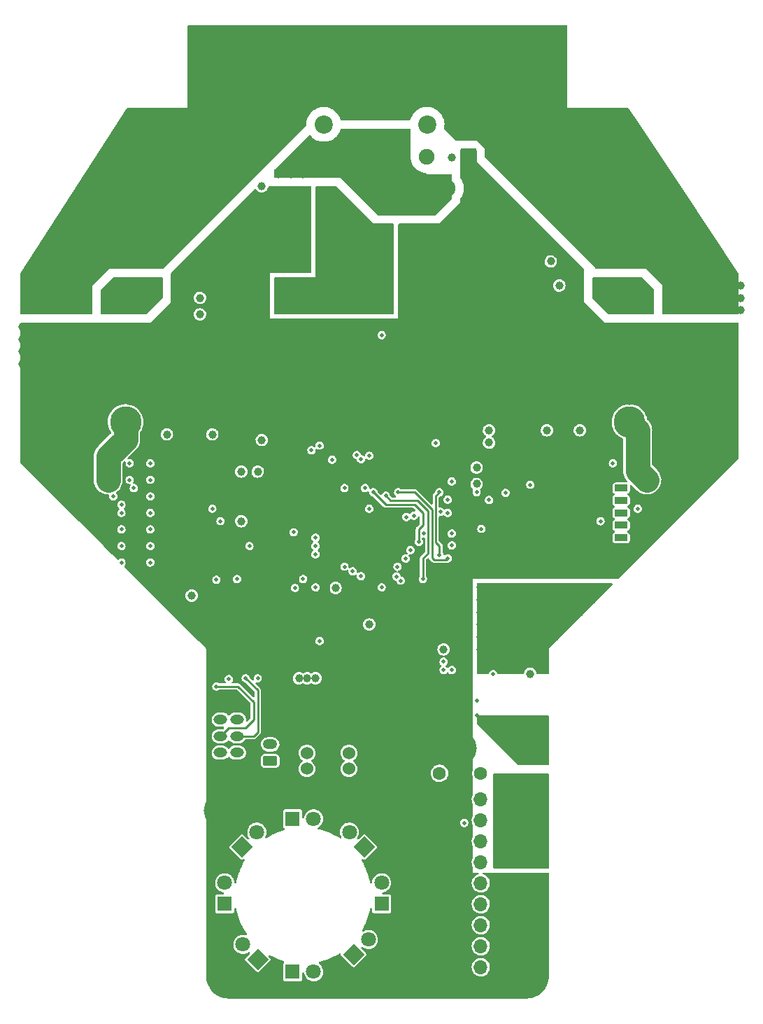
<source format=gbr>
G04 #@! TF.GenerationSoftware,KiCad,Pcbnew,(6.0.11)*
G04 #@! TF.CreationDate,2023-12-28T20:45:09+09:00*
G04 #@! TF.ProjectId,ORION_boost_v5,4f52494f-4e5f-4626-9f6f-73745f76352e,rev?*
G04 #@! TF.SameCoordinates,Original*
G04 #@! TF.FileFunction,Copper,L2,Inr*
G04 #@! TF.FilePolarity,Positive*
%FSLAX46Y46*%
G04 Gerber Fmt 4.6, Leading zero omitted, Abs format (unit mm)*
G04 Created by KiCad (PCBNEW (6.0.11)) date 2023-12-28 20:45:09*
%MOMM*%
%LPD*%
G01*
G04 APERTURE LIST*
G04 Aperture macros list*
%AMRoundRect*
0 Rectangle with rounded corners*
0 $1 Rounding radius*
0 $2 $3 $4 $5 $6 $7 $8 $9 X,Y pos of 4 corners*
0 Add a 4 corners polygon primitive as box body*
4,1,4,$2,$3,$4,$5,$6,$7,$8,$9,$2,$3,0*
0 Add four circle primitives for the rounded corners*
1,1,$1+$1,$2,$3*
1,1,$1+$1,$4,$5*
1,1,$1+$1,$6,$7*
1,1,$1+$1,$8,$9*
0 Add four rect primitives between the rounded corners*
20,1,$1+$1,$2,$3,$4,$5,0*
20,1,$1+$1,$4,$5,$6,$7,0*
20,1,$1+$1,$6,$7,$8,$9,0*
20,1,$1+$1,$8,$9,$2,$3,0*%
%AMRotRect*
0 Rectangle, with rotation*
0 The origin of the aperture is its center*
0 $1 length*
0 $2 width*
0 $3 Rotation angle, in degrees counterclockwise*
0 Add horizontal line*
21,1,$1,$2,0,0,$3*%
G04 Aperture macros list end*
G04 #@! TA.AperFunction,ComponentPad*
%ADD10O,2.800000X2.460000*%
G04 #@! TD*
G04 #@! TA.AperFunction,ComponentPad*
%ADD11R,3.800000X3.800000*%
G04 #@! TD*
G04 #@! TA.AperFunction,ComponentPad*
%ADD12C,3.800000*%
G04 #@! TD*
G04 #@! TA.AperFunction,ComponentPad*
%ADD13RoundRect,0.250000X0.625000X-0.350000X0.625000X0.350000X-0.625000X0.350000X-0.625000X-0.350000X0*%
G04 #@! TD*
G04 #@! TA.AperFunction,ComponentPad*
%ADD14O,1.750000X1.200000*%
G04 #@! TD*
G04 #@! TA.AperFunction,ComponentPad*
%ADD15C,1.524000*%
G04 #@! TD*
G04 #@! TA.AperFunction,ComponentPad*
%ADD16C,1.600000*%
G04 #@! TD*
G04 #@! TA.AperFunction,ComponentPad*
%ADD17RoundRect,0.250000X-0.575000X0.350000X-0.575000X-0.350000X0.575000X-0.350000X0.575000X0.350000X0*%
G04 #@! TD*
G04 #@! TA.AperFunction,ComponentPad*
%ADD18O,1.650000X1.200000*%
G04 #@! TD*
G04 #@! TA.AperFunction,ComponentPad*
%ADD19R,1.700000X1.700000*%
G04 #@! TD*
G04 #@! TA.AperFunction,ComponentPad*
%ADD20O,1.700000X1.700000*%
G04 #@! TD*
G04 #@! TA.AperFunction,ComponentPad*
%ADD21RoundRect,0.500000X-0.500000X2.000000X-0.500000X-2.000000X0.500000X-2.000000X0.500000X2.000000X0*%
G04 #@! TD*
G04 #@! TA.AperFunction,ComponentPad*
%ADD22RoundRect,0.250000X1.150000X-0.980000X1.150000X0.980000X-1.150000X0.980000X-1.150000X-0.980000X0*%
G04 #@! TD*
G04 #@! TA.AperFunction,ComponentPad*
%ADD23C,4.000000*%
G04 #@! TD*
G04 #@! TA.AperFunction,ComponentPad*
%ADD24RoundRect,0.225000X0.575000X-0.225000X0.575000X0.225000X-0.575000X0.225000X-0.575000X-0.225000X0*%
G04 #@! TD*
G04 #@! TA.AperFunction,ComponentPad*
%ADD25R,1.600000X1.600000*%
G04 #@! TD*
G04 #@! TA.AperFunction,ComponentPad*
%ADD26RoundRect,0.250000X0.980000X1.150000X-0.980000X1.150000X-0.980000X-1.150000X0.980000X-1.150000X0*%
G04 #@! TD*
G04 #@! TA.AperFunction,ComponentPad*
%ADD27O,2.460000X2.800000*%
G04 #@! TD*
G04 #@! TA.AperFunction,ComponentPad*
%ADD28RotRect,1.800000X1.800000X45.000000*%
G04 #@! TD*
G04 #@! TA.AperFunction,ComponentPad*
%ADD29C,1.800000*%
G04 #@! TD*
G04 #@! TA.AperFunction,ComponentPad*
%ADD30RotRect,1.800000X1.800000X135.000000*%
G04 #@! TD*
G04 #@! TA.AperFunction,ComponentPad*
%ADD31C,2.200000*%
G04 #@! TD*
G04 #@! TA.AperFunction,ComponentPad*
%ADD32R,1.800000X1.800000*%
G04 #@! TD*
G04 #@! TA.AperFunction,ComponentPad*
%ADD33C,1.905000*%
G04 #@! TD*
G04 #@! TA.AperFunction,ComponentPad*
%ADD34O,1.905000X2.000000*%
G04 #@! TD*
G04 #@! TA.AperFunction,ComponentPad*
%ADD35R,1.905000X2.000000*%
G04 #@! TD*
G04 #@! TA.AperFunction,ViaPad*
%ADD36C,1.000000*%
G04 #@! TD*
G04 #@! TA.AperFunction,ViaPad*
%ADD37C,4.000000*%
G04 #@! TD*
G04 #@! TA.AperFunction,ViaPad*
%ADD38C,0.500000*%
G04 #@! TD*
G04 #@! TA.AperFunction,Conductor*
%ADD39C,0.500000*%
G04 #@! TD*
G04 #@! TA.AperFunction,Conductor*
%ADD40C,0.800000*%
G04 #@! TD*
G04 #@! TA.AperFunction,Conductor*
%ADD41C,3.000000*%
G04 #@! TD*
G04 #@! TA.AperFunction,Conductor*
%ADD42C,0.250000*%
G04 #@! TD*
G04 APERTURE END LIST*
D10*
X164450000Y-78480000D03*
X164450000Y-74520000D03*
D11*
X89500000Y-89000000D03*
D12*
X94500000Y-89000000D03*
D13*
X112000000Y-130000000D03*
D14*
X112000000Y-128000000D03*
D15*
X121540000Y-130951000D03*
X119000000Y-130951000D03*
X116460000Y-130951000D03*
D16*
X132500000Y-131500000D03*
X137500000Y-131500000D03*
D17*
X108000000Y-123000000D03*
D18*
X106000000Y-123000000D03*
X108000000Y-125000000D03*
X106000000Y-125000000D03*
X108000000Y-127000000D03*
X106000000Y-127000000D03*
X108000000Y-129000000D03*
X106000000Y-129000000D03*
D19*
X137500000Y-157500000D03*
D20*
X137500000Y-154960000D03*
X137500000Y-152420000D03*
X137500000Y-149880000D03*
X137500000Y-147340000D03*
X137500000Y-144800000D03*
X137500000Y-142260000D03*
X137500000Y-139720000D03*
X137500000Y-137180000D03*
X137500000Y-134640000D03*
D21*
X142500000Y-127250000D03*
X142500000Y-134750000D03*
D22*
X85450000Y-78480000D03*
D10*
X85450000Y-74520000D03*
D15*
X116460000Y-129049000D03*
X119000000Y-129049000D03*
X121540000Y-129049000D03*
D11*
X160500000Y-89000000D03*
D12*
X155500000Y-89000000D03*
D23*
X142500000Y-140000000D03*
D24*
X154500000Y-104500000D03*
X154500000Y-103000000D03*
X154500000Y-101500000D03*
X154500000Y-100000000D03*
X154500000Y-98500000D03*
X154500000Y-97000000D03*
D23*
X135000000Y-128500000D03*
D25*
X92402651Y-96000000D03*
D16*
X88902651Y-96000000D03*
D25*
X157597349Y-96000000D03*
D16*
X161097349Y-96000000D03*
D26*
X92980000Y-74450000D03*
D27*
X89020000Y-74450000D03*
D28*
X108598439Y-140401561D03*
D29*
X110394490Y-138605510D03*
D30*
X123401561Y-140401561D03*
D29*
X121605510Y-138605510D03*
D31*
X146000000Y-53000000D03*
X131000000Y-53000000D03*
D32*
X106500000Y-147275000D03*
D29*
X106500000Y-144735000D03*
D32*
X114725000Y-155500000D03*
D29*
X117265000Y-155500000D03*
D30*
X110500000Y-154000000D03*
D29*
X108703949Y-152203949D03*
D33*
X130960000Y-56907500D03*
D34*
X133500000Y-60717500D03*
D35*
X136040000Y-56907500D03*
D32*
X125500000Y-147275000D03*
D29*
X125500000Y-144735000D03*
D26*
X160980000Y-74450000D03*
D27*
X157020000Y-74450000D03*
D28*
X122098439Y-153401561D03*
D29*
X123894490Y-151605510D03*
D32*
X114725000Y-137000000D03*
D29*
X117265000Y-137000000D03*
D31*
X103500000Y-53000000D03*
X118500000Y-53000000D03*
D36*
X87500000Y-85000000D03*
X143500000Y-80000000D03*
X136000000Y-72500000D03*
X145000000Y-77000000D03*
X136000000Y-69500000D03*
X115000000Y-65000000D03*
X113500000Y-80000000D03*
X143500000Y-75500000D03*
X158500000Y-83500000D03*
X96500000Y-85000000D03*
X116500000Y-66500000D03*
X140500000Y-75500000D03*
X93000000Y-80500000D03*
D37*
X128000000Y-151000000D03*
D36*
X149500000Y-77500000D03*
D38*
X149000000Y-104500000D03*
X146000000Y-104500000D03*
D36*
X91500000Y-77500000D03*
X112000000Y-68000000D03*
X155500000Y-83500000D03*
X161500000Y-80500000D03*
X99500000Y-85000000D03*
X112000000Y-86500000D03*
X106000000Y-66000000D03*
X98000000Y-83500000D03*
X87500000Y-83500000D03*
D38*
X113500000Y-103000000D03*
D36*
X133000000Y-74000000D03*
X115000000Y-66500000D03*
X133000000Y-66500000D03*
X110500000Y-71000000D03*
X160000000Y-83500000D03*
X137500000Y-74000000D03*
X142000000Y-74000000D03*
X115000000Y-68000000D03*
X168000000Y-80500000D03*
X155500000Y-79000000D03*
X134500000Y-80000000D03*
X96500000Y-86500000D03*
X160000000Y-85000000D03*
X140500000Y-80000000D03*
X113500000Y-85000000D03*
X157000000Y-83500000D03*
X149500000Y-85000000D03*
X110500000Y-83500000D03*
X107500000Y-69500000D03*
X90500000Y-83500000D03*
X139000000Y-63500000D03*
X139000000Y-65000000D03*
X163000000Y-80500000D03*
X142000000Y-75500000D03*
D37*
X97500000Y-79000000D03*
D36*
X155500000Y-77500000D03*
X161500000Y-85000000D03*
X86000000Y-83500000D03*
X107500000Y-68000000D03*
X113500000Y-83500000D03*
X143500000Y-83500000D03*
X108000000Y-83500000D03*
X140500000Y-71000000D03*
X151000000Y-85000000D03*
X115000000Y-83500000D03*
X115000000Y-80000000D03*
X102500000Y-85000000D03*
X126500000Y-133000000D03*
X109000000Y-63000000D03*
X140500000Y-85000000D03*
X143500000Y-78500000D03*
X148000000Y-85000000D03*
X106000000Y-80000000D03*
X134500000Y-77000000D03*
X160000000Y-77500000D03*
X140500000Y-65000000D03*
X137500000Y-59000000D03*
X94500000Y-80500000D03*
X140500000Y-68000000D03*
X140500000Y-86500000D03*
X168000000Y-77500000D03*
X143500000Y-74000000D03*
X101000000Y-86500000D03*
X136000000Y-83500000D03*
X90000000Y-80500000D03*
X113500000Y-63500000D03*
X88500000Y-79000000D03*
X87000000Y-77500000D03*
X113500000Y-65000000D03*
X134500000Y-74000000D03*
X133000000Y-78500000D03*
X143500000Y-65000000D03*
X137500000Y-65000000D03*
X145000000Y-85000000D03*
X107500000Y-75500000D03*
D37*
X84000000Y-86000000D03*
D36*
X89000000Y-85000000D03*
X90000000Y-79000000D03*
X134500000Y-71000000D03*
X93500000Y-85000000D03*
X110500000Y-72500000D03*
X125675500Y-111000000D03*
X137500000Y-78500000D03*
X108000000Y-64000000D03*
X133000000Y-80000000D03*
X136000000Y-68000000D03*
D37*
X84000000Y-91000000D03*
D36*
X106500000Y-85000000D03*
X100500000Y-79000000D03*
X137000000Y-61000000D03*
X110000000Y-62000000D03*
X91500000Y-79000000D03*
X143500000Y-72500000D03*
X140500000Y-77000000D03*
X139000000Y-69500000D03*
X137000000Y-62500000D03*
X112000000Y-65000000D03*
X107000000Y-65000000D03*
X110500000Y-77000000D03*
X107500000Y-72500000D03*
X136000000Y-85000000D03*
X142000000Y-68000000D03*
X102500000Y-83500000D03*
X116500000Y-69500000D03*
X136000000Y-74000000D03*
X154000000Y-86500000D03*
X157000000Y-85000000D03*
D38*
X115000000Y-94000000D03*
D36*
X91500000Y-80500000D03*
X93000000Y-79000000D03*
X139000000Y-74000000D03*
X139000000Y-75500000D03*
X89000000Y-83500000D03*
X94500000Y-79000000D03*
X161500000Y-77500000D03*
X87000000Y-79000000D03*
X107500000Y-80000000D03*
X139000000Y-85000000D03*
X107500000Y-74000000D03*
X140500000Y-66500000D03*
X140500000Y-83500000D03*
X82000000Y-80500000D03*
X139000000Y-71000000D03*
X155500000Y-80500000D03*
X134500000Y-66500000D03*
X143500000Y-77000000D03*
X158500000Y-79000000D03*
X152500000Y-83500000D03*
X143500000Y-68000000D03*
X94500000Y-77500000D03*
X144500000Y-66000000D03*
X134500000Y-83500000D03*
X133000000Y-109000000D03*
X168000000Y-82000000D03*
X137500000Y-77000000D03*
X106000000Y-68000000D03*
X108000000Y-85000000D03*
X113500000Y-66500000D03*
X145000000Y-83500000D03*
D38*
X120000000Y-104500000D03*
D36*
X113500000Y-68000000D03*
X157000000Y-79000000D03*
X115000000Y-69500000D03*
D37*
X106000000Y-136000000D03*
D36*
X110500000Y-74000000D03*
D37*
X152500000Y-79000000D03*
D36*
X140500000Y-74000000D03*
X149500000Y-80500000D03*
X108000000Y-86500000D03*
X106000000Y-74000000D03*
D37*
X166000000Y-91000000D03*
D36*
X140500000Y-78500000D03*
D37*
X128000000Y-136000000D03*
D36*
X133000000Y-69500000D03*
X100500000Y-77500000D03*
D38*
X119000000Y-99500000D03*
D36*
X155500000Y-86500000D03*
X141500000Y-63000000D03*
X140500000Y-69500000D03*
X102000000Y-79000000D03*
X142000000Y-86500000D03*
X112000000Y-85000000D03*
X110500000Y-66500000D03*
X88500000Y-80500000D03*
X137500000Y-68000000D03*
X157000000Y-80500000D03*
X154000000Y-83500000D03*
X134500000Y-78500000D03*
X139000000Y-66500000D03*
D37*
X107000000Y-156000000D03*
D36*
X116500000Y-68000000D03*
X107500000Y-78500000D03*
X113500000Y-62000000D03*
X106000000Y-77000000D03*
D38*
X111000000Y-101500000D03*
D36*
X140500000Y-62000000D03*
X163000000Y-77500000D03*
X137500000Y-71000000D03*
X133000000Y-71000000D03*
X136000000Y-65000000D03*
X139000000Y-80000000D03*
X112000000Y-69500000D03*
X112000000Y-80000000D03*
X142000000Y-80000000D03*
X102500000Y-86500000D03*
X106000000Y-75500000D03*
X152500000Y-86500000D03*
X112000000Y-83500000D03*
X139000000Y-77000000D03*
X136000000Y-78500000D03*
X161500000Y-83500000D03*
X137500000Y-75500000D03*
X106000000Y-78500000D03*
X119000000Y-125500000D03*
X151000000Y-83500000D03*
X145000000Y-78500000D03*
X134500000Y-75500000D03*
X148000000Y-83500000D03*
X136000000Y-75500000D03*
X134500000Y-69500000D03*
X115000000Y-62000000D03*
X92000000Y-85000000D03*
X136000000Y-80000000D03*
D38*
X139000000Y-103500000D03*
D36*
X151000000Y-86500000D03*
D38*
X113500000Y-94000000D03*
D36*
X102000000Y-77500000D03*
X107500000Y-66500000D03*
X145000000Y-80000000D03*
X137500000Y-66500000D03*
X106000000Y-72500000D03*
X110500000Y-69500000D03*
X116500000Y-80000000D03*
X140500000Y-72500000D03*
X106500000Y-83500000D03*
X138500000Y-60000000D03*
X136000000Y-66500000D03*
X110500000Y-85000000D03*
X136000000Y-77000000D03*
X82000000Y-79000000D03*
D38*
X125000000Y-99500000D03*
D36*
X160000000Y-79000000D03*
X92000000Y-83500000D03*
X163000000Y-83500000D03*
X161500000Y-79000000D03*
X90500000Y-85000000D03*
X82000000Y-77500000D03*
X155500000Y-85000000D03*
X133000000Y-75500000D03*
X149500000Y-86500000D03*
X163000000Y-79000000D03*
X142000000Y-83500000D03*
X149500000Y-83500000D03*
X137500000Y-80000000D03*
X88500000Y-77500000D03*
X139500000Y-61000000D03*
X148000000Y-80500000D03*
X102000000Y-80500000D03*
X99500000Y-83500000D03*
X142000000Y-72500000D03*
X163000000Y-85000000D03*
X93500000Y-83500000D03*
X134500000Y-68000000D03*
X142000000Y-66500000D03*
X168000000Y-79000000D03*
X93000000Y-77500000D03*
X145000000Y-86500000D03*
D38*
X101500000Y-100500000D03*
D36*
X149500000Y-79000000D03*
X148000000Y-86500000D03*
X107500000Y-77000000D03*
X137500000Y-86500000D03*
X139000000Y-72500000D03*
X133000000Y-68000000D03*
X110500000Y-63500000D03*
X137500000Y-72500000D03*
X98000000Y-85000000D03*
X98000000Y-86500000D03*
X139000000Y-86500000D03*
X148000000Y-77500000D03*
X142000000Y-78500000D03*
X95000000Y-86500000D03*
X106500000Y-86500000D03*
X157000000Y-77500000D03*
X137500000Y-83500000D03*
X110500000Y-75500000D03*
X116500000Y-63500000D03*
X142000000Y-77000000D03*
D38*
X122500000Y-115500000D03*
D36*
X110500000Y-80000000D03*
X143500000Y-85000000D03*
D37*
X166000000Y-86000000D03*
D36*
X139000000Y-78500000D03*
D38*
X96500000Y-108000000D03*
D36*
X109000000Y-65000000D03*
X100500000Y-80500000D03*
X143500000Y-86500000D03*
X134500000Y-72500000D03*
X139000000Y-68000000D03*
X82000000Y-82000000D03*
X113500000Y-69500000D03*
X137500000Y-85000000D03*
X107500000Y-71000000D03*
X96500000Y-83500000D03*
X115000000Y-63500000D03*
D38*
X131900500Y-140500000D03*
D36*
X142000000Y-69500000D03*
D37*
X143000000Y-156000000D03*
D36*
X143500000Y-71000000D03*
X101000000Y-85000000D03*
X148000000Y-79000000D03*
X164500000Y-83500000D03*
X142000000Y-85000000D03*
X154000000Y-85000000D03*
X101000000Y-83500000D03*
D38*
X127189363Y-100376896D03*
D36*
X87000000Y-80500000D03*
X142000000Y-71000000D03*
X133000000Y-72500000D03*
X139000000Y-83500000D03*
X160000000Y-80500000D03*
X110500000Y-86500000D03*
X158500000Y-85000000D03*
X116500000Y-65000000D03*
X112000000Y-66500000D03*
X95000000Y-83500000D03*
X136000000Y-71000000D03*
X143500000Y-69500000D03*
D37*
X126000000Y-156000000D03*
D36*
X133000000Y-77000000D03*
X116500000Y-62000000D03*
X158500000Y-77500000D03*
X142500000Y-64000000D03*
X95000000Y-85000000D03*
X90000000Y-77500000D03*
X110500000Y-78500000D03*
X110500000Y-68000000D03*
X137500000Y-69500000D03*
D38*
X126000000Y-100500000D03*
D36*
X152500000Y-85000000D03*
X158500000Y-80500000D03*
X99500000Y-86500000D03*
D38*
X134000000Y-103925500D03*
X116000000Y-108000000D03*
X94000000Y-104000000D03*
X108000000Y-108000000D03*
D36*
X124000000Y-113500000D03*
D38*
X152000000Y-101000000D03*
D36*
X119916990Y-109083010D03*
D38*
X137574500Y-101925500D03*
D36*
X107500000Y-48000000D03*
X164500000Y-72500000D03*
X124000000Y-43500000D03*
X133500000Y-49500000D03*
X133500000Y-48000000D03*
X110500000Y-52500000D03*
X160000000Y-71000000D03*
X166000000Y-72500000D03*
X92000000Y-60000000D03*
X90500000Y-64500000D03*
X145500000Y-49500000D03*
X115000000Y-52500000D03*
X121000000Y-48000000D03*
X116500000Y-42000000D03*
X104500000Y-46500000D03*
X113500000Y-45000000D03*
X138000000Y-54000000D03*
X147000000Y-42000000D03*
X169000000Y-72500000D03*
X93500000Y-55500000D03*
X112000000Y-49500000D03*
X113500000Y-48000000D03*
X129000000Y-42000000D03*
X139500000Y-54000000D03*
X156500000Y-60000000D03*
X160500000Y-68500000D03*
X135000000Y-43500000D03*
X103000000Y-42000000D03*
X130500000Y-46500000D03*
X104500000Y-49500000D03*
X104500000Y-45000000D03*
X121000000Y-46500000D03*
X109000000Y-48000000D03*
X110500000Y-48000000D03*
X82500000Y-75500000D03*
X159500000Y-60000000D03*
X110500000Y-46500000D03*
X124000000Y-45000000D03*
X103000000Y-49500000D03*
X158000000Y-60000000D03*
X145500000Y-45000000D03*
X115000000Y-49500000D03*
X158500000Y-66500000D03*
X133500000Y-51000000D03*
X144000000Y-54000000D03*
X142500000Y-46500000D03*
X169000000Y-74000000D03*
X82500000Y-74000000D03*
X139500000Y-48000000D03*
X113500000Y-42000000D03*
X130500000Y-45000000D03*
X144000000Y-48000000D03*
X90500000Y-60000000D03*
X119500000Y-46500000D03*
X130500000Y-43500000D03*
X90500000Y-61500000D03*
X139500000Y-45000000D03*
X138000000Y-46500000D03*
X90000000Y-72500000D03*
X142500000Y-49500000D03*
X118000000Y-45000000D03*
X159500000Y-67500000D03*
X110500000Y-49500000D03*
X126000000Y-45000000D03*
X142500000Y-42000000D03*
X141000000Y-42000000D03*
X92000000Y-61500000D03*
X109000000Y-54000000D03*
X138000000Y-45000000D03*
X136500000Y-54000000D03*
X133500000Y-45000000D03*
X109000000Y-43500000D03*
X121000000Y-43500000D03*
X127500000Y-42000000D03*
X145500000Y-46500000D03*
X115000000Y-43500000D03*
X119500000Y-45000000D03*
X135000000Y-46500000D03*
X159500000Y-64500000D03*
X103000000Y-48000000D03*
X119500000Y-43500000D03*
X160000000Y-69500000D03*
X158000000Y-61500000D03*
X106000000Y-42000000D03*
X161500000Y-72500000D03*
X92000000Y-57000000D03*
X110500000Y-51000000D03*
X115000000Y-45000000D03*
X106000000Y-45000000D03*
X106000000Y-46500000D03*
X107500000Y-43500000D03*
X107500000Y-51000000D03*
X142500000Y-48000000D03*
X132000000Y-48000000D03*
X139500000Y-49500000D03*
X167500000Y-75500000D03*
X107500000Y-54000000D03*
X116500000Y-48000000D03*
X158000000Y-63000000D03*
D37*
X152500000Y-53000000D03*
D36*
X132000000Y-46500000D03*
X132000000Y-43500000D03*
X142500000Y-54000000D03*
X112000000Y-52500000D03*
X141000000Y-43500000D03*
X93500000Y-54000000D03*
X109000000Y-45000000D03*
X103000000Y-45000000D03*
X141000000Y-51000000D03*
X106000000Y-54000000D03*
X88500000Y-69500000D03*
X113500000Y-43500000D03*
X159500000Y-63000000D03*
X109000000Y-49500000D03*
X110500000Y-54000000D03*
X139500000Y-43500000D03*
X138000000Y-43500000D03*
X133500000Y-46500000D03*
X116500000Y-43500000D03*
X144000000Y-42000000D03*
X127500000Y-45000000D03*
X93500000Y-64500000D03*
X92000000Y-63000000D03*
X121000000Y-49500000D03*
X141000000Y-54000000D03*
X136500000Y-46500000D03*
X129000000Y-49500000D03*
X122500000Y-43500000D03*
X141000000Y-49500000D03*
X132000000Y-42000000D03*
X147000000Y-43500000D03*
X136500000Y-51000000D03*
X92000000Y-58500000D03*
X106000000Y-51000000D03*
X90500000Y-63000000D03*
X115000000Y-51000000D03*
D37*
X97500000Y-53000000D03*
D36*
X110500000Y-45000000D03*
X142500000Y-43500000D03*
X116500000Y-49500000D03*
X135000000Y-52500000D03*
X122500000Y-42000000D03*
X156500000Y-61500000D03*
X147000000Y-45000000D03*
X144000000Y-43500000D03*
X142500000Y-52500000D03*
X135000000Y-45000000D03*
X107500000Y-49500000D03*
X106000000Y-43500000D03*
X118000000Y-48000000D03*
X88500000Y-72500000D03*
X160000000Y-72500000D03*
X107500000Y-45000000D03*
X129000000Y-46500000D03*
X104500000Y-43500000D03*
X163000000Y-72500000D03*
X115000000Y-48000000D03*
X113500000Y-51000000D03*
X112000000Y-54000000D03*
X144000000Y-46500000D03*
X161500000Y-69500000D03*
X144000000Y-45000000D03*
X130500000Y-48000000D03*
X129000000Y-43500000D03*
X118000000Y-42000000D03*
X93500000Y-61500000D03*
X112000000Y-48000000D03*
X109000000Y-52500000D03*
X103000000Y-46500000D03*
X107500000Y-42000000D03*
X82500000Y-72500000D03*
X158000000Y-58500000D03*
X104500000Y-48000000D03*
X156500000Y-55500000D03*
X156500000Y-57000000D03*
X144000000Y-52500000D03*
X115000000Y-46500000D03*
X133500000Y-42000000D03*
X139500000Y-52500000D03*
X107500000Y-52500000D03*
X126000000Y-43500000D03*
X145500000Y-48000000D03*
X93500000Y-58500000D03*
X135000000Y-48000000D03*
X113500000Y-49500000D03*
X89500000Y-68500000D03*
X103000000Y-43500000D03*
X130500000Y-42000000D03*
X138000000Y-49500000D03*
X130500000Y-49500000D03*
X116500000Y-45000000D03*
X109000000Y-46500000D03*
X147000000Y-49500000D03*
X167500000Y-74000000D03*
X107500000Y-46500000D03*
X119500000Y-42000000D03*
X139500000Y-46500000D03*
X93500000Y-63000000D03*
X109000000Y-42000000D03*
X136500000Y-49500000D03*
X158000000Y-57000000D03*
X93500000Y-60000000D03*
X113500000Y-52500000D03*
X119500000Y-48000000D03*
X124000000Y-42000000D03*
X110500000Y-43500000D03*
X144000000Y-51000000D03*
X119500000Y-49500000D03*
X106000000Y-49500000D03*
X156500000Y-54000000D03*
X112000000Y-42000000D03*
X109000000Y-51000000D03*
X139500000Y-42000000D03*
X136500000Y-48000000D03*
X135000000Y-42000000D03*
X106000000Y-52500000D03*
X90000000Y-69500000D03*
X121000000Y-45000000D03*
X138000000Y-52500000D03*
X129000000Y-48000000D03*
X121000000Y-42000000D03*
X135000000Y-51000000D03*
X104500000Y-42000000D03*
X142500000Y-51000000D03*
X156500000Y-58500000D03*
X118000000Y-49500000D03*
X116500000Y-51000000D03*
X141000000Y-46500000D03*
X118000000Y-43500000D03*
X167500000Y-72500000D03*
X112000000Y-51000000D03*
X136500000Y-52500000D03*
X169000000Y-75500000D03*
X91500000Y-66500000D03*
X106000000Y-48000000D03*
X147000000Y-48000000D03*
X144000000Y-49500000D03*
X115000000Y-42000000D03*
X116500000Y-46500000D03*
X141000000Y-45000000D03*
X145500000Y-43500000D03*
X90500000Y-67500000D03*
X126000000Y-42000000D03*
X129000000Y-45000000D03*
X159500000Y-61500000D03*
X132000000Y-45000000D03*
X156500000Y-63000000D03*
X132000000Y-49500000D03*
X127500000Y-43500000D03*
X136500000Y-45000000D03*
X112000000Y-43500000D03*
X136500000Y-42000000D03*
X110500000Y-42000000D03*
X92500000Y-65500000D03*
X138000000Y-42000000D03*
X112000000Y-45000000D03*
X84000000Y-72500000D03*
X90000000Y-71000000D03*
X141000000Y-48000000D03*
X156500000Y-64500000D03*
X145500000Y-42000000D03*
X141000000Y-52500000D03*
X142500000Y-45000000D03*
X118000000Y-46500000D03*
X135000000Y-49500000D03*
X133500000Y-43500000D03*
X147000000Y-46500000D03*
X138000000Y-51000000D03*
X138000000Y-48000000D03*
X139500000Y-51000000D03*
X93500000Y-57000000D03*
X85500000Y-72500000D03*
X87000000Y-72500000D03*
X136500000Y-43500000D03*
X113500000Y-54000000D03*
X113500000Y-46500000D03*
X161500000Y-71000000D03*
X122500000Y-45000000D03*
X112000000Y-46500000D03*
X157500000Y-65500000D03*
X88500000Y-71000000D03*
X137000000Y-94500000D03*
X110500000Y-95000000D03*
X102500000Y-110000000D03*
X137000000Y-96500000D03*
D38*
X94000000Y-106000000D03*
D36*
X108500000Y-101000000D03*
X108500000Y-95000000D03*
X124000000Y-75500000D03*
X122500000Y-74000000D03*
X124000000Y-69500000D03*
X148000000Y-110500000D03*
X119500000Y-72500000D03*
X137500000Y-109000000D03*
X119500000Y-71000000D03*
X125500000Y-69500000D03*
X118000000Y-68000000D03*
X137500000Y-115000000D03*
X121000000Y-71000000D03*
X145000000Y-109000000D03*
X140500000Y-109000000D03*
X143500000Y-110500000D03*
X121000000Y-72500000D03*
X148000000Y-113500000D03*
X124000000Y-68000000D03*
X146500000Y-112000000D03*
X137500000Y-113500000D03*
X145000000Y-113500000D03*
X139000000Y-109000000D03*
X122500000Y-66500000D03*
X140500000Y-110500000D03*
X125500000Y-72500000D03*
X140500000Y-113500000D03*
X124000000Y-74000000D03*
X118000000Y-71000000D03*
X146500000Y-109000000D03*
X148000000Y-112000000D03*
X121000000Y-75500000D03*
X142000000Y-113500000D03*
X148000000Y-109000000D03*
X146500000Y-113500000D03*
X121000000Y-65000000D03*
X140500000Y-115000000D03*
X140500000Y-116500000D03*
X142000000Y-112000000D03*
X122500000Y-68000000D03*
X119500000Y-74000000D03*
X118000000Y-65000000D03*
X118000000Y-75500000D03*
X139000000Y-110500000D03*
X137500000Y-110500000D03*
X151000000Y-109000000D03*
X145000000Y-115000000D03*
X122500000Y-75500000D03*
X146500000Y-110500000D03*
X121000000Y-69500000D03*
X124000000Y-72500000D03*
X149500000Y-112000000D03*
X122500000Y-72500000D03*
X143500000Y-115000000D03*
X118000000Y-62000000D03*
X118000000Y-74000000D03*
X125500000Y-75500000D03*
X124000000Y-66500000D03*
X122500000Y-69500000D03*
X119500000Y-66500000D03*
X121000000Y-63500000D03*
X119500000Y-63500000D03*
X125500000Y-71000000D03*
X142000000Y-109000000D03*
X145000000Y-110500000D03*
X125500000Y-68000000D03*
X143500000Y-109000000D03*
X151000000Y-110500000D03*
X143500000Y-113500000D03*
X121000000Y-68000000D03*
X121000000Y-74000000D03*
X149500000Y-110500000D03*
X149500000Y-109000000D03*
X143500000Y-112000000D03*
X119500000Y-62000000D03*
X118000000Y-63500000D03*
X137500000Y-116500000D03*
X143500000Y-116500000D03*
X122500000Y-65000000D03*
X119500000Y-65000000D03*
X142000000Y-115000000D03*
X118000000Y-69500000D03*
X145000000Y-116500000D03*
X146500000Y-115000000D03*
X139000000Y-116500000D03*
X145000000Y-112000000D03*
X139000000Y-112000000D03*
X118000000Y-66500000D03*
X121000000Y-66500000D03*
X125500000Y-66500000D03*
X139000000Y-113500000D03*
X139000000Y-115000000D03*
X142000000Y-110500000D03*
X124000000Y-71000000D03*
X125500000Y-74000000D03*
X119500000Y-69500000D03*
X140500000Y-112000000D03*
X142000000Y-116500000D03*
X119500000Y-75500000D03*
X119500000Y-68000000D03*
X118000000Y-72500000D03*
X137500000Y-112000000D03*
X122500000Y-71000000D03*
D38*
X94000000Y-102000000D03*
X117500000Y-105000000D03*
X97500000Y-106000000D03*
X117500000Y-104000000D03*
X94000000Y-100000000D03*
X97500000Y-104000000D03*
X124000000Y-99500000D03*
X156500000Y-99500000D03*
X133500000Y-100000000D03*
X132624000Y-99875500D03*
X128500000Y-100500000D03*
X117500000Y-109000000D03*
X115000000Y-109074500D03*
X129425500Y-100324500D03*
X134000000Y-102500000D03*
X130574500Y-102500000D03*
D36*
X138500000Y-91500000D03*
D38*
X97500000Y-102000000D03*
X97500000Y-100000000D03*
X109039508Y-120000000D03*
X105500000Y-121000000D03*
X110500000Y-120000000D03*
X107000000Y-120100688D03*
X118000000Y-115500000D03*
X126000000Y-97925500D03*
X130500000Y-108000000D03*
X133500000Y-105500000D03*
X127500000Y-97500000D03*
X139000000Y-119500000D03*
X133000000Y-118000000D03*
X137041622Y-122699500D03*
X134000000Y-119000000D03*
X137000000Y-124500000D03*
X133000000Y-119000000D03*
X117500000Y-103000000D03*
X94000000Y-99000000D03*
X138500000Y-98425500D03*
X123500000Y-97000000D03*
X121000000Y-97000000D03*
X114843767Y-102343767D03*
X119500000Y-93574500D03*
X106000000Y-101000000D03*
X140500000Y-97574500D03*
X123000000Y-93500000D03*
X124500000Y-97500000D03*
X130000000Y-103500000D03*
X135500000Y-137500000D03*
X124000000Y-93074500D03*
X143500000Y-96593766D03*
X105000000Y-99500000D03*
X122500000Y-93000000D03*
D36*
X111000000Y-91175500D03*
X111000000Y-60500000D03*
D38*
X125500000Y-78500000D03*
X132050000Y-91550000D03*
X134000000Y-96199500D03*
X137000000Y-97500000D03*
X132500000Y-105074500D03*
X125500000Y-109000000D03*
X132500000Y-97500000D03*
X105500000Y-108074500D03*
X129000000Y-104500000D03*
X127806516Y-108193484D03*
X128399930Y-105525570D03*
X127306516Y-107693484D03*
X127425500Y-106500000D03*
X109500000Y-104000000D03*
X123000000Y-107649000D03*
X122000000Y-107074500D03*
X95500000Y-97000000D03*
X121000000Y-106500000D03*
X93000000Y-98000000D03*
D36*
X99500000Y-90500000D03*
X103500000Y-76000000D03*
X134000000Y-57000000D03*
X138500000Y-90000000D03*
D38*
X97500000Y-98000000D03*
D36*
X143500000Y-119450500D03*
X133000000Y-116500000D03*
X116000000Y-56000000D03*
X114500000Y-59000000D03*
X113000000Y-59000000D03*
X116000000Y-57500000D03*
X114500000Y-57500000D03*
X116000000Y-59000000D03*
X97500000Y-72500000D03*
X94500000Y-72500000D03*
X96000000Y-74000000D03*
X94500000Y-74000000D03*
X96000000Y-72500000D03*
X94500000Y-75500000D03*
X97500000Y-74000000D03*
X96000000Y-75500000D03*
X155500000Y-72500000D03*
X154000000Y-72500000D03*
X155500000Y-75500000D03*
X152500000Y-74000000D03*
X154000000Y-74000000D03*
X152500000Y-72500000D03*
X155500000Y-74000000D03*
X154000000Y-75500000D03*
X103498268Y-73988969D03*
X105000000Y-90500000D03*
X147000000Y-72500000D03*
X149500000Y-90000000D03*
X145975500Y-69579502D03*
X145500000Y-90000000D03*
D38*
X97500000Y-96000000D03*
X95000000Y-96000000D03*
X117000000Y-92425500D03*
X97500000Y-94000000D03*
X118000000Y-91851000D03*
X95000000Y-94000000D03*
X133500000Y-98400500D03*
X153500000Y-94000000D03*
D36*
X115500000Y-120000000D03*
X117500000Y-120000000D03*
X116500000Y-120000000D03*
D39*
X116156233Y-107156233D02*
X116156233Y-102343767D01*
X146000000Y-104500000D02*
X149000000Y-104500000D01*
X133000000Y-107500000D02*
X133000000Y-109000000D01*
X146000000Y-104500000D02*
X145000000Y-103500000D01*
X115000000Y-94000000D02*
X116156233Y-95156233D01*
X118966990Y-108779456D02*
X117343767Y-107156233D01*
X116156233Y-102343767D02*
X119000000Y-99500000D01*
X96500000Y-108000000D02*
X99500000Y-108000000D01*
X113656233Y-107156233D02*
X112500000Y-106000000D01*
X116156233Y-107156233D02*
X117343767Y-107156233D01*
X124200000Y-110700000D02*
X124200000Y-102300000D01*
X137000000Y-103500000D02*
X133000000Y-107500000D01*
X124200000Y-102300000D02*
X126000000Y-100500000D01*
X112500000Y-106000000D02*
X105500000Y-106000000D01*
X102500000Y-105312466D02*
X104343767Y-107156233D01*
X132500000Y-111000000D02*
X133000000Y-110500000D01*
X103500000Y-108000000D02*
X99500000Y-108000000D01*
X113500000Y-103000000D02*
X113500000Y-107000000D01*
X124200000Y-110700000D02*
X119700000Y-110700000D01*
X125675500Y-111000000D02*
X132500000Y-111000000D01*
X125675500Y-111000000D02*
X124500000Y-111000000D01*
X118966990Y-111366990D02*
X118966990Y-108779456D01*
X116156233Y-95156233D02*
X116156233Y-102343767D01*
X102500000Y-101500000D02*
X102500000Y-105312466D01*
X116156233Y-107156233D02*
X113656233Y-107156233D01*
X119000000Y-111400000D02*
X118966990Y-111366990D01*
X139000000Y-103500000D02*
X137000000Y-103500000D01*
X145000000Y-103500000D02*
X139000000Y-103500000D01*
D40*
X119000000Y-111400000D02*
X119700000Y-110700000D01*
X119000000Y-125500000D02*
X119000000Y-111400000D01*
D39*
X124500000Y-111000000D02*
X124200000Y-110700000D01*
X105500000Y-106000000D02*
X104343767Y-107156233D01*
X101500000Y-100500000D02*
X102500000Y-101500000D01*
X154500000Y-104500000D02*
X149000000Y-104500000D01*
X113500000Y-107000000D02*
X113656233Y-107156233D01*
X133000000Y-110500000D02*
X133000000Y-109000000D01*
X115000000Y-94000000D02*
X113500000Y-94000000D01*
X104343767Y-107156233D02*
X103500000Y-108000000D01*
X117343767Y-107156233D02*
X120000000Y-104500000D01*
D41*
X156500000Y-94902651D02*
X157597349Y-96000000D01*
X92402651Y-93197349D02*
X92402651Y-96000000D01*
X156500000Y-90000000D02*
X156500000Y-94902651D01*
X155500000Y-89000000D02*
X156500000Y-90000000D01*
X94500000Y-91100000D02*
X92402651Y-93197349D01*
X94500000Y-89000000D02*
X94500000Y-91100000D01*
D42*
X110500000Y-126500000D02*
X110000000Y-127000000D01*
X110000000Y-127000000D02*
X108000000Y-127000000D01*
X109039508Y-120000000D02*
X110500000Y-121460492D01*
X110500000Y-121460492D02*
X110500000Y-126500000D01*
X110000000Y-125016574D02*
X109016574Y-126000000D01*
X110000000Y-122880913D02*
X110000000Y-125016574D01*
X109016574Y-126000000D02*
X107000000Y-126000000D01*
X105500000Y-121000000D02*
X108119087Y-121000000D01*
X107000000Y-126000000D02*
X106000000Y-127000000D01*
X108119087Y-121000000D02*
X110000000Y-122880913D01*
X129863604Y-98500000D02*
X126574500Y-98500000D01*
X130500000Y-105500000D02*
X131149500Y-104850500D01*
X130500000Y-108000000D02*
X130500000Y-105500000D01*
X131149500Y-104850500D02*
X131149500Y-99785896D01*
X131149500Y-99785896D02*
X129863604Y-98500000D01*
X126574500Y-98500000D02*
X126000000Y-97925500D01*
X131599500Y-99599500D02*
X129500000Y-97500000D01*
X131599500Y-105400500D02*
X131599500Y-99599500D01*
X133500000Y-105500000D02*
X133350500Y-105649500D01*
X131848500Y-105649500D02*
X131599500Y-105400500D01*
X133350500Y-105649500D02*
X131848500Y-105649500D01*
X129500000Y-97500000D02*
X127500000Y-97500000D01*
X130000000Y-103500000D02*
X130000000Y-102000000D01*
X130000000Y-102000000D02*
X130500000Y-101500000D01*
X126000000Y-99000000D02*
X124500000Y-97500000D01*
X129475000Y-99000000D02*
X126000000Y-99000000D01*
X130500000Y-100025000D02*
X129475000Y-99000000D01*
X130500000Y-101500000D02*
X130500000Y-100025000D01*
X132500000Y-104000000D02*
X132500000Y-105074500D01*
X132049500Y-97950500D02*
X132049500Y-103549500D01*
X132500000Y-97500000D02*
X132049500Y-97950500D01*
X132049500Y-103549500D02*
X132500000Y-104000000D01*
G04 #@! TA.AperFunction,Conductor*
G36*
X155366292Y-51020002D02*
G01*
X155403009Y-51056108D01*
X162100027Y-61101635D01*
X168728338Y-71044102D01*
X168749500Y-71113994D01*
X168749500Y-75874000D01*
X168729498Y-75942121D01*
X168675842Y-75988614D01*
X168623500Y-76000000D01*
X159626000Y-76000000D01*
X159557879Y-75979998D01*
X159511386Y-75926342D01*
X159500000Y-75874000D01*
X159500000Y-72500000D01*
X157500000Y-70500000D01*
X151552190Y-70500000D01*
X151484069Y-70479998D01*
X151463095Y-70463095D01*
X138036905Y-57036905D01*
X138002879Y-56974593D01*
X138000000Y-56947810D01*
X138000000Y-56000000D01*
X137000000Y-55000000D01*
X135500000Y-55000000D01*
X133052410Y-52552410D01*
X133028719Y-52438011D01*
X133027850Y-52433814D01*
X132932248Y-52163842D01*
X132800891Y-51909342D01*
X132787679Y-51890543D01*
X132638673Y-51678529D01*
X132638668Y-51678523D01*
X132636209Y-51675024D01*
X132441251Y-51465224D01*
X132437935Y-51462510D01*
X132437932Y-51462507D01*
X132222941Y-51286539D01*
X132219623Y-51283823D01*
X131975427Y-51134180D01*
X131971491Y-51132452D01*
X131717110Y-51020786D01*
X131717106Y-51020785D01*
X131713182Y-51019062D01*
X131646264Y-51000000D01*
X155298171Y-51000000D01*
X155366292Y-51020002D01*
G37*
G04 #@! TD.AperFunction*
G04 #@! TA.AperFunction,Conductor*
G36*
X145691621Y-124520002D02*
G01*
X145738114Y-124573658D01*
X145749500Y-124626000D01*
X145749500Y-130374000D01*
X145729498Y-130442121D01*
X145675842Y-130488614D01*
X145623500Y-130500000D01*
X142052190Y-130500000D01*
X141984069Y-130479998D01*
X141963095Y-130463095D01*
X137036905Y-125536905D01*
X137002879Y-125474593D01*
X137000000Y-125447810D01*
X137000000Y-124626000D01*
X137020002Y-124557879D01*
X137073658Y-124511386D01*
X137126000Y-124500000D01*
X145623500Y-124500000D01*
X145691621Y-124520002D01*
G37*
G04 #@! TD.AperFunction*
G04 #@! TA.AperFunction,Conductor*
G36*
X157015931Y-71520002D02*
G01*
X157036905Y-71536905D01*
X158463095Y-72963095D01*
X158497121Y-73025407D01*
X158500000Y-73052190D01*
X158500000Y-75874000D01*
X158479998Y-75942121D01*
X158426342Y-75988614D01*
X158374000Y-76000000D01*
X153052190Y-76000000D01*
X152984069Y-75979998D01*
X152963095Y-75963095D01*
X151036905Y-74036905D01*
X151002879Y-73974593D01*
X151000000Y-73947810D01*
X151000000Y-71626000D01*
X151020002Y-71557879D01*
X151073658Y-71511386D01*
X151126000Y-71500000D01*
X156947810Y-71500000D01*
X157015931Y-71520002D01*
G37*
G04 #@! TD.AperFunction*
G04 #@! TA.AperFunction,Conductor*
G36*
X117807602Y-51011702D02*
G01*
X117803654Y-51013386D01*
X117548117Y-51122382D01*
X117548113Y-51122384D01*
X117544165Y-51124068D01*
X117298415Y-51271146D01*
X117074900Y-51450215D01*
X116877755Y-51657962D01*
X116710629Y-51890543D01*
X116576614Y-52143653D01*
X116478190Y-52412610D01*
X116417178Y-52692436D01*
X116394707Y-52977953D01*
X116394954Y-52982233D01*
X116398397Y-53041951D01*
X116382349Y-53111110D01*
X116361701Y-53138299D01*
X99036905Y-70463095D01*
X98974593Y-70497121D01*
X98947810Y-70500000D01*
X92500000Y-70500000D01*
X90500000Y-72500000D01*
X90500000Y-75874000D01*
X90479998Y-75942121D01*
X90426342Y-75988614D01*
X90374000Y-76000000D01*
X81876500Y-76000000D01*
X81808379Y-75979998D01*
X81761886Y-75926342D01*
X81750500Y-75874000D01*
X81750500Y-71110578D01*
X81770512Y-71042443D01*
X81911963Y-70822409D01*
X86405362Y-63832676D01*
X94617741Y-51057865D01*
X94671403Y-51011379D01*
X94723729Y-51000000D01*
X117850377Y-51000000D01*
X117807602Y-51011702D01*
G37*
G04 #@! TD.AperFunction*
G04 #@! TA.AperFunction,Conductor*
G36*
X98942121Y-71520002D02*
G01*
X98988614Y-71573658D01*
X99000000Y-71626000D01*
X99000000Y-73947810D01*
X98979998Y-74015931D01*
X98963095Y-74036905D01*
X97036905Y-75963095D01*
X96974593Y-75997121D01*
X96947810Y-76000000D01*
X91626000Y-76000000D01*
X91557879Y-75979998D01*
X91511386Y-75926342D01*
X91500000Y-75874000D01*
X91500000Y-73052190D01*
X91520002Y-72984069D01*
X91536905Y-72963095D01*
X92963095Y-71536905D01*
X93025407Y-71502879D01*
X93052190Y-71500000D01*
X98874000Y-71500000D01*
X98942121Y-71520002D01*
G37*
G04 #@! TD.AperFunction*
G04 #@! TA.AperFunction,Conductor*
G36*
X145691621Y-131520002D02*
G01*
X145738114Y-131573658D01*
X145749500Y-131626000D01*
X145749500Y-142874000D01*
X145729498Y-142942121D01*
X145675842Y-142988614D01*
X145623500Y-143000000D01*
X139126000Y-143000000D01*
X139057879Y-142979998D01*
X139011386Y-142926342D01*
X139000000Y-142874000D01*
X139000000Y-131626000D01*
X139020002Y-131557879D01*
X139073658Y-131511386D01*
X139126000Y-131500000D01*
X145623500Y-131500000D01*
X145691621Y-131520002D01*
G37*
G04 #@! TD.AperFunction*
G04 #@! TA.AperFunction,Conductor*
G36*
X136942121Y-56020002D02*
G01*
X136988614Y-56073658D01*
X137000000Y-56126000D01*
X137000000Y-57500000D01*
X149963095Y-70463095D01*
X149997121Y-70525407D01*
X150000000Y-70552190D01*
X150000000Y-74500000D01*
X152500000Y-77000000D01*
X168623500Y-77000000D01*
X168691621Y-77020002D01*
X168738114Y-77073658D01*
X168749500Y-77126000D01*
X168749500Y-93344050D01*
X168729498Y-93412171D01*
X168712595Y-93433145D01*
X154182645Y-107963095D01*
X154120333Y-107997121D01*
X154093550Y-108000000D01*
X136500000Y-108000000D01*
X136500000Y-124448048D01*
X136498500Y-124467432D01*
X136494391Y-124493823D01*
X136495555Y-124502725D01*
X136495555Y-124502728D01*
X136498936Y-124528580D01*
X136500000Y-124544917D01*
X136500000Y-131158523D01*
X136494102Y-131196621D01*
X136467484Y-131280532D01*
X136466798Y-131286649D01*
X136466797Y-131286653D01*
X136461821Y-131331015D01*
X136444520Y-131485262D01*
X136461759Y-131690553D01*
X136463458Y-131696478D01*
X136495119Y-131806893D01*
X136500000Y-131841623D01*
X136500000Y-134145851D01*
X136485508Y-134204519D01*
X136481604Y-134211939D01*
X136481602Y-134211945D01*
X136478914Y-134217053D01*
X136418937Y-134410213D01*
X136395164Y-134611069D01*
X136408392Y-134812894D01*
X136458178Y-135008928D01*
X136488426Y-135074540D01*
X136500000Y-135127292D01*
X136500000Y-136685851D01*
X136485508Y-136744519D01*
X136481604Y-136751939D01*
X136481602Y-136751945D01*
X136478914Y-136757053D01*
X136418937Y-136950213D01*
X136395164Y-137151069D01*
X136408392Y-137352894D01*
X136415300Y-137380095D01*
X136438122Y-137469955D01*
X136458178Y-137548928D01*
X136471449Y-137577714D01*
X136488426Y-137614540D01*
X136500000Y-137667292D01*
X136500000Y-139225851D01*
X136485508Y-139284519D01*
X136481604Y-139291939D01*
X136481602Y-139291945D01*
X136478914Y-139297053D01*
X136418937Y-139490213D01*
X136395164Y-139691069D01*
X136408392Y-139892894D01*
X136458178Y-140088928D01*
X136488426Y-140154540D01*
X136500000Y-140207292D01*
X136500000Y-141765851D01*
X136485508Y-141824519D01*
X136481604Y-141831939D01*
X136481602Y-141831945D01*
X136478914Y-141837053D01*
X136418937Y-142030213D01*
X136395164Y-142231069D01*
X136408392Y-142432894D01*
X136458178Y-142628928D01*
X136488426Y-142694540D01*
X136500000Y-142747292D01*
X136500000Y-143500000D01*
X137138440Y-143500000D01*
X137206561Y-143520002D01*
X137253054Y-143573658D01*
X137263158Y-143643932D01*
X137233664Y-143708512D01*
X137182051Y-143744212D01*
X137024193Y-143802449D01*
X137019232Y-143805401D01*
X137019231Y-143805401D01*
X136997488Y-143818337D01*
X136850371Y-143905862D01*
X136698305Y-144039220D01*
X136573089Y-144198057D01*
X136478914Y-144377053D01*
X136418937Y-144570213D01*
X136395164Y-144771069D01*
X136408392Y-144972894D01*
X136458178Y-145168928D01*
X136542856Y-145352607D01*
X136546189Y-145357323D01*
X136633366Y-145480676D01*
X136659588Y-145517780D01*
X136804466Y-145658913D01*
X136809270Y-145662123D01*
X136876651Y-145707146D01*
X136972637Y-145771282D01*
X136977940Y-145773560D01*
X136977943Y-145773562D01*
X137153163Y-145848842D01*
X137158470Y-145851122D01*
X137355740Y-145895760D01*
X137361509Y-145895987D01*
X137361512Y-145895987D01*
X137437683Y-145898979D01*
X137557842Y-145903700D01*
X137644132Y-145891189D01*
X137752286Y-145875508D01*
X137752291Y-145875507D01*
X137758007Y-145874678D01*
X137763479Y-145872820D01*
X137763481Y-145872820D01*
X137944067Y-145811519D01*
X137944069Y-145811518D01*
X137949531Y-145809664D01*
X138072017Y-145741069D01*
X138120964Y-145713658D01*
X138120965Y-145713657D01*
X138126001Y-145710837D01*
X138188433Y-145658913D01*
X138277073Y-145585191D01*
X138281505Y-145581505D01*
X138410837Y-145426001D01*
X138509664Y-145249531D01*
X138545946Y-145142650D01*
X138572820Y-145063481D01*
X138572820Y-145063479D01*
X138574678Y-145058007D01*
X138575507Y-145052291D01*
X138575508Y-145052286D01*
X138603167Y-144861516D01*
X138603700Y-144857842D01*
X138605215Y-144800000D01*
X138586708Y-144598591D01*
X138531807Y-144403926D01*
X138442351Y-144222527D01*
X138424079Y-144198057D01*
X138324788Y-144065091D01*
X138324787Y-144065090D01*
X138321335Y-144060467D01*
X138298350Y-144039220D01*
X138177053Y-143927094D01*
X138177051Y-143927092D01*
X138172812Y-143923174D01*
X138145374Y-143905862D01*
X138006637Y-143818325D01*
X138001757Y-143815246D01*
X137996397Y-143813108D01*
X137996394Y-143813106D01*
X137820746Y-143743030D01*
X137764886Y-143699209D01*
X137741586Y-143632145D01*
X137758242Y-143563130D01*
X137809566Y-143514076D01*
X137867436Y-143500000D01*
X145623500Y-143500000D01*
X145691621Y-143520002D01*
X145738114Y-143573658D01*
X145749500Y-143626000D01*
X145749500Y-155962915D01*
X145747079Y-155987496D01*
X145744592Y-156000000D01*
X145747012Y-156012169D01*
X145747012Y-156024581D01*
X145746776Y-156024581D01*
X145747523Y-156035202D01*
X145732609Y-156300781D01*
X145731028Y-156314817D01*
X145726709Y-156340236D01*
X145681749Y-156604845D01*
X145678605Y-156618620D01*
X145597165Y-156901304D01*
X145592498Y-156914641D01*
X145479922Y-157186426D01*
X145473791Y-157199157D01*
X145331490Y-157456630D01*
X145323973Y-157468593D01*
X145153743Y-157708511D01*
X145144933Y-157719559D01*
X144948905Y-157938914D01*
X144938914Y-157948905D01*
X144719559Y-158144933D01*
X144708511Y-158153743D01*
X144468593Y-158323973D01*
X144456630Y-158331490D01*
X144199153Y-158473793D01*
X144186430Y-158479920D01*
X144081344Y-158523448D01*
X143914641Y-158592498D01*
X143901304Y-158597165D01*
X143618620Y-158678605D01*
X143604845Y-158681749D01*
X143459833Y-158706388D01*
X143314817Y-158731028D01*
X143300785Y-158732608D01*
X143035202Y-158747523D01*
X143024581Y-158746776D01*
X143024581Y-158747012D01*
X143012169Y-158747012D01*
X143000000Y-158744592D01*
X142987829Y-158747013D01*
X142987496Y-158747079D01*
X142962915Y-158749500D01*
X107037085Y-158749500D01*
X107012504Y-158747079D01*
X107012171Y-158747013D01*
X107000000Y-158744592D01*
X106987831Y-158747012D01*
X106975419Y-158747012D01*
X106975419Y-158746776D01*
X106964798Y-158747523D01*
X106699215Y-158732608D01*
X106685183Y-158731028D01*
X106540167Y-158706388D01*
X106395155Y-158681749D01*
X106381380Y-158678605D01*
X106098696Y-158597165D01*
X106085359Y-158592498D01*
X105918656Y-158523448D01*
X105813570Y-158479920D01*
X105800847Y-158473793D01*
X105543370Y-158331490D01*
X105531407Y-158323973D01*
X105291489Y-158153743D01*
X105280441Y-158144933D01*
X105061086Y-157948905D01*
X105051095Y-157938914D01*
X104855067Y-157719559D01*
X104846257Y-157708511D01*
X104676027Y-157468593D01*
X104668510Y-157456630D01*
X104526209Y-157199157D01*
X104520078Y-157186426D01*
X104407502Y-156914641D01*
X104402835Y-156901304D01*
X104321395Y-156618620D01*
X104318251Y-156604845D01*
X104273291Y-156340236D01*
X104268972Y-156314817D01*
X104267391Y-156300781D01*
X104252477Y-156035202D01*
X104253224Y-156024581D01*
X104252988Y-156024581D01*
X104252988Y-156012169D01*
X104255408Y-156000000D01*
X104252921Y-155987496D01*
X104250500Y-155962915D01*
X104250500Y-144704754D01*
X105344967Y-144704754D01*
X105358796Y-144915749D01*
X105360217Y-144921345D01*
X105360218Y-144921350D01*
X105397842Y-145069492D01*
X105410845Y-145120690D01*
X105499369Y-145312714D01*
X105621405Y-145485391D01*
X105772865Y-145632937D01*
X105777661Y-145636142D01*
X105777664Y-145636144D01*
X105883926Y-145707146D01*
X105948677Y-145750411D01*
X105953985Y-145752692D01*
X105953986Y-145752692D01*
X106137650Y-145831600D01*
X106137653Y-145831601D01*
X106142953Y-145833878D01*
X106148582Y-145835152D01*
X106148583Y-145835152D01*
X106327368Y-145875607D01*
X106389395Y-145910150D01*
X106422899Y-145972743D01*
X106417245Y-146043514D01*
X106374226Y-146099994D01*
X106307501Y-146124249D01*
X106299560Y-146124500D01*
X105575326Y-146124500D01*
X105502260Y-146139034D01*
X105419399Y-146194399D01*
X105364034Y-146277260D01*
X105349500Y-146350326D01*
X105349500Y-148199674D01*
X105364034Y-148272740D01*
X105419399Y-148355601D01*
X105429714Y-148362493D01*
X105469149Y-148388842D01*
X105502260Y-148410966D01*
X105575326Y-148425500D01*
X107424674Y-148425500D01*
X107497740Y-148410966D01*
X107530852Y-148388842D01*
X107570286Y-148362493D01*
X107580601Y-148355601D01*
X107635966Y-148272740D01*
X107650500Y-148199674D01*
X107650500Y-147900557D01*
X107670502Y-147832436D01*
X107724158Y-147785943D01*
X107794432Y-147775839D01*
X107859012Y-147805333D01*
X107897396Y-147865059D01*
X107900586Y-147878677D01*
X107915984Y-147966001D01*
X107924874Y-148016421D01*
X108064276Y-148575532D01*
X108064958Y-148577631D01*
X108064960Y-148577638D01*
X108240931Y-149119220D01*
X108242340Y-149123557D01*
X108243165Y-149125598D01*
X108243169Y-149125610D01*
X108452894Y-149644696D01*
X108458199Y-149657826D01*
X108459163Y-149659802D01*
X108459165Y-149659807D01*
X108648074Y-150047126D01*
X108710801Y-150175736D01*
X108998914Y-150674764D01*
X109000142Y-150676584D01*
X109000146Y-150676591D01*
X109150848Y-150900015D01*
X109172358Y-150967674D01*
X109153874Y-151036222D01*
X109101264Y-151083896D01*
X109031232Y-151095558D01*
X109021808Y-151094052D01*
X108830391Y-151055977D01*
X108830389Y-151055977D01*
X108824724Y-151054850D01*
X108818949Y-151054774D01*
X108818945Y-151054774D01*
X108712925Y-151053386D01*
X108613295Y-151052082D01*
X108607598Y-151053061D01*
X108607597Y-151053061D01*
X108410599Y-151086911D01*
X108410598Y-151086911D01*
X108404902Y-151087890D01*
X108206524Y-151161076D01*
X108201563Y-151164028D01*
X108201562Y-151164028D01*
X108184038Y-151174454D01*
X108024805Y-151269187D01*
X107865830Y-151408604D01*
X107734925Y-151574657D01*
X107732236Y-151579768D01*
X107732234Y-151579771D01*
X107697049Y-151646648D01*
X107636472Y-151761785D01*
X107612838Y-151837900D01*
X107581580Y-151938568D01*
X107573769Y-151963722D01*
X107548916Y-152173703D01*
X107562745Y-152384698D01*
X107564166Y-152390294D01*
X107564167Y-152390299D01*
X107597299Y-152520754D01*
X107614794Y-152589639D01*
X107703318Y-152781663D01*
X107825354Y-152954340D01*
X107844106Y-152972607D01*
X107919447Y-153046001D01*
X107976814Y-153101886D01*
X107981610Y-153105091D01*
X107981613Y-153105093D01*
X108083942Y-153173467D01*
X108152626Y-153219360D01*
X108157934Y-153221641D01*
X108157935Y-153221641D01*
X108341599Y-153300549D01*
X108341602Y-153300550D01*
X108346902Y-153302827D01*
X108352531Y-153304101D01*
X108352532Y-153304101D01*
X108547499Y-153348218D01*
X108547502Y-153348218D01*
X108553135Y-153349493D01*
X108558906Y-153349720D01*
X108558908Y-153349720D01*
X108620938Y-153352157D01*
X108764419Y-153357795D01*
X108770128Y-153356967D01*
X108770132Y-153356967D01*
X108967964Y-153328282D01*
X108967968Y-153328281D01*
X108973679Y-153327453D01*
X109052936Y-153300549D01*
X109168432Y-153261344D01*
X109168437Y-153261342D01*
X109173904Y-153259486D01*
X109205167Y-153241978D01*
X109353344Y-153158995D01*
X109353348Y-153158992D01*
X109358391Y-153156168D01*
X109374759Y-153142555D01*
X109439923Y-153114374D01*
X109509979Y-153125898D01*
X109562683Y-153173467D01*
X109581302Y-153241978D01*
X109559926Y-153309680D01*
X109544423Y-153328524D01*
X109032630Y-153840317D01*
X108991242Y-153902259D01*
X108971799Y-154000000D01*
X108991242Y-154097741D01*
X109032630Y-154159683D01*
X110340317Y-155467370D01*
X110345465Y-155470809D01*
X110345464Y-155470809D01*
X110389152Y-155500000D01*
X110402259Y-155508758D01*
X110500000Y-155528201D01*
X110597741Y-155508758D01*
X110610849Y-155500000D01*
X110654536Y-155470809D01*
X110654535Y-155470809D01*
X110659683Y-155467370D01*
X111967370Y-154159683D01*
X112008758Y-154097741D01*
X112028201Y-154000000D01*
X112008758Y-153902259D01*
X111967370Y-153840317D01*
X111836972Y-153709919D01*
X111802946Y-153647607D01*
X111808011Y-153576792D01*
X111850558Y-153519956D01*
X111917078Y-153495145D01*
X111985220Y-153509573D01*
X112362017Y-153709919D01*
X112381014Y-153720020D01*
X112383020Y-153720913D01*
X112383030Y-153720918D01*
X112905429Y-153953505D01*
X112905435Y-153953507D01*
X112907424Y-153954393D01*
X112909473Y-153955139D01*
X112909481Y-153955142D01*
X113118832Y-154031339D01*
X113448901Y-154151475D01*
X113451018Y-154152082D01*
X113451021Y-154152083D01*
X113606093Y-154196549D01*
X113666062Y-154234553D01*
X113695964Y-154298945D01*
X113686307Y-154369282D01*
X113660458Y-154406763D01*
X113654714Y-154412507D01*
X113644399Y-154419399D01*
X113589034Y-154502260D01*
X113574500Y-154575326D01*
X113574500Y-156424674D01*
X113589034Y-156497740D01*
X113644399Y-156580601D01*
X113727260Y-156635966D01*
X113800326Y-156650500D01*
X115649674Y-156650500D01*
X115722740Y-156635966D01*
X115805601Y-156580601D01*
X115860966Y-156497740D01*
X115875500Y-156424674D01*
X115875500Y-155710673D01*
X115895502Y-155642552D01*
X115949158Y-155596059D01*
X116019432Y-155585955D01*
X116084012Y-155615449D01*
X116122396Y-155675175D01*
X116123658Y-155680784D01*
X116123796Y-155680749D01*
X116175845Y-155885690D01*
X116264369Y-156077714D01*
X116386405Y-156250391D01*
X116537865Y-156397937D01*
X116542661Y-156401142D01*
X116542664Y-156401144D01*
X116669015Y-156485569D01*
X116713677Y-156515411D01*
X116718985Y-156517692D01*
X116718986Y-156517692D01*
X116902650Y-156596600D01*
X116902653Y-156596601D01*
X116907953Y-156598878D01*
X116913582Y-156600152D01*
X116913583Y-156600152D01*
X117108550Y-156644269D01*
X117108553Y-156644269D01*
X117114186Y-156645544D01*
X117119957Y-156645771D01*
X117119959Y-156645771D01*
X117181989Y-156648208D01*
X117325470Y-156653846D01*
X117331179Y-156653018D01*
X117331183Y-156653018D01*
X117529015Y-156624333D01*
X117529019Y-156624332D01*
X117534730Y-156623504D01*
X117613987Y-156596600D01*
X117729483Y-156557395D01*
X117729488Y-156557393D01*
X117734955Y-156555537D01*
X117739998Y-156552713D01*
X117914395Y-156455046D01*
X117914399Y-156455043D01*
X117919442Y-156452219D01*
X118082012Y-156317012D01*
X118217219Y-156154442D01*
X118220043Y-156149399D01*
X118220046Y-156149395D01*
X118317713Y-155974998D01*
X118317714Y-155974996D01*
X118320537Y-155969955D01*
X118322393Y-155964488D01*
X118322395Y-155964483D01*
X118386647Y-155775200D01*
X118388504Y-155769730D01*
X118401252Y-155681815D01*
X118418314Y-155564140D01*
X118418314Y-155564138D01*
X118418846Y-155560470D01*
X118420429Y-155500000D01*
X118401081Y-155289440D01*
X118343686Y-155085931D01*
X118332553Y-155063354D01*
X118267316Y-154931069D01*
X136395164Y-154931069D01*
X136408392Y-155132894D01*
X136458178Y-155328928D01*
X136542856Y-155512607D01*
X136659588Y-155677780D01*
X136804466Y-155818913D01*
X136972637Y-155931282D01*
X136977940Y-155933560D01*
X136977943Y-155933562D01*
X137075152Y-155975326D01*
X137158470Y-156011122D01*
X137355740Y-156055760D01*
X137361509Y-156055987D01*
X137361512Y-156055987D01*
X137437683Y-156058979D01*
X137557842Y-156063700D01*
X137644132Y-156051189D01*
X137752286Y-156035508D01*
X137752291Y-156035507D01*
X137758007Y-156034678D01*
X137763479Y-156032820D01*
X137763481Y-156032820D01*
X137944067Y-155971519D01*
X137944069Y-155971518D01*
X137949531Y-155969664D01*
X138099479Y-155885690D01*
X138120964Y-155873658D01*
X138120965Y-155873657D01*
X138126001Y-155870837D01*
X138188433Y-155818913D01*
X138277073Y-155745191D01*
X138281505Y-155741505D01*
X138410837Y-155586001D01*
X138509664Y-155409531D01*
X138537003Y-155328995D01*
X138572820Y-155223481D01*
X138572820Y-155223479D01*
X138574678Y-155218007D01*
X138575507Y-155212291D01*
X138575508Y-155212286D01*
X138603167Y-155021516D01*
X138603700Y-155017842D01*
X138605215Y-154960000D01*
X138586708Y-154758591D01*
X138531807Y-154563926D01*
X138442351Y-154382527D01*
X138432461Y-154369282D01*
X138324788Y-154225091D01*
X138324787Y-154225090D01*
X138321335Y-154220467D01*
X138295461Y-154196549D01*
X138177053Y-154087094D01*
X138177051Y-154087092D01*
X138172812Y-154083174D01*
X138145374Y-154065862D01*
X138006637Y-153978325D01*
X138001757Y-153975246D01*
X137813898Y-153900298D01*
X137615526Y-153860839D01*
X137609752Y-153860763D01*
X137609748Y-153860763D01*
X137507257Y-153859422D01*
X137413286Y-153858192D01*
X137407589Y-153859171D01*
X137407588Y-153859171D01*
X137219646Y-153891465D01*
X137219645Y-153891465D01*
X137213949Y-153892444D01*
X137024193Y-153962449D01*
X136850371Y-154065862D01*
X136698305Y-154199220D01*
X136573089Y-154358057D01*
X136478914Y-154537053D01*
X136418937Y-154730213D01*
X136395164Y-154931069D01*
X118267316Y-154931069D01*
X118252719Y-154901469D01*
X118250165Y-154896290D01*
X118123651Y-154726867D01*
X118023286Y-154634090D01*
X117972622Y-154587257D01*
X117972620Y-154587255D01*
X117968381Y-154583337D01*
X117963498Y-154580256D01*
X117963494Y-154580253D01*
X117914059Y-154549062D01*
X117867121Y-154495796D01*
X117856431Y-154425608D01*
X117885385Y-154360784D01*
X117944789Y-154321904D01*
X117955097Y-154319254D01*
X117995011Y-154310770D01*
X117995044Y-154310762D01*
X117997193Y-154310305D01*
X118551099Y-154151475D01*
X118881168Y-154031339D01*
X119090519Y-153955142D01*
X119090527Y-153955139D01*
X119092576Y-153954393D01*
X119094565Y-153953507D01*
X119094571Y-153953505D01*
X119616970Y-153720918D01*
X119616980Y-153720913D01*
X119618986Y-153720020D01*
X119637984Y-153709919D01*
X120034097Y-153499302D01*
X120127765Y-153449498D01*
X120156538Y-153431519D01*
X120274520Y-153357795D01*
X120379890Y-153291953D01*
X120448258Y-153272817D01*
X120516120Y-153293682D01*
X120561928Y-153347924D01*
X120571695Y-153394236D01*
X120570238Y-153401561D01*
X120589681Y-153499302D01*
X120631069Y-153561244D01*
X121938756Y-154868931D01*
X121943904Y-154872370D01*
X121943903Y-154872370D01*
X121972776Y-154891662D01*
X122000698Y-154910319D01*
X122098439Y-154929762D01*
X122196180Y-154910319D01*
X122224103Y-154891662D01*
X122252975Y-154872370D01*
X122252974Y-154872370D01*
X122258122Y-154868931D01*
X123565809Y-153561244D01*
X123607197Y-153499302D01*
X123626640Y-153401561D01*
X123607197Y-153303820D01*
X123565809Y-153241878D01*
X123047376Y-152723445D01*
X123013350Y-152661133D01*
X123018415Y-152590318D01*
X123060962Y-152533482D01*
X123127482Y-152508671D01*
X123196856Y-152523762D01*
X123206473Y-152529585D01*
X123287977Y-152584044D01*
X123343167Y-152620921D01*
X123348475Y-152623202D01*
X123348476Y-152623202D01*
X123532140Y-152702110D01*
X123532143Y-152702111D01*
X123537443Y-152704388D01*
X123543072Y-152705662D01*
X123543073Y-152705662D01*
X123738040Y-152749779D01*
X123738043Y-152749779D01*
X123743676Y-152751054D01*
X123749447Y-152751281D01*
X123749449Y-152751281D01*
X123811479Y-152753718D01*
X123954960Y-152759356D01*
X123960669Y-152758528D01*
X123960673Y-152758528D01*
X124158505Y-152729843D01*
X124158509Y-152729842D01*
X124164220Y-152729014D01*
X124243477Y-152702110D01*
X124358973Y-152662905D01*
X124358978Y-152662903D01*
X124364445Y-152661047D01*
X124369488Y-152658223D01*
X124543885Y-152560556D01*
X124543889Y-152560553D01*
X124548932Y-152557729D01*
X124711502Y-152422522D01*
X124737661Y-152391069D01*
X136395164Y-152391069D01*
X136408392Y-152592894D01*
X136427576Y-152668432D01*
X136441548Y-152723445D01*
X136458178Y-152788928D01*
X136542856Y-152972607D01*
X136546189Y-152977323D01*
X136651191Y-153125898D01*
X136659588Y-153137780D01*
X136804466Y-153278913D01*
X136972637Y-153391282D01*
X136977940Y-153393560D01*
X136977943Y-153393562D01*
X137153163Y-153468842D01*
X137158470Y-153471122D01*
X137229215Y-153487130D01*
X137328619Y-153509623D01*
X137355740Y-153515760D01*
X137361509Y-153515987D01*
X137361512Y-153515987D01*
X137437683Y-153518979D01*
X137557842Y-153523700D01*
X137644132Y-153511189D01*
X137752286Y-153495508D01*
X137752291Y-153495507D01*
X137758007Y-153494678D01*
X137763479Y-153492820D01*
X137763481Y-153492820D01*
X137944067Y-153431519D01*
X137944069Y-153431518D01*
X137949531Y-153429664D01*
X138126001Y-153330837D01*
X138188433Y-153278913D01*
X138277073Y-153205191D01*
X138281505Y-153201505D01*
X138410837Y-153046001D01*
X138430291Y-153011264D01*
X138462169Y-152954340D01*
X138509664Y-152869531D01*
X138511937Y-152862837D01*
X138572820Y-152683481D01*
X138572820Y-152683479D01*
X138574678Y-152678007D01*
X138575507Y-152672291D01*
X138575508Y-152672286D01*
X138599230Y-152508671D01*
X138603700Y-152477842D01*
X138605215Y-152420000D01*
X138586708Y-152218591D01*
X138581537Y-152200254D01*
X138546342Y-152075465D01*
X138531807Y-152023926D01*
X138442351Y-151842527D01*
X138424079Y-151818057D01*
X138324788Y-151685091D01*
X138324787Y-151685090D01*
X138321335Y-151680467D01*
X138317099Y-151676551D01*
X138177053Y-151547094D01*
X138177051Y-151547092D01*
X138172812Y-151543174D01*
X138145374Y-151525862D01*
X138006637Y-151438325D01*
X138001757Y-151435246D01*
X137813898Y-151360298D01*
X137615526Y-151320839D01*
X137609752Y-151320763D01*
X137609748Y-151320763D01*
X137507257Y-151319422D01*
X137413286Y-151318192D01*
X137407589Y-151319171D01*
X137407588Y-151319171D01*
X137219646Y-151351465D01*
X137219645Y-151351465D01*
X137213949Y-151352444D01*
X137024193Y-151422449D01*
X136850371Y-151525862D01*
X136698305Y-151659220D01*
X136573089Y-151818057D01*
X136478914Y-151997053D01*
X136418937Y-152190213D01*
X136395164Y-152391069D01*
X124737661Y-152391069D01*
X124846709Y-152259952D01*
X124849533Y-152254909D01*
X124849536Y-152254905D01*
X124947203Y-152080508D01*
X124947204Y-152080506D01*
X124950027Y-152075465D01*
X124951883Y-152069998D01*
X124951885Y-152069993D01*
X125016137Y-151880710D01*
X125017994Y-151875240D01*
X125019472Y-151865052D01*
X125047804Y-151669650D01*
X125047804Y-151669648D01*
X125048336Y-151665980D01*
X125049919Y-151605510D01*
X125030571Y-151394950D01*
X124973176Y-151191441D01*
X124959658Y-151164028D01*
X124882209Y-151006979D01*
X124879655Y-151001800D01*
X124753141Y-150832377D01*
X124597871Y-150688847D01*
X124419044Y-150576015D01*
X124222650Y-150497662D01*
X124216993Y-150496537D01*
X124216987Y-150496535D01*
X124020932Y-150457538D01*
X124020930Y-150457538D01*
X124015265Y-150456411D01*
X124009490Y-150456335D01*
X124009486Y-150456335D01*
X123903466Y-150454947D01*
X123803836Y-150453643D01*
X123798139Y-150454622D01*
X123798138Y-150454622D01*
X123601140Y-150488472D01*
X123601139Y-150488472D01*
X123595443Y-150489451D01*
X123397065Y-150562637D01*
X123392104Y-150565589D01*
X123392103Y-150565589D01*
X123307487Y-150615930D01*
X123238716Y-150633570D01*
X123171326Y-150611229D01*
X123126713Y-150556001D01*
X123119040Y-150485421D01*
X123133945Y-150444645D01*
X123288091Y-150177655D01*
X123289199Y-150175736D01*
X123351927Y-150047126D01*
X123447550Y-149851069D01*
X136395164Y-149851069D01*
X136408392Y-150052894D01*
X136458178Y-150248928D01*
X136542856Y-150432607D01*
X136546189Y-150437323D01*
X136634752Y-150562637D01*
X136659588Y-150597780D01*
X136663730Y-150601815D01*
X136773965Y-150709201D01*
X136804466Y-150738913D01*
X136972637Y-150851282D01*
X136977940Y-150853560D01*
X136977943Y-150853562D01*
X137066291Y-150891519D01*
X137158470Y-150931122D01*
X137355740Y-150975760D01*
X137361509Y-150975987D01*
X137361512Y-150975987D01*
X137437683Y-150978979D01*
X137557842Y-150983700D01*
X137644132Y-150971189D01*
X137752286Y-150955508D01*
X137752291Y-150955507D01*
X137758007Y-150954678D01*
X137763479Y-150952820D01*
X137763481Y-150952820D01*
X137944067Y-150891519D01*
X137944069Y-150891518D01*
X137949531Y-150889664D01*
X138126001Y-150790837D01*
X138188433Y-150738913D01*
X138267861Y-150672853D01*
X138281505Y-150661505D01*
X138410837Y-150506001D01*
X138509664Y-150329531D01*
X138562546Y-150173748D01*
X138572820Y-150143481D01*
X138572820Y-150143479D01*
X138574678Y-150138007D01*
X138575507Y-150132291D01*
X138575508Y-150132286D01*
X138603167Y-149941516D01*
X138603700Y-149937842D01*
X138605215Y-149880000D01*
X138586708Y-149678591D01*
X138581411Y-149659807D01*
X138533376Y-149489490D01*
X138531807Y-149483926D01*
X138442351Y-149302527D01*
X138424079Y-149278057D01*
X138324788Y-149145091D01*
X138324787Y-149145090D01*
X138321335Y-149140467D01*
X138298350Y-149119220D01*
X138177053Y-149007094D01*
X138177051Y-149007092D01*
X138172812Y-149003174D01*
X138145374Y-148985862D01*
X138006637Y-148898325D01*
X138001757Y-148895246D01*
X137813898Y-148820298D01*
X137615526Y-148780839D01*
X137609752Y-148780763D01*
X137609748Y-148780763D01*
X137507257Y-148779422D01*
X137413286Y-148778192D01*
X137407589Y-148779171D01*
X137407588Y-148779171D01*
X137219646Y-148811465D01*
X137219645Y-148811465D01*
X137213949Y-148812444D01*
X137024193Y-148882449D01*
X137019232Y-148885401D01*
X137019231Y-148885401D01*
X136909835Y-148950485D01*
X136850371Y-148985862D01*
X136698305Y-149119220D01*
X136573089Y-149278057D01*
X136478914Y-149457053D01*
X136418937Y-149650213D01*
X136395164Y-149851069D01*
X123447550Y-149851069D01*
X123540835Y-149659807D01*
X123540837Y-149659802D01*
X123541801Y-149657826D01*
X123547106Y-149644696D01*
X123756831Y-149125610D01*
X123756835Y-149125598D01*
X123757660Y-149123557D01*
X123759070Y-149119220D01*
X123935040Y-148577638D01*
X123935042Y-148577631D01*
X123935724Y-148575532D01*
X124075126Y-148016421D01*
X124084017Y-147966001D01*
X124099414Y-147878677D01*
X124130941Y-147815065D01*
X124191855Y-147778595D01*
X124262816Y-147780848D01*
X124321294Y-147821107D01*
X124348724Y-147886591D01*
X124349500Y-147900557D01*
X124349500Y-148199674D01*
X124364034Y-148272740D01*
X124419399Y-148355601D01*
X124429714Y-148362493D01*
X124469149Y-148388842D01*
X124502260Y-148410966D01*
X124575326Y-148425500D01*
X126424674Y-148425500D01*
X126497740Y-148410966D01*
X126530852Y-148388842D01*
X126570286Y-148362493D01*
X126580601Y-148355601D01*
X126635966Y-148272740D01*
X126650500Y-148199674D01*
X126650500Y-147311069D01*
X136395164Y-147311069D01*
X136408392Y-147512894D01*
X136458178Y-147708928D01*
X136542856Y-147892607D01*
X136556005Y-147911212D01*
X136630359Y-148016421D01*
X136659588Y-148057780D01*
X136804466Y-148198913D01*
X136972637Y-148311282D01*
X136977940Y-148313560D01*
X136977943Y-148313562D01*
X137066291Y-148351519D01*
X137158470Y-148391122D01*
X137355740Y-148435760D01*
X137361509Y-148435987D01*
X137361512Y-148435987D01*
X137437683Y-148438979D01*
X137557842Y-148443700D01*
X137644132Y-148431189D01*
X137752286Y-148415508D01*
X137752291Y-148415507D01*
X137758007Y-148414678D01*
X137763479Y-148412820D01*
X137763481Y-148412820D01*
X137944067Y-148351519D01*
X137944069Y-148351518D01*
X137949531Y-148349664D01*
X138126001Y-148250837D01*
X138187518Y-148199674D01*
X138277073Y-148125191D01*
X138281505Y-148121505D01*
X138410837Y-147966001D01*
X138509664Y-147789531D01*
X138512612Y-147780848D01*
X138572820Y-147603481D01*
X138572820Y-147603479D01*
X138574678Y-147598007D01*
X138575507Y-147592291D01*
X138575508Y-147592286D01*
X138603167Y-147401516D01*
X138603700Y-147397842D01*
X138605215Y-147340000D01*
X138586708Y-147138591D01*
X138531807Y-146943926D01*
X138442351Y-146762527D01*
X138424079Y-146738057D01*
X138324788Y-146605091D01*
X138324787Y-146605090D01*
X138321335Y-146600467D01*
X138298350Y-146579220D01*
X138177053Y-146467094D01*
X138177051Y-146467092D01*
X138172812Y-146463174D01*
X138145374Y-146445862D01*
X138006637Y-146358325D01*
X138001757Y-146355246D01*
X137813898Y-146280298D01*
X137615526Y-146240839D01*
X137609752Y-146240763D01*
X137609748Y-146240763D01*
X137507257Y-146239422D01*
X137413286Y-146238192D01*
X137407589Y-146239171D01*
X137407588Y-146239171D01*
X137219646Y-146271465D01*
X137219645Y-146271465D01*
X137213949Y-146272444D01*
X137024193Y-146342449D01*
X136850371Y-146445862D01*
X136698305Y-146579220D01*
X136573089Y-146738057D01*
X136478914Y-146917053D01*
X136418937Y-147110213D01*
X136395164Y-147311069D01*
X126650500Y-147311069D01*
X126650500Y-146350326D01*
X126635966Y-146277260D01*
X126580601Y-146194399D01*
X126497740Y-146139034D01*
X126424674Y-146124500D01*
X125682291Y-146124500D01*
X125614170Y-146104498D01*
X125567677Y-146050842D01*
X125557573Y-145980568D01*
X125587067Y-145915988D01*
X125646793Y-145877604D01*
X125664211Y-145873804D01*
X125764013Y-145859333D01*
X125764014Y-145859333D01*
X125769730Y-145858504D01*
X125848987Y-145831600D01*
X125964483Y-145792395D01*
X125964488Y-145792393D01*
X125969955Y-145790537D01*
X126000266Y-145773562D01*
X126149395Y-145690046D01*
X126149399Y-145690043D01*
X126154442Y-145687219D01*
X126317012Y-145552012D01*
X126452219Y-145389442D01*
X126455043Y-145384399D01*
X126455046Y-145384395D01*
X126552713Y-145209998D01*
X126552714Y-145209996D01*
X126555537Y-145204955D01*
X126557393Y-145199488D01*
X126557395Y-145199483D01*
X126621647Y-145010200D01*
X126623504Y-145004730D01*
X126628957Y-144967126D01*
X126653314Y-144799140D01*
X126653314Y-144799138D01*
X126653846Y-144795470D01*
X126655429Y-144735000D01*
X126636081Y-144524440D01*
X126578686Y-144320931D01*
X126567553Y-144298354D01*
X126487719Y-144136469D01*
X126485165Y-144131290D01*
X126358651Y-143961867D01*
X126203381Y-143818337D01*
X126024554Y-143705505D01*
X125828160Y-143627152D01*
X125822503Y-143626027D01*
X125822497Y-143626025D01*
X125626442Y-143587028D01*
X125626440Y-143587028D01*
X125620775Y-143585901D01*
X125615000Y-143585825D01*
X125614996Y-143585825D01*
X125508976Y-143584437D01*
X125409346Y-143583133D01*
X125403649Y-143584112D01*
X125403648Y-143584112D01*
X125206650Y-143617962D01*
X125206649Y-143617962D01*
X125200953Y-143618941D01*
X125002575Y-143692127D01*
X124997614Y-143695079D01*
X124997613Y-143695079D01*
X124915028Y-143744212D01*
X124820856Y-143800238D01*
X124661881Y-143939655D01*
X124530976Y-144105708D01*
X124528287Y-144110819D01*
X124528285Y-144110822D01*
X124514792Y-144136469D01*
X124432523Y-144292836D01*
X124369820Y-144494773D01*
X124369141Y-144500510D01*
X124345764Y-144698018D01*
X124317893Y-144763315D01*
X124259145Y-144803179D01*
X124188170Y-144804953D01*
X124127504Y-144768074D01*
X124096551Y-144705087D01*
X124075509Y-144585749D01*
X124075507Y-144585739D01*
X124075126Y-144583579D01*
X124071794Y-144570213D01*
X124011028Y-144326496D01*
X123935724Y-144024468D01*
X123915384Y-143961867D01*
X123758344Y-143478547D01*
X123758341Y-143478538D01*
X123757660Y-143476443D01*
X123700384Y-143334678D01*
X123542629Y-142944223D01*
X123542627Y-142944219D01*
X123541801Y-142942174D01*
X123446751Y-142747292D01*
X123290169Y-142426252D01*
X123290164Y-142426243D01*
X123289199Y-142424264D01*
X123067120Y-142039610D01*
X123050382Y-141970616D01*
X123073603Y-141903524D01*
X123129410Y-141859637D01*
X123200085Y-141852888D01*
X123246238Y-141871844D01*
X123303820Y-141910319D01*
X123401561Y-141929762D01*
X123499302Y-141910319D01*
X123561244Y-141868931D01*
X124868931Y-140561244D01*
X124910319Y-140499302D01*
X124929762Y-140401561D01*
X124910319Y-140303820D01*
X124868931Y-140241878D01*
X123561244Y-138934191D01*
X123499302Y-138892803D01*
X123401561Y-138873360D01*
X123303820Y-138892803D01*
X123241878Y-138934191D01*
X122730085Y-139445984D01*
X122667773Y-139480010D01*
X122596958Y-139474945D01*
X122540122Y-139432398D01*
X122515311Y-139365878D01*
X122530402Y-139296504D01*
X122544116Y-139276320D01*
X122554031Y-139264398D01*
X122557729Y-139259952D01*
X122560553Y-139254909D01*
X122560556Y-139254905D01*
X122658223Y-139080508D01*
X122658227Y-139080500D01*
X122661047Y-139075465D01*
X122662903Y-139069998D01*
X122662905Y-139069993D01*
X122727157Y-138880710D01*
X122729014Y-138875240D01*
X122733664Y-138843174D01*
X122758824Y-138669650D01*
X122758824Y-138669648D01*
X122759356Y-138665980D01*
X122760939Y-138605510D01*
X122741591Y-138394950D01*
X122684196Y-138191441D01*
X122678012Y-138178900D01*
X122593229Y-138006979D01*
X122590675Y-138001800D01*
X122464161Y-137832377D01*
X122308891Y-137688847D01*
X122246364Y-137649395D01*
X122134944Y-137579094D01*
X122134943Y-137579094D01*
X122130064Y-137576015D01*
X121933670Y-137497662D01*
X121928013Y-137496537D01*
X121928007Y-137496535D01*
X121914373Y-137493823D01*
X134994391Y-137493823D01*
X134995555Y-137502725D01*
X134995555Y-137502728D01*
X134996814Y-137512354D01*
X135012980Y-137635979D01*
X135016597Y-137644199D01*
X135063323Y-137750391D01*
X135070720Y-137767203D01*
X135076497Y-137774076D01*
X135076498Y-137774077D01*
X135157190Y-137870072D01*
X135162970Y-137876948D01*
X135170447Y-137881925D01*
X135270492Y-137948521D01*
X135282313Y-137956390D01*
X135419157Y-137999142D01*
X135428129Y-137999306D01*
X135428132Y-137999307D01*
X135493463Y-138000504D01*
X135562499Y-138001770D01*
X135571533Y-137999307D01*
X135692158Y-137966421D01*
X135692160Y-137966420D01*
X135700817Y-137964060D01*
X135822991Y-137889045D01*
X135870099Y-137837001D01*
X135913178Y-137789407D01*
X135919200Y-137782754D01*
X135962798Y-137692767D01*
X135977795Y-137661814D01*
X135977795Y-137661813D01*
X135981710Y-137653733D01*
X136005496Y-137512354D01*
X136005647Y-137500000D01*
X135989277Y-137385690D01*
X135986596Y-137366968D01*
X135986595Y-137366965D01*
X135985323Y-137358082D01*
X135978459Y-137342984D01*
X135945152Y-137269730D01*
X135925984Y-137227572D01*
X135865033Y-137156835D01*
X135838260Y-137125763D01*
X135838257Y-137125760D01*
X135832400Y-137118963D01*
X135712095Y-137040985D01*
X135574739Y-136999907D01*
X135565763Y-136999852D01*
X135565762Y-136999852D01*
X135505555Y-136999484D01*
X135431376Y-136999031D01*
X135293529Y-137038428D01*
X135172280Y-137114930D01*
X135077377Y-137222388D01*
X135016447Y-137352163D01*
X135015066Y-137361035D01*
X135000228Y-137456335D01*
X134994391Y-137493823D01*
X121914373Y-137493823D01*
X121731952Y-137457538D01*
X121731950Y-137457538D01*
X121726285Y-137456411D01*
X121720510Y-137456335D01*
X121720506Y-137456335D01*
X121614486Y-137454947D01*
X121514856Y-137453643D01*
X121509159Y-137454622D01*
X121509158Y-137454622D01*
X121312160Y-137488472D01*
X121312159Y-137488472D01*
X121306463Y-137489451D01*
X121108085Y-137562637D01*
X121103124Y-137565589D01*
X121103123Y-137565589D01*
X120969845Y-137644881D01*
X120926366Y-137670748D01*
X120767391Y-137810165D01*
X120636486Y-137976218D01*
X120633797Y-137981329D01*
X120633795Y-137981332D01*
X120612772Y-138021290D01*
X120538033Y-138163346D01*
X120475330Y-138365283D01*
X120450477Y-138575264D01*
X120464306Y-138786259D01*
X120465727Y-138791855D01*
X120465728Y-138791860D01*
X120487042Y-138875781D01*
X120516355Y-138991200D01*
X120518772Y-138996443D01*
X120600076Y-139172806D01*
X120610431Y-139243044D01*
X120581168Y-139307729D01*
X120521579Y-139346326D01*
X120450583Y-139346579D01*
X120418880Y-139332411D01*
X120129628Y-139151666D01*
X120129625Y-139151664D01*
X120127765Y-139150502D01*
X119720942Y-138934191D01*
X119620946Y-138881022D01*
X119620943Y-138881020D01*
X119618986Y-138879980D01*
X119616980Y-138879087D01*
X119616970Y-138879082D01*
X119094571Y-138646495D01*
X119094565Y-138646493D01*
X119092576Y-138645607D01*
X119090527Y-138644861D01*
X119090519Y-138644858D01*
X118844243Y-138555221D01*
X118551099Y-138448525D01*
X117997193Y-138289695D01*
X117831476Y-138254471D01*
X117769003Y-138220743D01*
X117734681Y-138158593D01*
X117739409Y-138087754D01*
X117781685Y-138030716D01*
X117796107Y-138021290D01*
X117806605Y-138015411D01*
X117919442Y-137952219D01*
X118082012Y-137817012D01*
X118217219Y-137654442D01*
X118220043Y-137649399D01*
X118220046Y-137649395D01*
X118317713Y-137474998D01*
X118317714Y-137474996D01*
X118320537Y-137469955D01*
X118322393Y-137464488D01*
X118322395Y-137464483D01*
X118386647Y-137275200D01*
X118388504Y-137269730D01*
X118395369Y-137222388D01*
X118418314Y-137064140D01*
X118418314Y-137064138D01*
X118418846Y-137060470D01*
X118420429Y-137000000D01*
X118401081Y-136789440D01*
X118343686Y-136585931D01*
X118332553Y-136563354D01*
X118252719Y-136401469D01*
X118250165Y-136396290D01*
X118123651Y-136226867D01*
X117968381Y-136083337D01*
X117839882Y-136002260D01*
X117794434Y-135973584D01*
X117794433Y-135973584D01*
X117789554Y-135970505D01*
X117593160Y-135892152D01*
X117587503Y-135891027D01*
X117587497Y-135891025D01*
X117391442Y-135852028D01*
X117391440Y-135852028D01*
X117385775Y-135850901D01*
X117380000Y-135850825D01*
X117379996Y-135850825D01*
X117273976Y-135849437D01*
X117174346Y-135848133D01*
X117168649Y-135849112D01*
X117168648Y-135849112D01*
X116971650Y-135882962D01*
X116971649Y-135882962D01*
X116965953Y-135883941D01*
X116767575Y-135957127D01*
X116762614Y-135960079D01*
X116762613Y-135960079D01*
X116745089Y-135970505D01*
X116585856Y-136065238D01*
X116426881Y-136204655D01*
X116295976Y-136370708D01*
X116293287Y-136375819D01*
X116293285Y-136375822D01*
X116259274Y-136440467D01*
X116197523Y-136557836D01*
X116183646Y-136602527D01*
X116137253Y-136751939D01*
X116134820Y-136759773D01*
X116134141Y-136765510D01*
X116126627Y-136828995D01*
X116098756Y-136894292D01*
X116040008Y-136934156D01*
X115969034Y-136935930D01*
X115908367Y-136899051D01*
X115877269Y-136835227D01*
X115875500Y-136814185D01*
X115875500Y-136075326D01*
X115860966Y-136002260D01*
X115805601Y-135919399D01*
X115755528Y-135885942D01*
X115733058Y-135870928D01*
X115733057Y-135870928D01*
X115722740Y-135864034D01*
X115649674Y-135849500D01*
X113800326Y-135849500D01*
X113727260Y-135864034D01*
X113716943Y-135870928D01*
X113716942Y-135870928D01*
X113694472Y-135885942D01*
X113644399Y-135919399D01*
X113589034Y-136002260D01*
X113574500Y-136075326D01*
X113574500Y-137924674D01*
X113589034Y-137997740D01*
X113644399Y-138080601D01*
X113727260Y-138135966D01*
X113733142Y-138137136D01*
X113784968Y-138178900D01*
X113807388Y-138246264D01*
X113789829Y-138315055D01*
X113737867Y-138363433D01*
X113716200Y-138371878D01*
X113448901Y-138448525D01*
X113155757Y-138555221D01*
X112909481Y-138644858D01*
X112909473Y-138644861D01*
X112907424Y-138645607D01*
X112905435Y-138646493D01*
X112905429Y-138646495D01*
X112383030Y-138879082D01*
X112383020Y-138879087D01*
X112381014Y-138879980D01*
X112379057Y-138881020D01*
X112379054Y-138881022D01*
X112356897Y-138892803D01*
X111872236Y-139150502D01*
X111870376Y-139151664D01*
X111870373Y-139151666D01*
X111819870Y-139183224D01*
X111575018Y-139336224D01*
X111506650Y-139355360D01*
X111438788Y-139334495D01*
X111392980Y-139280253D01*
X111383769Y-139209857D01*
X111398313Y-139167806D01*
X111450027Y-139075465D01*
X111451883Y-139069998D01*
X111451885Y-139069993D01*
X111516137Y-138880710D01*
X111517994Y-138875240D01*
X111522644Y-138843174D01*
X111547804Y-138669650D01*
X111547804Y-138669648D01*
X111548336Y-138665980D01*
X111549919Y-138605510D01*
X111530571Y-138394950D01*
X111473176Y-138191441D01*
X111466992Y-138178900D01*
X111382209Y-138006979D01*
X111379655Y-138001800D01*
X111253141Y-137832377D01*
X111097871Y-137688847D01*
X111035344Y-137649395D01*
X110923924Y-137579094D01*
X110923923Y-137579094D01*
X110919044Y-137576015D01*
X110722650Y-137497662D01*
X110716993Y-137496537D01*
X110716987Y-137496535D01*
X110520932Y-137457538D01*
X110520930Y-137457538D01*
X110515265Y-137456411D01*
X110509490Y-137456335D01*
X110509486Y-137456335D01*
X110403466Y-137454947D01*
X110303836Y-137453643D01*
X110298139Y-137454622D01*
X110298138Y-137454622D01*
X110101140Y-137488472D01*
X110101139Y-137488472D01*
X110095443Y-137489451D01*
X109897065Y-137562637D01*
X109892104Y-137565589D01*
X109892103Y-137565589D01*
X109758825Y-137644881D01*
X109715346Y-137670748D01*
X109556371Y-137810165D01*
X109425466Y-137976218D01*
X109422777Y-137981329D01*
X109422775Y-137981332D01*
X109401752Y-138021290D01*
X109327013Y-138163346D01*
X109264310Y-138365283D01*
X109239457Y-138575264D01*
X109253286Y-138786259D01*
X109254707Y-138791855D01*
X109254708Y-138791860D01*
X109276022Y-138875781D01*
X109305335Y-138991200D01*
X109393859Y-139183224D01*
X109397192Y-139187940D01*
X109473135Y-139295397D01*
X109496116Y-139362571D01*
X109479132Y-139431506D01*
X109427574Y-139480316D01*
X109357813Y-139493503D01*
X109291997Y-139466881D01*
X109281143Y-139457212D01*
X108758122Y-138934191D01*
X108696180Y-138892803D01*
X108598439Y-138873360D01*
X108500698Y-138892803D01*
X108438756Y-138934191D01*
X107131069Y-140241878D01*
X107089681Y-140303820D01*
X107070238Y-140401561D01*
X107089681Y-140499302D01*
X107131069Y-140561244D01*
X108438756Y-141868931D01*
X108500698Y-141910319D01*
X108598439Y-141929762D01*
X108696180Y-141910319D01*
X108753762Y-141871844D01*
X108821513Y-141850631D01*
X108889980Y-141869415D01*
X108937423Y-141922232D01*
X108948779Y-141992315D01*
X108932880Y-142039610D01*
X108710801Y-142424264D01*
X108709836Y-142426243D01*
X108709831Y-142426252D01*
X108553249Y-142747292D01*
X108458199Y-142942174D01*
X108457373Y-142944219D01*
X108457371Y-142944223D01*
X108299617Y-143334678D01*
X108242340Y-143476443D01*
X108241659Y-143478538D01*
X108241656Y-143478547D01*
X108084616Y-143961867D01*
X108064276Y-144024468D01*
X107988972Y-144326496D01*
X107928207Y-144570213D01*
X107924874Y-144583579D01*
X107924492Y-144585743D01*
X107924492Y-144585745D01*
X107902027Y-144713150D01*
X107870499Y-144776762D01*
X107809586Y-144813232D01*
X107738625Y-144810979D01*
X107680146Y-144770720D01*
X107652470Y-144702799D01*
X107636610Y-144530197D01*
X107636081Y-144524440D01*
X107578686Y-144320931D01*
X107567553Y-144298354D01*
X107487719Y-144136469D01*
X107485165Y-144131290D01*
X107358651Y-143961867D01*
X107203381Y-143818337D01*
X107024554Y-143705505D01*
X106828160Y-143627152D01*
X106822503Y-143626027D01*
X106822497Y-143626025D01*
X106626442Y-143587028D01*
X106626440Y-143587028D01*
X106620775Y-143585901D01*
X106615000Y-143585825D01*
X106614996Y-143585825D01*
X106508976Y-143584437D01*
X106409346Y-143583133D01*
X106403649Y-143584112D01*
X106403648Y-143584112D01*
X106206650Y-143617962D01*
X106206649Y-143617962D01*
X106200953Y-143618941D01*
X106002575Y-143692127D01*
X105997614Y-143695079D01*
X105997613Y-143695079D01*
X105915028Y-143744212D01*
X105820856Y-143800238D01*
X105661881Y-143939655D01*
X105530976Y-144105708D01*
X105528287Y-144110819D01*
X105528285Y-144110822D01*
X105514792Y-144136469D01*
X105432523Y-144292836D01*
X105369820Y-144494773D01*
X105344967Y-144704754D01*
X104250500Y-144704754D01*
X104250500Y-130936795D01*
X115442700Y-130936795D01*
X115443216Y-130942939D01*
X115456216Y-131097749D01*
X115459315Y-131134660D01*
X115461014Y-131140584D01*
X115507042Y-131301103D01*
X115514046Y-131325530D01*
X115516865Y-131331015D01*
X115592990Y-131479137D01*
X115604808Y-131502133D01*
X115608634Y-131506960D01*
X115724315Y-131652915D01*
X115724319Y-131652920D01*
X115728144Y-131657745D01*
X115732837Y-131661739D01*
X115732838Y-131661740D01*
X115773656Y-131696478D01*
X115879357Y-131786436D01*
X115926524Y-131812797D01*
X116047307Y-131880302D01*
X116047313Y-131880305D01*
X116052685Y-131883307D01*
X116241528Y-131944665D01*
X116438693Y-131968176D01*
X116444828Y-131967704D01*
X116444830Y-131967704D01*
X116630528Y-131953415D01*
X116630533Y-131953414D01*
X116636669Y-131952942D01*
X116642599Y-131951286D01*
X116642601Y-131951286D01*
X116701980Y-131934707D01*
X116827916Y-131899545D01*
X116838763Y-131894066D01*
X116999649Y-131812797D01*
X116999651Y-131812796D01*
X117005150Y-131810018D01*
X117161618Y-131687772D01*
X117291362Y-131537462D01*
X117308690Y-131506960D01*
X117386393Y-131370176D01*
X117389440Y-131364813D01*
X117452116Y-131176403D01*
X117477002Y-130979407D01*
X117477399Y-130951000D01*
X117476006Y-130936795D01*
X120522700Y-130936795D01*
X120523216Y-130942939D01*
X120536216Y-131097749D01*
X120539315Y-131134660D01*
X120541014Y-131140584D01*
X120587042Y-131301103D01*
X120594046Y-131325530D01*
X120596865Y-131331015D01*
X120672990Y-131479137D01*
X120684808Y-131502133D01*
X120688634Y-131506960D01*
X120804315Y-131652915D01*
X120804319Y-131652920D01*
X120808144Y-131657745D01*
X120812837Y-131661739D01*
X120812838Y-131661740D01*
X120853656Y-131696478D01*
X120959357Y-131786436D01*
X121006524Y-131812797D01*
X121127307Y-131880302D01*
X121127313Y-131880305D01*
X121132685Y-131883307D01*
X121321528Y-131944665D01*
X121518693Y-131968176D01*
X121524828Y-131967704D01*
X121524830Y-131967704D01*
X121710528Y-131953415D01*
X121710533Y-131953414D01*
X121716669Y-131952942D01*
X121722599Y-131951286D01*
X121722601Y-131951286D01*
X121781980Y-131934707D01*
X121907916Y-131899545D01*
X121918763Y-131894066D01*
X122079649Y-131812797D01*
X122079651Y-131812796D01*
X122085150Y-131810018D01*
X122241618Y-131687772D01*
X122371362Y-131537462D01*
X122388690Y-131506960D01*
X122401016Y-131485262D01*
X131444520Y-131485262D01*
X131461759Y-131690553D01*
X131463458Y-131696478D01*
X131516169Y-131880302D01*
X131518544Y-131888586D01*
X131521359Y-131894063D01*
X131521360Y-131894066D01*
X131609590Y-132065744D01*
X131612712Y-132071818D01*
X131740677Y-132233270D01*
X131897564Y-132366791D01*
X132077398Y-132467297D01*
X132172238Y-132498112D01*
X132267471Y-132529056D01*
X132267475Y-132529057D01*
X132273329Y-132530959D01*
X132477894Y-132555351D01*
X132484029Y-132554879D01*
X132484031Y-132554879D01*
X132540039Y-132550569D01*
X132683300Y-132539546D01*
X132689230Y-132537890D01*
X132689232Y-132537890D01*
X132875797Y-132485800D01*
X132875796Y-132485800D01*
X132881725Y-132484145D01*
X132887214Y-132481372D01*
X132887220Y-132481370D01*
X133060116Y-132394033D01*
X133065610Y-132391258D01*
X133227951Y-132264424D01*
X133362564Y-132108472D01*
X133383387Y-132071818D01*
X133442677Y-131967447D01*
X133464323Y-131929344D01*
X133529351Y-131733863D01*
X133555171Y-131529474D01*
X133555583Y-131500000D01*
X133535480Y-131294970D01*
X133475935Y-131097749D01*
X133379218Y-130915849D01*
X133282023Y-130796676D01*
X133252906Y-130760975D01*
X133252903Y-130760972D01*
X133249011Y-130756200D01*
X133242173Y-130750543D01*
X133095025Y-130628811D01*
X133095021Y-130628809D01*
X133090275Y-130624882D01*
X132909055Y-130526897D01*
X132712254Y-130465977D01*
X132706129Y-130465333D01*
X132706128Y-130465333D01*
X132513498Y-130445087D01*
X132513496Y-130445087D01*
X132507369Y-130444443D01*
X132420529Y-130452346D01*
X132308342Y-130462555D01*
X132308339Y-130462556D01*
X132302203Y-130463114D01*
X132104572Y-130521280D01*
X132099107Y-130524137D01*
X132049246Y-130550204D01*
X131922002Y-130616726D01*
X131917201Y-130620586D01*
X131917198Y-130620588D01*
X131809044Y-130707546D01*
X131761447Y-130745815D01*
X131629024Y-130903630D01*
X131626056Y-130909028D01*
X131626053Y-130909033D01*
X131602982Y-130951000D01*
X131529776Y-131084162D01*
X131467484Y-131280532D01*
X131466798Y-131286649D01*
X131466797Y-131286653D01*
X131461821Y-131331015D01*
X131444520Y-131485262D01*
X122401016Y-131485262D01*
X122466393Y-131370176D01*
X122469440Y-131364813D01*
X122532116Y-131176403D01*
X122557002Y-130979407D01*
X122557399Y-130951000D01*
X122538023Y-130753386D01*
X122480632Y-130563299D01*
X122428884Y-130465975D01*
X122390307Y-130393422D01*
X122390305Y-130393419D01*
X122387413Y-130387980D01*
X122261917Y-130234106D01*
X122108922Y-130107538D01*
X122103509Y-130104611D01*
X122102385Y-130103853D01*
X122057097Y-130049177D01*
X122048559Y-129978695D01*
X122079482Y-129914787D01*
X122095265Y-129900115D01*
X122241618Y-129785772D01*
X122247641Y-129778794D01*
X122367333Y-129640130D01*
X122367334Y-129640128D01*
X122371362Y-129635462D01*
X122388690Y-129604960D01*
X122408928Y-129569334D01*
X122469440Y-129462813D01*
X122532116Y-129274403D01*
X122557002Y-129077407D01*
X122557399Y-129049000D01*
X122538023Y-128851386D01*
X122480632Y-128661299D01*
X122444166Y-128592717D01*
X122390307Y-128491422D01*
X122390305Y-128491419D01*
X122387413Y-128485980D01*
X122305606Y-128385674D01*
X122265811Y-128336880D01*
X122265809Y-128336878D01*
X122261917Y-128332106D01*
X122189705Y-128272367D01*
X122113672Y-128209467D01*
X122113669Y-128209465D01*
X122108922Y-128205538D01*
X121934258Y-128111097D01*
X121744576Y-128052381D01*
X121738451Y-128051737D01*
X121738450Y-128051737D01*
X121553232Y-128032270D01*
X121553230Y-128032270D01*
X121547103Y-128031626D01*
X121463970Y-128039192D01*
X121355497Y-128049063D01*
X121355494Y-128049064D01*
X121349358Y-128049622D01*
X121343452Y-128051360D01*
X121343448Y-128051361D01*
X121204226Y-128092337D01*
X121158876Y-128105684D01*
X120982910Y-128197677D01*
X120828163Y-128322096D01*
X120824205Y-128326813D01*
X120824203Y-128326815D01*
X120782670Y-128376312D01*
X120700530Y-128474203D01*
X120604873Y-128648204D01*
X120603012Y-128654071D01*
X120603011Y-128654073D01*
X120568268Y-128763598D01*
X120544834Y-128837471D01*
X120522700Y-129034795D01*
X120523216Y-129040935D01*
X120523216Y-129040939D01*
X120538532Y-129223333D01*
X120539315Y-129232660D01*
X120541014Y-129238584D01*
X120589357Y-129407176D01*
X120594046Y-129423530D01*
X120596865Y-129429015D01*
X120669594Y-129570529D01*
X120684808Y-129600133D01*
X120696057Y-129614326D01*
X120804315Y-129750915D01*
X120804319Y-129750920D01*
X120808144Y-129755745D01*
X120812837Y-129759739D01*
X120812838Y-129759740D01*
X120910651Y-129842984D01*
X120959357Y-129884436D01*
X120964733Y-129887441D01*
X120964738Y-129887444D01*
X120968449Y-129889518D01*
X121018154Y-129940212D01*
X121032561Y-130009732D01*
X121007096Y-130076004D01*
X120982361Y-130098994D01*
X120982910Y-130099677D01*
X120828163Y-130224096D01*
X120824205Y-130228813D01*
X120824203Y-130228815D01*
X120740986Y-130327989D01*
X120700530Y-130376203D01*
X120604873Y-130550204D01*
X120603012Y-130556071D01*
X120603011Y-130556073D01*
X120581184Y-130624882D01*
X120544834Y-130739471D01*
X120522700Y-130936795D01*
X117476006Y-130936795D01*
X117458023Y-130753386D01*
X117400632Y-130563299D01*
X117348884Y-130465975D01*
X117310307Y-130393422D01*
X117310305Y-130393419D01*
X117307413Y-130387980D01*
X117181917Y-130234106D01*
X117028922Y-130107538D01*
X117023509Y-130104611D01*
X117022385Y-130103853D01*
X116977097Y-130049177D01*
X116968559Y-129978695D01*
X116999482Y-129914787D01*
X117015265Y-129900115D01*
X117161618Y-129785772D01*
X117167641Y-129778794D01*
X117287333Y-129640130D01*
X117287334Y-129640128D01*
X117291362Y-129635462D01*
X117308690Y-129604960D01*
X117328928Y-129569334D01*
X117389440Y-129462813D01*
X117452116Y-129274403D01*
X117477002Y-129077407D01*
X117477399Y-129049000D01*
X117458023Y-128851386D01*
X117400632Y-128661299D01*
X117364166Y-128592717D01*
X117310307Y-128491422D01*
X117310305Y-128491419D01*
X117307413Y-128485980D01*
X117225606Y-128385674D01*
X117185811Y-128336880D01*
X117185809Y-128336878D01*
X117181917Y-128332106D01*
X117109705Y-128272367D01*
X117033672Y-128209467D01*
X117033669Y-128209465D01*
X117028922Y-128205538D01*
X116854258Y-128111097D01*
X116664576Y-128052381D01*
X116658451Y-128051737D01*
X116658450Y-128051737D01*
X116473232Y-128032270D01*
X116473230Y-128032270D01*
X116467103Y-128031626D01*
X116383970Y-128039192D01*
X116275497Y-128049063D01*
X116275494Y-128049064D01*
X116269358Y-128049622D01*
X116263452Y-128051360D01*
X116263448Y-128051361D01*
X116124226Y-128092337D01*
X116078876Y-128105684D01*
X115902910Y-128197677D01*
X115748163Y-128322096D01*
X115744205Y-128326813D01*
X115744203Y-128326815D01*
X115702670Y-128376312D01*
X115620530Y-128474203D01*
X115524873Y-128648204D01*
X115523012Y-128654071D01*
X115523011Y-128654073D01*
X115488268Y-128763598D01*
X115464834Y-128837471D01*
X115442700Y-129034795D01*
X115443216Y-129040935D01*
X115443216Y-129040939D01*
X115458532Y-129223333D01*
X115459315Y-129232660D01*
X115461014Y-129238584D01*
X115509357Y-129407176D01*
X115514046Y-129423530D01*
X115516865Y-129429015D01*
X115589594Y-129570529D01*
X115604808Y-129600133D01*
X115616057Y-129614326D01*
X115724315Y-129750915D01*
X115724319Y-129750920D01*
X115728144Y-129755745D01*
X115732837Y-129759739D01*
X115732838Y-129759740D01*
X115830651Y-129842984D01*
X115879357Y-129884436D01*
X115884733Y-129887441D01*
X115884738Y-129887444D01*
X115888449Y-129889518D01*
X115938154Y-129940212D01*
X115952561Y-130009732D01*
X115927096Y-130076004D01*
X115902361Y-130098994D01*
X115902910Y-130099677D01*
X115748163Y-130224096D01*
X115744205Y-130228813D01*
X115744203Y-130228815D01*
X115660986Y-130327989D01*
X115620530Y-130376203D01*
X115524873Y-130550204D01*
X115523012Y-130556071D01*
X115523011Y-130556073D01*
X115501184Y-130624882D01*
X115464834Y-130739471D01*
X115442700Y-130936795D01*
X104250500Y-130936795D01*
X104250500Y-128952244D01*
X104920819Y-128952244D01*
X104921176Y-128959061D01*
X104921176Y-128959065D01*
X104927194Y-129073882D01*
X104930490Y-129136781D01*
X104932301Y-129143354D01*
X104932301Y-129143357D01*
X104956899Y-129232660D01*
X104979562Y-129314936D01*
X105065746Y-129478398D01*
X105185020Y-129619540D01*
X105190444Y-129623687D01*
X105190445Y-129623688D01*
X105326399Y-129727633D01*
X105326403Y-129727636D01*
X105331820Y-129731777D01*
X105338000Y-129734659D01*
X105338002Y-129734660D01*
X105493120Y-129806993D01*
X105493123Y-129806994D01*
X105499297Y-129809873D01*
X105505942Y-129811358D01*
X105505947Y-129811360D01*
X105614207Y-129835558D01*
X105679637Y-129850183D01*
X105685307Y-129850500D01*
X106271164Y-129850500D01*
X106408709Y-129835558D01*
X106583848Y-129776617D01*
X106742244Y-129681443D01*
X106785931Y-129640130D01*
X106871549Y-129559165D01*
X106871551Y-129559163D01*
X106876507Y-129554476D01*
X106880341Y-129548834D01*
X106880344Y-129548831D01*
X106896211Y-129525484D01*
X106951045Y-129480386D01*
X107021555Y-129472093D01*
X107085356Y-129503237D01*
X107096660Y-129514980D01*
X107185020Y-129619540D01*
X107190444Y-129623687D01*
X107190445Y-129623688D01*
X107326399Y-129727633D01*
X107326403Y-129727636D01*
X107331820Y-129731777D01*
X107338000Y-129734659D01*
X107338002Y-129734660D01*
X107493120Y-129806993D01*
X107493123Y-129806994D01*
X107499297Y-129809873D01*
X107505942Y-129811358D01*
X107505947Y-129811360D01*
X107614207Y-129835558D01*
X107679637Y-129850183D01*
X107685307Y-129850500D01*
X108271164Y-129850500D01*
X108408709Y-129835558D01*
X108583848Y-129776617D01*
X108742244Y-129681443D01*
X108785931Y-129640130D01*
X108825594Y-129602623D01*
X110874500Y-129602623D01*
X110874501Y-130397376D01*
X110881149Y-130458580D01*
X110931474Y-130592824D01*
X110936854Y-130600003D01*
X110936856Y-130600006D01*
X111012072Y-130700365D01*
X111017454Y-130707546D01*
X111024635Y-130712928D01*
X111124994Y-130788144D01*
X111124997Y-130788146D01*
X111132176Y-130793526D01*
X111221561Y-130827034D01*
X111259025Y-130841079D01*
X111259027Y-130841079D01*
X111266420Y-130843851D01*
X111274270Y-130844704D01*
X111274271Y-130844704D01*
X111324217Y-130850130D01*
X111327623Y-130850500D01*
X111999901Y-130850500D01*
X112672376Y-130850499D01*
X112675770Y-130850130D01*
X112675776Y-130850130D01*
X112725722Y-130844705D01*
X112725726Y-130844704D01*
X112733580Y-130843851D01*
X112867824Y-130793526D01*
X112875003Y-130788146D01*
X112875006Y-130788144D01*
X112975365Y-130712928D01*
X112982546Y-130707546D01*
X112987928Y-130700365D01*
X113063144Y-130600006D01*
X113063146Y-130600003D01*
X113068526Y-130592824D01*
X113118851Y-130458580D01*
X113125500Y-130397377D01*
X113125499Y-129602624D01*
X113125130Y-129599224D01*
X113119705Y-129549278D01*
X113119704Y-129549274D01*
X113118851Y-129541420D01*
X113068526Y-129407176D01*
X113063146Y-129399997D01*
X113063144Y-129399994D01*
X112987928Y-129299635D01*
X112982546Y-129292454D01*
X112958461Y-129274403D01*
X112875006Y-129211856D01*
X112875003Y-129211854D01*
X112867824Y-129206474D01*
X112778439Y-129172966D01*
X112740975Y-129158921D01*
X112740973Y-129158921D01*
X112733580Y-129156149D01*
X112725730Y-129155296D01*
X112725729Y-129155296D01*
X112675774Y-129149869D01*
X112675773Y-129149869D01*
X112672377Y-129149500D01*
X112000099Y-129149500D01*
X111327624Y-129149501D01*
X111324230Y-129149870D01*
X111324224Y-129149870D01*
X111274278Y-129155295D01*
X111274274Y-129155296D01*
X111266420Y-129156149D01*
X111132176Y-129206474D01*
X111124997Y-129211854D01*
X111124994Y-129211856D01*
X111041539Y-129274403D01*
X111017454Y-129292454D01*
X111012072Y-129299635D01*
X110936856Y-129399994D01*
X110936854Y-129399997D01*
X110931474Y-129407176D01*
X110881149Y-129541420D01*
X110874500Y-129602623D01*
X108825594Y-129602623D01*
X108871549Y-129559165D01*
X108871551Y-129559163D01*
X108876507Y-129554476D01*
X108980375Y-129401640D01*
X109012639Y-129320975D01*
X109046466Y-129236402D01*
X109046467Y-129236397D01*
X109049000Y-129230065D01*
X109065571Y-129129968D01*
X109078066Y-129054494D01*
X109078066Y-129054490D01*
X109079181Y-129047756D01*
X109073823Y-128945506D01*
X109069867Y-128870032D01*
X109069510Y-128863219D01*
X109065920Y-128850183D01*
X109022251Y-128691646D01*
X109020438Y-128685064D01*
X108934254Y-128521602D01*
X108814980Y-128380460D01*
X108746602Y-128328181D01*
X108673601Y-128272367D01*
X108673597Y-128272364D01*
X108668180Y-128268223D01*
X108662000Y-128265341D01*
X108661998Y-128265340D01*
X108506880Y-128193007D01*
X108506877Y-128193006D01*
X108500703Y-128190127D01*
X108494058Y-128188642D01*
X108494053Y-128188640D01*
X108354129Y-128157365D01*
X108320363Y-128149817D01*
X108314693Y-128149500D01*
X107728836Y-128149500D01*
X107591291Y-128164442D01*
X107416152Y-128223383D01*
X107257756Y-128318557D01*
X107252796Y-128323248D01*
X107252794Y-128323249D01*
X107169899Y-128401640D01*
X107123493Y-128445524D01*
X107119659Y-128451165D01*
X107119656Y-128451169D01*
X107103789Y-128474516D01*
X107048955Y-128519614D01*
X106978445Y-128527907D01*
X106914644Y-128496763D01*
X106903340Y-128485020D01*
X106819386Y-128385674D01*
X106814980Y-128380460D01*
X106746602Y-128328181D01*
X106673601Y-128272367D01*
X106673597Y-128272364D01*
X106668180Y-128268223D01*
X106662000Y-128265341D01*
X106661998Y-128265340D01*
X106506880Y-128193007D01*
X106506877Y-128193006D01*
X106500703Y-128190127D01*
X106494058Y-128188642D01*
X106494053Y-128188640D01*
X106354129Y-128157365D01*
X106320363Y-128149817D01*
X106314693Y-128149500D01*
X105728836Y-128149500D01*
X105591291Y-128164442D01*
X105416152Y-128223383D01*
X105257756Y-128318557D01*
X105252796Y-128323248D01*
X105252794Y-128323249D01*
X105169899Y-128401640D01*
X105123493Y-128445524D01*
X105019625Y-128598360D01*
X105017092Y-128604694D01*
X105017090Y-128604697D01*
X104953534Y-128763598D01*
X104953533Y-128763603D01*
X104951000Y-128769935D01*
X104920819Y-128952244D01*
X104250500Y-128952244D01*
X104250500Y-127952244D01*
X110870819Y-127952244D01*
X110871176Y-127959061D01*
X110871176Y-127959065D01*
X110878769Y-128103945D01*
X110880490Y-128136781D01*
X110882301Y-128143354D01*
X110882301Y-128143357D01*
X110927749Y-128308354D01*
X110929562Y-128314936D01*
X111015746Y-128478398D01*
X111135020Y-128619540D01*
X111140444Y-128623687D01*
X111140445Y-128623688D01*
X111276399Y-128727633D01*
X111276403Y-128727636D01*
X111281820Y-128731777D01*
X111288000Y-128734659D01*
X111288002Y-128734660D01*
X111443120Y-128806993D01*
X111443123Y-128806994D01*
X111449297Y-128809873D01*
X111455942Y-128811358D01*
X111455947Y-128811360D01*
X111595871Y-128842635D01*
X111629637Y-128850183D01*
X111635307Y-128850500D01*
X112321164Y-128850500D01*
X112458709Y-128835558D01*
X112633848Y-128776617D01*
X112792244Y-128681443D01*
X112813546Y-128661299D01*
X112921549Y-128559165D01*
X112921551Y-128559163D01*
X112926507Y-128554476D01*
X113030375Y-128401640D01*
X113036761Y-128385674D01*
X113096466Y-128236402D01*
X113096467Y-128236397D01*
X113099000Y-128230065D01*
X113129181Y-128047756D01*
X113128370Y-128032270D01*
X113119867Y-127870032D01*
X113119510Y-127863219D01*
X113115920Y-127850183D01*
X113072251Y-127691646D01*
X113070438Y-127685064D01*
X112984254Y-127521602D01*
X112864980Y-127380460D01*
X112859555Y-127376312D01*
X112723601Y-127272367D01*
X112723597Y-127272364D01*
X112718180Y-127268223D01*
X112712000Y-127265341D01*
X112711998Y-127265340D01*
X112556880Y-127193007D01*
X112556877Y-127193006D01*
X112550703Y-127190127D01*
X112544058Y-127188642D01*
X112544053Y-127188640D01*
X112404129Y-127157365D01*
X112370363Y-127149817D01*
X112364693Y-127149500D01*
X111678836Y-127149500D01*
X111541291Y-127164442D01*
X111366152Y-127223383D01*
X111207756Y-127318557D01*
X111202796Y-127323248D01*
X111202794Y-127323249D01*
X111119899Y-127401640D01*
X111073493Y-127445524D01*
X110969625Y-127598360D01*
X110967092Y-127604694D01*
X110967090Y-127604697D01*
X110903534Y-127763598D01*
X110903533Y-127763603D01*
X110901000Y-127769935D01*
X110870819Y-127952244D01*
X104250500Y-127952244D01*
X104250500Y-126952244D01*
X104920819Y-126952244D01*
X104930490Y-127136781D01*
X104932301Y-127143354D01*
X104932301Y-127143357D01*
X104973563Y-127293158D01*
X104979562Y-127314936D01*
X105065746Y-127478398D01*
X105185020Y-127619540D01*
X105190444Y-127623687D01*
X105190445Y-127623688D01*
X105326399Y-127727633D01*
X105326403Y-127727636D01*
X105331820Y-127731777D01*
X105338000Y-127734659D01*
X105338002Y-127734660D01*
X105493120Y-127806993D01*
X105493123Y-127806994D01*
X105499297Y-127809873D01*
X105505942Y-127811358D01*
X105505947Y-127811360D01*
X105614207Y-127835558D01*
X105679637Y-127850183D01*
X105685307Y-127850500D01*
X106271164Y-127850500D01*
X106408709Y-127835558D01*
X106583848Y-127776617D01*
X106742244Y-127681443D01*
X106803318Y-127623688D01*
X106871549Y-127559165D01*
X106871551Y-127559163D01*
X106876507Y-127554476D01*
X106880341Y-127548834D01*
X106880344Y-127548831D01*
X106896211Y-127525484D01*
X106951045Y-127480386D01*
X107021555Y-127472093D01*
X107085356Y-127503237D01*
X107096660Y-127514980D01*
X107185020Y-127619540D01*
X107190444Y-127623687D01*
X107190445Y-127623688D01*
X107326399Y-127727633D01*
X107326403Y-127727636D01*
X107331820Y-127731777D01*
X107338000Y-127734659D01*
X107338002Y-127734660D01*
X107493120Y-127806993D01*
X107493123Y-127806994D01*
X107499297Y-127809873D01*
X107505942Y-127811358D01*
X107505947Y-127811360D01*
X107614207Y-127835558D01*
X107679637Y-127850183D01*
X107685307Y-127850500D01*
X108271164Y-127850500D01*
X108408709Y-127835558D01*
X108583848Y-127776617D01*
X108742244Y-127681443D01*
X108803318Y-127623688D01*
X108871549Y-127559165D01*
X108871551Y-127559163D01*
X108876507Y-127554476D01*
X108960642Y-127430676D01*
X109015474Y-127385579D01*
X109064853Y-127375500D01*
X109946504Y-127375500D01*
X109969801Y-127377979D01*
X109971886Y-127378077D01*
X109982066Y-127380269D01*
X110014984Y-127376373D01*
X110020821Y-127376029D01*
X110020813Y-127375928D01*
X110025992Y-127375500D01*
X110031193Y-127375500D01*
X110036321Y-127374646D01*
X110036327Y-127374646D01*
X110049987Y-127372372D01*
X110055863Y-127371535D01*
X110060952Y-127370933D01*
X110106210Y-127365576D01*
X110114377Y-127361654D01*
X110123313Y-127360167D01*
X110132475Y-127355223D01*
X110132479Y-127355222D01*
X110167929Y-127336094D01*
X110173220Y-127333398D01*
X110211749Y-127314897D01*
X110211750Y-127314896D01*
X110218900Y-127311463D01*
X110223131Y-127307906D01*
X110225063Y-127305974D01*
X110226937Y-127304255D01*
X110227074Y-127304181D01*
X110227174Y-127304291D01*
X110227654Y-127303868D01*
X110233329Y-127300806D01*
X110269540Y-127261633D01*
X110272969Y-127258068D01*
X110727688Y-126803349D01*
X110745916Y-126788627D01*
X110747462Y-126787220D01*
X110756210Y-126781572D01*
X110762658Y-126773392D01*
X110762661Y-126773390D01*
X110776734Y-126755539D01*
X110780621Y-126751165D01*
X110780543Y-126751099D01*
X110783898Y-126747140D01*
X110787576Y-126743462D01*
X110790595Y-126739238D01*
X110790602Y-126739229D01*
X110798679Y-126727926D01*
X110802243Y-126723180D01*
X110827154Y-126691580D01*
X110833603Y-126683400D01*
X110836605Y-126674852D01*
X110841872Y-126667481D01*
X110848062Y-126646786D01*
X110856396Y-126618917D01*
X110858231Y-126613270D01*
X110872395Y-126572936D01*
X110872395Y-126572935D01*
X110875023Y-126565452D01*
X110875500Y-126559945D01*
X110875500Y-126557238D01*
X110875611Y-126554668D01*
X110875659Y-126554506D01*
X110875804Y-126554512D01*
X110875843Y-126553892D01*
X110877691Y-126547713D01*
X110875597Y-126494419D01*
X110875500Y-126489473D01*
X110875500Y-121513989D01*
X110877979Y-121490700D01*
X110878078Y-121488609D01*
X110880270Y-121478426D01*
X110876373Y-121445500D01*
X110876029Y-121439670D01*
X110875928Y-121439678D01*
X110875500Y-121434499D01*
X110875500Y-121429299D01*
X110874647Y-121424173D01*
X110874646Y-121424164D01*
X110872374Y-121410515D01*
X110871537Y-121404639D01*
X110869691Y-121389045D01*
X110865577Y-121354283D01*
X110861654Y-121346114D01*
X110860167Y-121337179D01*
X110836098Y-121292571D01*
X110833403Y-121287282D01*
X110814892Y-121248733D01*
X110814891Y-121248731D01*
X110811463Y-121241593D01*
X110807906Y-121237361D01*
X110805964Y-121235419D01*
X110804255Y-121233556D01*
X110804176Y-121233409D01*
X110804284Y-121233310D01*
X110803868Y-121232838D01*
X110800806Y-121227163D01*
X110761632Y-121190951D01*
X110758067Y-121187522D01*
X110272942Y-120702397D01*
X110238916Y-120640085D01*
X110243981Y-120569270D01*
X110286528Y-120512434D01*
X110353048Y-120487623D01*
X110399608Y-120493034D01*
X110419157Y-120499142D01*
X110428129Y-120499306D01*
X110428132Y-120499307D01*
X110493463Y-120500504D01*
X110562499Y-120501770D01*
X110571533Y-120499307D01*
X110692158Y-120466421D01*
X110692160Y-120466420D01*
X110700817Y-120464060D01*
X110822991Y-120389045D01*
X110835374Y-120375365D01*
X110913178Y-120289407D01*
X110919200Y-120282754D01*
X110981710Y-120153733D01*
X111005496Y-120012354D01*
X111005647Y-120000000D01*
X111004137Y-119989455D01*
X114744825Y-119989455D01*
X114745512Y-119996462D01*
X114745512Y-119996465D01*
X114750965Y-120052078D01*
X114761255Y-120157025D01*
X114814402Y-120316791D01*
X114818049Y-120322813D01*
X114818050Y-120322815D01*
X114895932Y-120451413D01*
X114901624Y-120460812D01*
X114906513Y-120465875D01*
X114906514Y-120465876D01*
X114951475Y-120512434D01*
X115018586Y-120581929D01*
X115024483Y-120585788D01*
X115153577Y-120670266D01*
X115153581Y-120670268D01*
X115159475Y-120674125D01*
X115317289Y-120732815D01*
X115324270Y-120733746D01*
X115324272Y-120733747D01*
X115369812Y-120739823D01*
X115484183Y-120755083D01*
X115491194Y-120754445D01*
X115491198Y-120754445D01*
X115644843Y-120740462D01*
X115651864Y-120739823D01*
X115658566Y-120737645D01*
X115658568Y-120737645D01*
X115805298Y-120689970D01*
X115805301Y-120689969D01*
X115811997Y-120687793D01*
X115937132Y-120613197D01*
X116005887Y-120595497D01*
X116070641Y-120615993D01*
X116159475Y-120674125D01*
X116317289Y-120732815D01*
X116324270Y-120733746D01*
X116324272Y-120733747D01*
X116369812Y-120739823D01*
X116484183Y-120755083D01*
X116491194Y-120754445D01*
X116491198Y-120754445D01*
X116644843Y-120740462D01*
X116651864Y-120739823D01*
X116658566Y-120737645D01*
X116658568Y-120737645D01*
X116805298Y-120689970D01*
X116805301Y-120689969D01*
X116811997Y-120687793D01*
X116937132Y-120613197D01*
X117005887Y-120595497D01*
X117070641Y-120615993D01*
X117159475Y-120674125D01*
X117317289Y-120732815D01*
X117324270Y-120733746D01*
X117324272Y-120733747D01*
X117369812Y-120739823D01*
X117484183Y-120755083D01*
X117491194Y-120754445D01*
X117491198Y-120754445D01*
X117644843Y-120740462D01*
X117651864Y-120739823D01*
X117658566Y-120737645D01*
X117658568Y-120737645D01*
X117805298Y-120689970D01*
X117805301Y-120689969D01*
X117811997Y-120687793D01*
X117956623Y-120601578D01*
X117961717Y-120596727D01*
X117961721Y-120596724D01*
X118073454Y-120490322D01*
X118073455Y-120490320D01*
X118078554Y-120485465D01*
X118094934Y-120460812D01*
X118126072Y-120413945D01*
X118171731Y-120345223D01*
X118231521Y-120187823D01*
X118245883Y-120085638D01*
X118254404Y-120025010D01*
X118254404Y-120025006D01*
X118254955Y-120021088D01*
X118255249Y-120000000D01*
X118250956Y-119961723D01*
X118237266Y-119839672D01*
X118237265Y-119839669D01*
X118236481Y-119832676D01*
X118181108Y-119673668D01*
X118091884Y-119530879D01*
X118083723Y-119522661D01*
X117978205Y-119416403D01*
X117978201Y-119416400D01*
X117973242Y-119411406D01*
X117962805Y-119404782D01*
X117889216Y-119358082D01*
X117831079Y-119321187D01*
X117672462Y-119264706D01*
X117665474Y-119263873D01*
X117665471Y-119263872D01*
X117572300Y-119252762D01*
X117505273Y-119244769D01*
X117498270Y-119245505D01*
X117498269Y-119245505D01*
X117452712Y-119250293D01*
X117337821Y-119262369D01*
X117331155Y-119264638D01*
X117331152Y-119264639D01*
X117185098Y-119314360D01*
X117185095Y-119314361D01*
X117178431Y-119316630D01*
X117120673Y-119352163D01*
X117065470Y-119386124D01*
X116996969Y-119404782D01*
X116931936Y-119385193D01*
X116831079Y-119321187D01*
X116672462Y-119264706D01*
X116665474Y-119263873D01*
X116665471Y-119263872D01*
X116572300Y-119252762D01*
X116505273Y-119244769D01*
X116498270Y-119245505D01*
X116498269Y-119245505D01*
X116452712Y-119250293D01*
X116337821Y-119262369D01*
X116331155Y-119264638D01*
X116331152Y-119264639D01*
X116185098Y-119314360D01*
X116185095Y-119314361D01*
X116178431Y-119316630D01*
X116120673Y-119352163D01*
X116065470Y-119386124D01*
X115996969Y-119404782D01*
X115931936Y-119385193D01*
X115831079Y-119321187D01*
X115672462Y-119264706D01*
X115665474Y-119263873D01*
X115665471Y-119263872D01*
X115572300Y-119252762D01*
X115505273Y-119244769D01*
X115498270Y-119245505D01*
X115498269Y-119245505D01*
X115452712Y-119250293D01*
X115337821Y-119262369D01*
X115331155Y-119264638D01*
X115331152Y-119264639D01*
X115185098Y-119314360D01*
X115185095Y-119314361D01*
X115178431Y-119316630D01*
X115172436Y-119320318D01*
X115172432Y-119320320D01*
X115041021Y-119401165D01*
X115041019Y-119401167D01*
X115035022Y-119404856D01*
X114974565Y-119464060D01*
X114936226Y-119501605D01*
X114914724Y-119522661D01*
X114823515Y-119664190D01*
X114821105Y-119670810D01*
X114821104Y-119670813D01*
X114802347Y-119722347D01*
X114765927Y-119822409D01*
X114744825Y-119989455D01*
X111004137Y-119989455D01*
X110992946Y-119911312D01*
X110986596Y-119866968D01*
X110986595Y-119866965D01*
X110985323Y-119858082D01*
X110973102Y-119831202D01*
X110956970Y-119795723D01*
X110925984Y-119727572D01*
X110874389Y-119667693D01*
X110838260Y-119625763D01*
X110838257Y-119625760D01*
X110832400Y-119618963D01*
X110712095Y-119540985D01*
X110574739Y-119499907D01*
X110565763Y-119499852D01*
X110565762Y-119499852D01*
X110505555Y-119499484D01*
X110431376Y-119499031D01*
X110293529Y-119538428D01*
X110172280Y-119614930D01*
X110166338Y-119621658D01*
X110166337Y-119621659D01*
X110146690Y-119643905D01*
X110077377Y-119722388D01*
X110016447Y-119852163D01*
X110015066Y-119861035D01*
X109996159Y-119982468D01*
X109994391Y-119993823D01*
X109995555Y-120002725D01*
X109995555Y-120002728D01*
X110011023Y-120121015D01*
X110000023Y-120191154D01*
X109952848Y-120244211D01*
X109884477Y-120263342D01*
X109816618Y-120242471D01*
X109796992Y-120226447D01*
X109570592Y-120000047D01*
X109536566Y-119937735D01*
X109534965Y-119928847D01*
X109524831Y-119858082D01*
X109512610Y-119831202D01*
X109496478Y-119795723D01*
X109465492Y-119727572D01*
X109413897Y-119667693D01*
X109377768Y-119625763D01*
X109377765Y-119625760D01*
X109371908Y-119618963D01*
X109251603Y-119540985D01*
X109114247Y-119499907D01*
X109105271Y-119499852D01*
X109105270Y-119499852D01*
X109045063Y-119499484D01*
X108970884Y-119499031D01*
X108833037Y-119538428D01*
X108711788Y-119614930D01*
X108705846Y-119621658D01*
X108705845Y-119621659D01*
X108686198Y-119643905D01*
X108616885Y-119722388D01*
X108555955Y-119852163D01*
X108554574Y-119861035D01*
X108535667Y-119982468D01*
X108533899Y-119993823D01*
X108535063Y-120002725D01*
X108535063Y-120002728D01*
X108536322Y-120012354D01*
X108552488Y-120135979D01*
X108563856Y-120161814D01*
X108592874Y-120227762D01*
X108610228Y-120267203D01*
X108616005Y-120274076D01*
X108616006Y-120274077D01*
X108675810Y-120345223D01*
X108702478Y-120376948D01*
X108821821Y-120456390D01*
X108958665Y-120499142D01*
X108967641Y-120499307D01*
X108975366Y-120500558D01*
X109044313Y-120535842D01*
X110087595Y-121579125D01*
X110121621Y-121641437D01*
X110124500Y-121668220D01*
X110124500Y-122170186D01*
X110104498Y-122238307D01*
X110050842Y-122284800D01*
X109980568Y-122294904D01*
X109915988Y-122265410D01*
X109909405Y-122259281D01*
X108422435Y-120772311D01*
X108407710Y-120754080D01*
X108406309Y-120752540D01*
X108400659Y-120743790D01*
X108374622Y-120723264D01*
X108370255Y-120719383D01*
X108370189Y-120719461D01*
X108366231Y-120716107D01*
X108362549Y-120712425D01*
X108358318Y-120709402D01*
X108358315Y-120709399D01*
X108353496Y-120705956D01*
X108347035Y-120701339D01*
X108342299Y-120697783D01*
X108302487Y-120666397D01*
X108293938Y-120663395D01*
X108286568Y-120658128D01*
X108253290Y-120648176D01*
X108238017Y-120643608D01*
X108232373Y-120641774D01*
X108192022Y-120627604D01*
X108192016Y-120627603D01*
X108184539Y-120624977D01*
X108179032Y-120624500D01*
X108176325Y-120624500D01*
X108173752Y-120624389D01*
X108173593Y-120624341D01*
X108173599Y-120624197D01*
X108172979Y-120624158D01*
X108166800Y-120622310D01*
X108113532Y-120624403D01*
X108108585Y-120624500D01*
X107485006Y-120624500D01*
X107416885Y-120604498D01*
X107370392Y-120550842D01*
X107360288Y-120480568D01*
X107391591Y-120413945D01*
X107413176Y-120390099D01*
X107413181Y-120390092D01*
X107419200Y-120383442D01*
X107454730Y-120310108D01*
X107477795Y-120262502D01*
X107477795Y-120262501D01*
X107481710Y-120254421D01*
X107505496Y-120113042D01*
X107505647Y-120100688D01*
X107494248Y-120021088D01*
X107486596Y-119967656D01*
X107486595Y-119967653D01*
X107485323Y-119958770D01*
X107471703Y-119928813D01*
X107443583Y-119866968D01*
X107425984Y-119828260D01*
X107397948Y-119795723D01*
X107338260Y-119726451D01*
X107338257Y-119726448D01*
X107332400Y-119719651D01*
X107212095Y-119641673D01*
X107074739Y-119600595D01*
X107065763Y-119600540D01*
X107065762Y-119600540D01*
X107005555Y-119600172D01*
X106931376Y-119599719D01*
X106793529Y-119639116D01*
X106672280Y-119715618D01*
X106666338Y-119722346D01*
X106666337Y-119722347D01*
X106659124Y-119730514D01*
X106577377Y-119823076D01*
X106516447Y-119952851D01*
X106508681Y-120002728D01*
X106500998Y-120052078D01*
X106494391Y-120094511D01*
X106495555Y-120103413D01*
X106495555Y-120103416D01*
X106501649Y-120150016D01*
X106512980Y-120236667D01*
X106570720Y-120367891D01*
X106612359Y-120417427D01*
X106640879Y-120482440D01*
X106629723Y-120552554D01*
X106582431Y-120605507D01*
X106515907Y-120624500D01*
X105878205Y-120624500D01*
X105809673Y-120604232D01*
X105748757Y-120564748D01*
X105712095Y-120540985D01*
X105574739Y-120499907D01*
X105565763Y-120499852D01*
X105565762Y-120499852D01*
X105505555Y-120499484D01*
X105431376Y-120499031D01*
X105293529Y-120538428D01*
X105172280Y-120614930D01*
X105077377Y-120722388D01*
X105016447Y-120852163D01*
X104994391Y-120993823D01*
X105012980Y-121135979D01*
X105036437Y-121189289D01*
X105057272Y-121236639D01*
X105070720Y-121267203D01*
X105162970Y-121376948D01*
X105190843Y-121395502D01*
X105254873Y-121438124D01*
X105282313Y-121456390D01*
X105419157Y-121499142D01*
X105428129Y-121499306D01*
X105428132Y-121499307D01*
X105493463Y-121500504D01*
X105562499Y-121501770D01*
X105571533Y-121499307D01*
X105692158Y-121466421D01*
X105692160Y-121466420D01*
X105700817Y-121464060D01*
X105814718Y-121394125D01*
X105880646Y-121375500D01*
X107911360Y-121375500D01*
X107979481Y-121395502D01*
X108000455Y-121412405D01*
X109587595Y-122999546D01*
X109621621Y-123061858D01*
X109624500Y-123088641D01*
X109624500Y-124808847D01*
X109604498Y-124876968D01*
X109587595Y-124897942D01*
X109285537Y-125200000D01*
X109223225Y-125234026D01*
X109152410Y-125228961D01*
X109095574Y-125186414D01*
X109070763Y-125119894D01*
X109072134Y-125090327D01*
X109078065Y-125054496D01*
X109079181Y-125047756D01*
X109076634Y-124999142D01*
X109069867Y-124870032D01*
X109069510Y-124863219D01*
X109054534Y-124808847D01*
X109022251Y-124691646D01*
X109020438Y-124685064D01*
X108934254Y-124521602D01*
X108814980Y-124380460D01*
X108785711Y-124358082D01*
X108673601Y-124272367D01*
X108673597Y-124272364D01*
X108668180Y-124268223D01*
X108662000Y-124265341D01*
X108661998Y-124265340D01*
X108506880Y-124193007D01*
X108506877Y-124193006D01*
X108500703Y-124190127D01*
X108494058Y-124188642D01*
X108494053Y-124188640D01*
X108354129Y-124157365D01*
X108320363Y-124149817D01*
X108314693Y-124149500D01*
X107728836Y-124149500D01*
X107591291Y-124164442D01*
X107416152Y-124223383D01*
X107257756Y-124318557D01*
X107252796Y-124323248D01*
X107252794Y-124323249D01*
X107192296Y-124380460D01*
X107123493Y-124445524D01*
X107119659Y-124451165D01*
X107119656Y-124451169D01*
X107103789Y-124474516D01*
X107048955Y-124519614D01*
X106978445Y-124527907D01*
X106914644Y-124496763D01*
X106903340Y-124485020D01*
X106819386Y-124385674D01*
X106814980Y-124380460D01*
X106785711Y-124358082D01*
X106673601Y-124272367D01*
X106673597Y-124272364D01*
X106668180Y-124268223D01*
X106662000Y-124265341D01*
X106661998Y-124265340D01*
X106506880Y-124193007D01*
X106506877Y-124193006D01*
X106500703Y-124190127D01*
X106494058Y-124188642D01*
X106494053Y-124188640D01*
X106354129Y-124157365D01*
X106320363Y-124149817D01*
X106314693Y-124149500D01*
X105728836Y-124149500D01*
X105591291Y-124164442D01*
X105416152Y-124223383D01*
X105257756Y-124318557D01*
X105252796Y-124323248D01*
X105252794Y-124323249D01*
X105192296Y-124380460D01*
X105123493Y-124445524D01*
X105019625Y-124598360D01*
X105017092Y-124604694D01*
X105017090Y-124604697D01*
X104953534Y-124763598D01*
X104953533Y-124763603D01*
X104951000Y-124769935D01*
X104948878Y-124782754D01*
X104929809Y-124897942D01*
X104920819Y-124952244D01*
X104921176Y-124959061D01*
X104921176Y-124959065D01*
X104925467Y-125040935D01*
X104930490Y-125136781D01*
X104932301Y-125143354D01*
X104932301Y-125143357D01*
X104957276Y-125234026D01*
X104979562Y-125314936D01*
X105065746Y-125478398D01*
X105185020Y-125619540D01*
X105190444Y-125623687D01*
X105190445Y-125623688D01*
X105326399Y-125727633D01*
X105326403Y-125727636D01*
X105331820Y-125731777D01*
X105338000Y-125734659D01*
X105338002Y-125734660D01*
X105493120Y-125806993D01*
X105493123Y-125806994D01*
X105499297Y-125809873D01*
X105505942Y-125811358D01*
X105505947Y-125811360D01*
X105614207Y-125835558D01*
X105679637Y-125850183D01*
X105685307Y-125850500D01*
X106271164Y-125850500D01*
X106274558Y-125850131D01*
X106274563Y-125850131D01*
X106305088Y-125846815D01*
X106374970Y-125859343D01*
X106426986Y-125907664D01*
X106444620Y-125976436D01*
X106422273Y-126043824D01*
X106407790Y-126061173D01*
X106356368Y-126112595D01*
X106294056Y-126146621D01*
X106267273Y-126149500D01*
X105728836Y-126149500D01*
X105591291Y-126164442D01*
X105416152Y-126223383D01*
X105257756Y-126318557D01*
X105252796Y-126323248D01*
X105252794Y-126323249D01*
X105191336Y-126381368D01*
X105123493Y-126445524D01*
X105019625Y-126598360D01*
X105017092Y-126604694D01*
X105017090Y-126604697D01*
X104953534Y-126763598D01*
X104953533Y-126763603D01*
X104951000Y-126769935D01*
X104920819Y-126952244D01*
X104250500Y-126952244D01*
X104250500Y-118993823D01*
X132494391Y-118993823D01*
X132495555Y-119002725D01*
X132495555Y-119002728D01*
X132496814Y-119012354D01*
X132512980Y-119135979D01*
X132570720Y-119267203D01*
X132576497Y-119274076D01*
X132576498Y-119274077D01*
X132657190Y-119370072D01*
X132662970Y-119376948D01*
X132671147Y-119382391D01*
X132773465Y-119450500D01*
X132782313Y-119456390D01*
X132919157Y-119499142D01*
X132928129Y-119499306D01*
X132928132Y-119499307D01*
X132993463Y-119500504D01*
X133062499Y-119501770D01*
X133071533Y-119499307D01*
X133192158Y-119466421D01*
X133192160Y-119466420D01*
X133200817Y-119464060D01*
X133322991Y-119389045D01*
X133329014Y-119382391D01*
X133329018Y-119382388D01*
X133407613Y-119295557D01*
X133468156Y-119258476D01*
X133539136Y-119260013D01*
X133597479Y-119299037D01*
X133657190Y-119370072D01*
X133662970Y-119376948D01*
X133671147Y-119382391D01*
X133773465Y-119450500D01*
X133782313Y-119456390D01*
X133919157Y-119499142D01*
X133928129Y-119499306D01*
X133928132Y-119499307D01*
X133993463Y-119500504D01*
X134062499Y-119501770D01*
X134071533Y-119499307D01*
X134192158Y-119466421D01*
X134192160Y-119466420D01*
X134200817Y-119464060D01*
X134322991Y-119389045D01*
X134419200Y-119282754D01*
X134481710Y-119153733D01*
X134505496Y-119012354D01*
X134505647Y-119000000D01*
X134485323Y-118858082D01*
X134425984Y-118727572D01*
X134407598Y-118706234D01*
X134338260Y-118625763D01*
X134338257Y-118625760D01*
X134332400Y-118618963D01*
X134212095Y-118540985D01*
X134074739Y-118499907D01*
X134065763Y-118499852D01*
X134065762Y-118499852D01*
X134005555Y-118499484D01*
X133931376Y-118499031D01*
X133793529Y-118538428D01*
X133672280Y-118614930D01*
X133595123Y-118702295D01*
X133594099Y-118703454D01*
X133534013Y-118741273D01*
X133463020Y-118740603D01*
X133404204Y-118702295D01*
X133338260Y-118625763D01*
X133338257Y-118625760D01*
X133332400Y-118618963D01*
X133313235Y-118606541D01*
X133266952Y-118552706D01*
X133257122Y-118482393D01*
X133286867Y-118417927D01*
X133308543Y-118399604D01*
X133308436Y-118399475D01*
X133315342Y-118393741D01*
X133322991Y-118389045D01*
X133419200Y-118282754D01*
X133481710Y-118153733D01*
X133505496Y-118012354D01*
X133505647Y-118000000D01*
X133485323Y-117858082D01*
X133425984Y-117727572D01*
X133407598Y-117706234D01*
X133338260Y-117625763D01*
X133338257Y-117625760D01*
X133332400Y-117618963D01*
X133212095Y-117540985D01*
X133074739Y-117499907D01*
X133065762Y-117499852D01*
X133056883Y-117498525D01*
X133057185Y-117496505D01*
X133000386Y-117479448D01*
X132995660Y-117473926D01*
X132941028Y-117498993D01*
X132940350Y-117499086D01*
X132931376Y-117499031D01*
X132793529Y-117538428D01*
X132672280Y-117614930D01*
X132577377Y-117722388D01*
X132516447Y-117852163D01*
X132494391Y-117993823D01*
X132495555Y-118002725D01*
X132495555Y-118002728D01*
X132496814Y-118012354D01*
X132512980Y-118135979D01*
X132570720Y-118267203D01*
X132576497Y-118274076D01*
X132576498Y-118274077D01*
X132583792Y-118282754D01*
X132662970Y-118376948D01*
X132670447Y-118381925D01*
X132670449Y-118381927D01*
X132689220Y-118394422D01*
X132734843Y-118448819D01*
X132743815Y-118519246D01*
X132713286Y-118583344D01*
X132686640Y-118605869D01*
X132679874Y-118610138D01*
X132679871Y-118610140D01*
X132672280Y-118614930D01*
X132577377Y-118722388D01*
X132516447Y-118852163D01*
X132494391Y-118993823D01*
X104250500Y-118993823D01*
X104250500Y-116537085D01*
X104252921Y-116512504D01*
X104252987Y-116512172D01*
X104252987Y-116512171D01*
X104255408Y-116500000D01*
X104253310Y-116489455D01*
X132244825Y-116489455D01*
X132245512Y-116496462D01*
X132245512Y-116496465D01*
X132248278Y-116524674D01*
X132261255Y-116657025D01*
X132314402Y-116816791D01*
X132401624Y-116960812D01*
X132406513Y-116965875D01*
X132406514Y-116965876D01*
X132477825Y-117039720D01*
X132518586Y-117081929D01*
X132524483Y-117085788D01*
X132653577Y-117170266D01*
X132653581Y-117170268D01*
X132659475Y-117174125D01*
X132817289Y-117232815D01*
X132824267Y-117233746D01*
X132824271Y-117233747D01*
X132892741Y-117242882D01*
X132940589Y-117249266D01*
X132998977Y-117275218D01*
X133034401Y-117252758D01*
X133057736Y-117248389D01*
X133151864Y-117239823D01*
X133158566Y-117237645D01*
X133158568Y-117237645D01*
X133305298Y-117189970D01*
X133305301Y-117189969D01*
X133311997Y-117187793D01*
X133456623Y-117101578D01*
X133461717Y-117096727D01*
X133461721Y-117096724D01*
X133573454Y-116990322D01*
X133573455Y-116990320D01*
X133578554Y-116985465D01*
X133594934Y-116960812D01*
X133667836Y-116851085D01*
X133671731Y-116845223D01*
X133731521Y-116687823D01*
X133754955Y-116521088D01*
X133755249Y-116500000D01*
X133753283Y-116482468D01*
X133737266Y-116339672D01*
X133737265Y-116339669D01*
X133736481Y-116332676D01*
X133681108Y-116173668D01*
X133591884Y-116030879D01*
X133583723Y-116022661D01*
X133478205Y-115916403D01*
X133478201Y-115916400D01*
X133473242Y-115911406D01*
X133445407Y-115893741D01*
X133408110Y-115870072D01*
X133331079Y-115821187D01*
X133172462Y-115764706D01*
X133165474Y-115763873D01*
X133165471Y-115763872D01*
X133053785Y-115750554D01*
X133005273Y-115744769D01*
X132998270Y-115745505D01*
X132998269Y-115745505D01*
X132959975Y-115749530D01*
X132837821Y-115762369D01*
X132831155Y-115764638D01*
X132831152Y-115764639D01*
X132685098Y-115814360D01*
X132685095Y-115814361D01*
X132678431Y-115816630D01*
X132672436Y-115820318D01*
X132672432Y-115820320D01*
X132541021Y-115901165D01*
X132541019Y-115901167D01*
X132535022Y-115904856D01*
X132474565Y-115964060D01*
X132436226Y-116001605D01*
X132414724Y-116022661D01*
X132323515Y-116164190D01*
X132265927Y-116322409D01*
X132244825Y-116489455D01*
X104253310Y-116489455D01*
X104235966Y-116402259D01*
X104229074Y-116391945D01*
X104229073Y-116391942D01*
X104205251Y-116356291D01*
X104205250Y-116356289D01*
X104187495Y-116329716D01*
X104187493Y-116329714D01*
X104180601Y-116319399D01*
X104170286Y-116312507D01*
X104170284Y-116312505D01*
X104169995Y-116312312D01*
X104150902Y-116296642D01*
X103348083Y-115493823D01*
X117494391Y-115493823D01*
X117495555Y-115502725D01*
X117495555Y-115502728D01*
X117496814Y-115512354D01*
X117512980Y-115635979D01*
X117516597Y-115644199D01*
X117560543Y-115744073D01*
X117570720Y-115767203D01*
X117576497Y-115774076D01*
X117576498Y-115774077D01*
X117614110Y-115818822D01*
X117662970Y-115876948D01*
X117782313Y-115956390D01*
X117919157Y-115999142D01*
X117928129Y-115999306D01*
X117928132Y-115999307D01*
X117993463Y-116000504D01*
X118062499Y-116001770D01*
X118071533Y-115999307D01*
X118192158Y-115966421D01*
X118192160Y-115966420D01*
X118200817Y-115964060D01*
X118322991Y-115889045D01*
X118419200Y-115782754D01*
X118481710Y-115653733D01*
X118505496Y-115512354D01*
X118505647Y-115500000D01*
X118485323Y-115358082D01*
X118479477Y-115345223D01*
X118429700Y-115235746D01*
X118425984Y-115227572D01*
X118391734Y-115187823D01*
X118338260Y-115125763D01*
X118338257Y-115125760D01*
X118332400Y-115118963D01*
X118212095Y-115040985D01*
X118074739Y-114999907D01*
X118065763Y-114999852D01*
X118065762Y-114999852D01*
X118005555Y-114999484D01*
X117931376Y-114999031D01*
X117793529Y-115038428D01*
X117672280Y-115114930D01*
X117577377Y-115222388D01*
X117516447Y-115352163D01*
X117515066Y-115361035D01*
X117499531Y-115460812D01*
X117494391Y-115493823D01*
X103348083Y-115493823D01*
X101343715Y-113489455D01*
X123244825Y-113489455D01*
X123245512Y-113496462D01*
X123245512Y-113496465D01*
X123248311Y-113525010D01*
X123261255Y-113657025D01*
X123314402Y-113816791D01*
X123401624Y-113960812D01*
X123406513Y-113965875D01*
X123406514Y-113965876D01*
X123477825Y-114039720D01*
X123518586Y-114081929D01*
X123524483Y-114085788D01*
X123653577Y-114170266D01*
X123653581Y-114170268D01*
X123659475Y-114174125D01*
X123817289Y-114232815D01*
X123824270Y-114233746D01*
X123824272Y-114233747D01*
X123869812Y-114239823D01*
X123984183Y-114255083D01*
X123991194Y-114254445D01*
X123991198Y-114254445D01*
X124144843Y-114240462D01*
X124151864Y-114239823D01*
X124158566Y-114237645D01*
X124158568Y-114237645D01*
X124305298Y-114189970D01*
X124305301Y-114189969D01*
X124311997Y-114187793D01*
X124456623Y-114101578D01*
X124461717Y-114096727D01*
X124461721Y-114096724D01*
X124573454Y-113990322D01*
X124573455Y-113990320D01*
X124578554Y-113985465D01*
X124594934Y-113960812D01*
X124667836Y-113851085D01*
X124671731Y-113845223D01*
X124731521Y-113687823D01*
X124754955Y-113521088D01*
X124755249Y-113500000D01*
X124736481Y-113332676D01*
X124681108Y-113173668D01*
X124591884Y-113030879D01*
X124583723Y-113022661D01*
X124478205Y-112916403D01*
X124478201Y-112916400D01*
X124473242Y-112911406D01*
X124331079Y-112821187D01*
X124172462Y-112764706D01*
X124165474Y-112763873D01*
X124165471Y-112763872D01*
X124053785Y-112750554D01*
X124005273Y-112744769D01*
X123998270Y-112745505D01*
X123998269Y-112745505D01*
X123959975Y-112749530D01*
X123837821Y-112762369D01*
X123831155Y-112764638D01*
X123831152Y-112764639D01*
X123685098Y-112814360D01*
X123685095Y-112814361D01*
X123678431Y-112816630D01*
X123672436Y-112820318D01*
X123672432Y-112820320D01*
X123541021Y-112901165D01*
X123541019Y-112901167D01*
X123535022Y-112904856D01*
X123414724Y-113022661D01*
X123323515Y-113164190D01*
X123265927Y-113322409D01*
X123244825Y-113489455D01*
X101343715Y-113489455D01*
X97843715Y-109989455D01*
X101744825Y-109989455D01*
X101745512Y-109996462D01*
X101745512Y-109996465D01*
X101754399Y-110087104D01*
X101761255Y-110157025D01*
X101814402Y-110316791D01*
X101818049Y-110322813D01*
X101818050Y-110322815D01*
X101895504Y-110450706D01*
X101901624Y-110460812D01*
X101906513Y-110465875D01*
X101906514Y-110465876D01*
X101977825Y-110539720D01*
X102018586Y-110581929D01*
X102024483Y-110585788D01*
X102153577Y-110670266D01*
X102153581Y-110670268D01*
X102159475Y-110674125D01*
X102317289Y-110732815D01*
X102324270Y-110733746D01*
X102324272Y-110733747D01*
X102369812Y-110739823D01*
X102484183Y-110755083D01*
X102491194Y-110754445D01*
X102491198Y-110754445D01*
X102644843Y-110740462D01*
X102651864Y-110739823D01*
X102658566Y-110737645D01*
X102658568Y-110737645D01*
X102805298Y-110689970D01*
X102805301Y-110689969D01*
X102811997Y-110687793D01*
X102956623Y-110601578D01*
X102961717Y-110596727D01*
X102961721Y-110596724D01*
X103073454Y-110490322D01*
X103073455Y-110490320D01*
X103078554Y-110485465D01*
X103094934Y-110460812D01*
X103167836Y-110351085D01*
X103171731Y-110345223D01*
X103231521Y-110187823D01*
X103254955Y-110021088D01*
X103255249Y-110000000D01*
X103236481Y-109832676D01*
X103181108Y-109673668D01*
X103091884Y-109530879D01*
X103083723Y-109522661D01*
X102978205Y-109416403D01*
X102978201Y-109416400D01*
X102973242Y-109411406D01*
X102954956Y-109399801D01*
X102898395Y-109363907D01*
X102831079Y-109321187D01*
X102672462Y-109264706D01*
X102665474Y-109263873D01*
X102665471Y-109263872D01*
X102572300Y-109252762D01*
X102505273Y-109244769D01*
X102498270Y-109245505D01*
X102498269Y-109245505D01*
X102452712Y-109250293D01*
X102337821Y-109262369D01*
X102331155Y-109264638D01*
X102331152Y-109264639D01*
X102185098Y-109314360D01*
X102185095Y-109314361D01*
X102178431Y-109316630D01*
X102172436Y-109320318D01*
X102172432Y-109320320D01*
X102041021Y-109401165D01*
X102041019Y-109401167D01*
X102035022Y-109404856D01*
X101977882Y-109460812D01*
X101936226Y-109501605D01*
X101914724Y-109522661D01*
X101823515Y-109664190D01*
X101821105Y-109670810D01*
X101821104Y-109670813D01*
X101814924Y-109687793D01*
X101765927Y-109822409D01*
X101744825Y-109989455D01*
X97843715Y-109989455D01*
X96922583Y-109068323D01*
X114494391Y-109068323D01*
X114495555Y-109077225D01*
X114495555Y-109077228D01*
X114503238Y-109135979D01*
X114512980Y-109210479D01*
X114516597Y-109218699D01*
X114563356Y-109324966D01*
X114570720Y-109341703D01*
X114576497Y-109348576D01*
X114576498Y-109348577D01*
X114600346Y-109376948D01*
X114662970Y-109451448D01*
X114688198Y-109468241D01*
X114774787Y-109525880D01*
X114782313Y-109530890D01*
X114919157Y-109573642D01*
X114928129Y-109573806D01*
X114928132Y-109573807D01*
X114993463Y-109575004D01*
X115062499Y-109576270D01*
X115071533Y-109573807D01*
X115192158Y-109540921D01*
X115192160Y-109540920D01*
X115200817Y-109538560D01*
X115322991Y-109463545D01*
X115365662Y-109416403D01*
X115413178Y-109363907D01*
X115419200Y-109357254D01*
X115464039Y-109264706D01*
X115477795Y-109236314D01*
X115477795Y-109236313D01*
X115481710Y-109228233D01*
X115505496Y-109086854D01*
X115505572Y-109080636D01*
X115505588Y-109079359D01*
X115505588Y-109079354D01*
X115505647Y-109074500D01*
X115494093Y-108993823D01*
X116994391Y-108993823D01*
X116995555Y-109002725D01*
X116995555Y-109002728D01*
X116996814Y-109012354D01*
X117012980Y-109135979D01*
X117024348Y-109161814D01*
X117057129Y-109236314D01*
X117070720Y-109267203D01*
X117076497Y-109274076D01*
X117076498Y-109274077D01*
X117152008Y-109363907D01*
X117162970Y-109376948D01*
X117282313Y-109456390D01*
X117419157Y-109499142D01*
X117428129Y-109499306D01*
X117428132Y-109499307D01*
X117493463Y-109500504D01*
X117562499Y-109501770D01*
X117571533Y-109499307D01*
X117692158Y-109466421D01*
X117692160Y-109466420D01*
X117700817Y-109464060D01*
X117822991Y-109389045D01*
X117859621Y-109348577D01*
X117913178Y-109289407D01*
X117919200Y-109282754D01*
X117981710Y-109153733D01*
X117995383Y-109072465D01*
X119161815Y-109072465D01*
X119162502Y-109079472D01*
X119162502Y-109079475D01*
X119165301Y-109108020D01*
X119178245Y-109240035D01*
X119231392Y-109399801D01*
X119235039Y-109405823D01*
X119235040Y-109405825D01*
X119312405Y-109533569D01*
X119318614Y-109543822D01*
X119323503Y-109548885D01*
X119323504Y-109548886D01*
X119349949Y-109576270D01*
X119435576Y-109664939D01*
X119441473Y-109668798D01*
X119570567Y-109753276D01*
X119570571Y-109753278D01*
X119576465Y-109757135D01*
X119734279Y-109815825D01*
X119741260Y-109816756D01*
X119741262Y-109816757D01*
X119786802Y-109822833D01*
X119901173Y-109838093D01*
X119908184Y-109837455D01*
X119908188Y-109837455D01*
X120061833Y-109823472D01*
X120068854Y-109822833D01*
X120075556Y-109820655D01*
X120075558Y-109820655D01*
X120222288Y-109772980D01*
X120222291Y-109772979D01*
X120228987Y-109770803D01*
X120373613Y-109684588D01*
X120378707Y-109679737D01*
X120378711Y-109679734D01*
X120490444Y-109573332D01*
X120490445Y-109573330D01*
X120495544Y-109568475D01*
X120511924Y-109543822D01*
X120550696Y-109485465D01*
X120588721Y-109428233D01*
X120648511Y-109270833D01*
X120671945Y-109104098D01*
X120672239Y-109083010D01*
X120671590Y-109077228D01*
X120662235Y-108993823D01*
X124994391Y-108993823D01*
X124995555Y-109002725D01*
X124995555Y-109002728D01*
X124996814Y-109012354D01*
X125012980Y-109135979D01*
X125024348Y-109161814D01*
X125057129Y-109236314D01*
X125070720Y-109267203D01*
X125076497Y-109274076D01*
X125076498Y-109274077D01*
X125152008Y-109363907D01*
X125162970Y-109376948D01*
X125282313Y-109456390D01*
X125419157Y-109499142D01*
X125428129Y-109499306D01*
X125428132Y-109499307D01*
X125493463Y-109500504D01*
X125562499Y-109501770D01*
X125571533Y-109499307D01*
X125692158Y-109466421D01*
X125692160Y-109466420D01*
X125700817Y-109464060D01*
X125822991Y-109389045D01*
X125859621Y-109348577D01*
X125913178Y-109289407D01*
X125919200Y-109282754D01*
X125981710Y-109153733D01*
X126005496Y-109012354D01*
X126005647Y-109000000D01*
X125995992Y-108932582D01*
X125986596Y-108866968D01*
X125986595Y-108866965D01*
X125985323Y-108858082D01*
X125925984Y-108727572D01*
X125896015Y-108692791D01*
X125838260Y-108625763D01*
X125838257Y-108625760D01*
X125832400Y-108618963D01*
X125712095Y-108540985D01*
X125574739Y-108499907D01*
X125565763Y-108499852D01*
X125565762Y-108499852D01*
X125505555Y-108499484D01*
X125431376Y-108499031D01*
X125293529Y-108538428D01*
X125172280Y-108614930D01*
X125077377Y-108722388D01*
X125016447Y-108852163D01*
X125015066Y-108861035D01*
X125002543Y-108941468D01*
X124994391Y-108993823D01*
X120662235Y-108993823D01*
X120654256Y-108922682D01*
X120654255Y-108922679D01*
X120653471Y-108915686D01*
X120598098Y-108756678D01*
X120508874Y-108613889D01*
X120500713Y-108605671D01*
X120395195Y-108499413D01*
X120395189Y-108499408D01*
X120390232Y-108494416D01*
X120372072Y-108482891D01*
X120331102Y-108456891D01*
X120248069Y-108404197D01*
X120089452Y-108347716D01*
X120082464Y-108346883D01*
X120082461Y-108346882D01*
X119989290Y-108335772D01*
X119922263Y-108327779D01*
X119915260Y-108328515D01*
X119915259Y-108328515D01*
X119869702Y-108333303D01*
X119754811Y-108345379D01*
X119748145Y-108347648D01*
X119748142Y-108347649D01*
X119602088Y-108397370D01*
X119602085Y-108397371D01*
X119595421Y-108399640D01*
X119589426Y-108403328D01*
X119589422Y-108403330D01*
X119458011Y-108484175D01*
X119458009Y-108484177D01*
X119452012Y-108487866D01*
X119389901Y-108548690D01*
X119362141Y-108575875D01*
X119331714Y-108605671D01*
X119240505Y-108747200D01*
X119182917Y-108905419D01*
X119161815Y-109072465D01*
X117995383Y-109072465D01*
X118005496Y-109012354D01*
X118005647Y-109000000D01*
X117995992Y-108932582D01*
X117986596Y-108866968D01*
X117986595Y-108866965D01*
X117985323Y-108858082D01*
X117925984Y-108727572D01*
X117896015Y-108692791D01*
X117838260Y-108625763D01*
X117838257Y-108625760D01*
X117832400Y-108618963D01*
X117712095Y-108540985D01*
X117574739Y-108499907D01*
X117565763Y-108499852D01*
X117565762Y-108499852D01*
X117505555Y-108499484D01*
X117431376Y-108499031D01*
X117293529Y-108538428D01*
X117172280Y-108614930D01*
X117077377Y-108722388D01*
X117016447Y-108852163D01*
X117015066Y-108861035D01*
X117002543Y-108941468D01*
X116994391Y-108993823D01*
X115494093Y-108993823D01*
X115485323Y-108932582D01*
X115476152Y-108912410D01*
X115445064Y-108844036D01*
X115425984Y-108802072D01*
X115384410Y-108753823D01*
X115338260Y-108700263D01*
X115338257Y-108700260D01*
X115332400Y-108693463D01*
X115212095Y-108615485D01*
X115074739Y-108574407D01*
X115065763Y-108574352D01*
X115065762Y-108574352D01*
X115005555Y-108573984D01*
X114931376Y-108573531D01*
X114793529Y-108612928D01*
X114672280Y-108689430D01*
X114666338Y-108696158D01*
X114666337Y-108696159D01*
X114643173Y-108722388D01*
X114577377Y-108796888D01*
X114516447Y-108926663D01*
X114515066Y-108935535D01*
X114497159Y-109050546D01*
X114494391Y-109068323D01*
X96922583Y-109068323D01*
X95922583Y-108068323D01*
X104994391Y-108068323D01*
X104995555Y-108077225D01*
X104995555Y-108077228D01*
X105003238Y-108135979D01*
X105012980Y-108210479D01*
X105070720Y-108341703D01*
X105076497Y-108348576D01*
X105076498Y-108348577D01*
X105123805Y-108404856D01*
X105162970Y-108451448D01*
X105282313Y-108530890D01*
X105419157Y-108573642D01*
X105428129Y-108573806D01*
X105428132Y-108573807D01*
X105493463Y-108575004D01*
X105562499Y-108576270D01*
X105571533Y-108573807D01*
X105692158Y-108540921D01*
X105692160Y-108540920D01*
X105700817Y-108538560D01*
X105822991Y-108463545D01*
X105870185Y-108411406D01*
X105913178Y-108363907D01*
X105919200Y-108357254D01*
X105966812Y-108258983D01*
X105977795Y-108236314D01*
X105977795Y-108236313D01*
X105981710Y-108228233D01*
X106005496Y-108086854D01*
X106005647Y-108074500D01*
X105994094Y-107993823D01*
X107494391Y-107993823D01*
X107495555Y-108002725D01*
X107495555Y-108002728D01*
X107501942Y-108051566D01*
X107512980Y-108135979D01*
X107518449Y-108148408D01*
X107557129Y-108236314D01*
X107570720Y-108267203D01*
X107576497Y-108274076D01*
X107576498Y-108274077D01*
X107652008Y-108363907D01*
X107662970Y-108376948D01*
X107782313Y-108456390D01*
X107919157Y-108499142D01*
X107928129Y-108499306D01*
X107928132Y-108499307D01*
X107993463Y-108500504D01*
X108062499Y-108501770D01*
X108071533Y-108499307D01*
X108192158Y-108466421D01*
X108192160Y-108466420D01*
X108200817Y-108464060D01*
X108322991Y-108389045D01*
X108359621Y-108348577D01*
X108413178Y-108289407D01*
X108419200Y-108282754D01*
X108481710Y-108153733D01*
X108505496Y-108012354D01*
X108505647Y-108000000D01*
X108504762Y-107993823D01*
X115494391Y-107993823D01*
X115495555Y-108002725D01*
X115495555Y-108002728D01*
X115501942Y-108051566D01*
X115512980Y-108135979D01*
X115518449Y-108148408D01*
X115557129Y-108236314D01*
X115570720Y-108267203D01*
X115576497Y-108274076D01*
X115576498Y-108274077D01*
X115652008Y-108363907D01*
X115662970Y-108376948D01*
X115782313Y-108456390D01*
X115919157Y-108499142D01*
X115928129Y-108499306D01*
X115928132Y-108499307D01*
X115993463Y-108500504D01*
X116062499Y-108501770D01*
X116071533Y-108499307D01*
X116192158Y-108466421D01*
X116192160Y-108466420D01*
X116200817Y-108464060D01*
X116322991Y-108389045D01*
X116359621Y-108348577D01*
X116413178Y-108289407D01*
X116419200Y-108282754D01*
X116481710Y-108153733D01*
X116505496Y-108012354D01*
X116505647Y-108000000D01*
X116495512Y-107929230D01*
X116486596Y-107866968D01*
X116486595Y-107866965D01*
X116485323Y-107858082D01*
X116425984Y-107727572D01*
X116375542Y-107669031D01*
X116338260Y-107625763D01*
X116338257Y-107625760D01*
X116332400Y-107618963D01*
X116212095Y-107540985D01*
X116074739Y-107499907D01*
X116065763Y-107499852D01*
X116065762Y-107499852D01*
X116005555Y-107499484D01*
X115931376Y-107499031D01*
X115793529Y-107538428D01*
X115672280Y-107614930D01*
X115577377Y-107722388D01*
X115516447Y-107852163D01*
X115515066Y-107861035D01*
X115502543Y-107941468D01*
X115494391Y-107993823D01*
X108504762Y-107993823D01*
X108495512Y-107929230D01*
X108486596Y-107866968D01*
X108486595Y-107866965D01*
X108485323Y-107858082D01*
X108425984Y-107727572D01*
X108375542Y-107669031D01*
X108338260Y-107625763D01*
X108338257Y-107625760D01*
X108332400Y-107618963D01*
X108212095Y-107540985D01*
X108074739Y-107499907D01*
X108065763Y-107499852D01*
X108065762Y-107499852D01*
X108005555Y-107499484D01*
X107931376Y-107499031D01*
X107793529Y-107538428D01*
X107672280Y-107614930D01*
X107577377Y-107722388D01*
X107516447Y-107852163D01*
X107515066Y-107861035D01*
X107502543Y-107941468D01*
X107494391Y-107993823D01*
X105994094Y-107993823D01*
X105992823Y-107984950D01*
X105986596Y-107941468D01*
X105986595Y-107941465D01*
X105985323Y-107932582D01*
X105981002Y-107923077D01*
X105930701Y-107812447D01*
X105925984Y-107802072D01*
X105903583Y-107776074D01*
X105838260Y-107700263D01*
X105838257Y-107700260D01*
X105832400Y-107693463D01*
X105712095Y-107615485D01*
X105574739Y-107574407D01*
X105565763Y-107574352D01*
X105565762Y-107574352D01*
X105505555Y-107573984D01*
X105431376Y-107573531D01*
X105293529Y-107612928D01*
X105172280Y-107689430D01*
X105166338Y-107696158D01*
X105166337Y-107696159D01*
X105143173Y-107722388D01*
X105077377Y-107796888D01*
X105016447Y-107926663D01*
X105011150Y-107960687D01*
X105000214Y-108030925D01*
X104994391Y-108068323D01*
X95922583Y-108068323D01*
X94369902Y-106515642D01*
X94335876Y-106453330D01*
X94340941Y-106382515D01*
X94365581Y-106341992D01*
X94413178Y-106289407D01*
X94419200Y-106282754D01*
X94481710Y-106153733D01*
X94505496Y-106012354D01*
X94505647Y-106000000D01*
X94504762Y-105993823D01*
X96994391Y-105993823D01*
X96995555Y-106002725D01*
X96995555Y-106002728D01*
X97000224Y-106038428D01*
X97012980Y-106135979D01*
X97016597Y-106144199D01*
X97050289Y-106220769D01*
X97070720Y-106267203D01*
X97076497Y-106274076D01*
X97076498Y-106274077D01*
X97149594Y-106361035D01*
X97162970Y-106376948D01*
X97282313Y-106456390D01*
X97419157Y-106499142D01*
X97428129Y-106499306D01*
X97428132Y-106499307D01*
X97493463Y-106500504D01*
X97562499Y-106501770D01*
X97571533Y-106499307D01*
X97591648Y-106493823D01*
X120494391Y-106493823D01*
X120495555Y-106502725D01*
X120495555Y-106502728D01*
X120497441Y-106517149D01*
X120512980Y-106635979D01*
X120570720Y-106767203D01*
X120576497Y-106774076D01*
X120576498Y-106774077D01*
X120583792Y-106782754D01*
X120662970Y-106876948D01*
X120782313Y-106956390D01*
X120919157Y-106999142D01*
X120928129Y-106999306D01*
X120928132Y-106999307D01*
X120993463Y-107000504D01*
X121062499Y-107001770D01*
X121071533Y-106999307D01*
X121192158Y-106966421D01*
X121192160Y-106966420D01*
X121200817Y-106964060D01*
X121310993Y-106896412D01*
X121379509Y-106877814D01*
X121447205Y-106899211D01*
X121492586Y-106953810D01*
X121501421Y-107023171D01*
X121497956Y-107045428D01*
X121494391Y-107068323D01*
X121495555Y-107077225D01*
X121495555Y-107077228D01*
X121500293Y-107113459D01*
X121512980Y-107210479D01*
X121570720Y-107341703D01*
X121662970Y-107451448D01*
X121782313Y-107530890D01*
X121919157Y-107573642D01*
X121928129Y-107573806D01*
X121928132Y-107573807D01*
X121993463Y-107575004D01*
X122062499Y-107576270D01*
X122071533Y-107573807D01*
X122192158Y-107540921D01*
X122192160Y-107540920D01*
X122200817Y-107538560D01*
X122310993Y-107470912D01*
X122379509Y-107452314D01*
X122447205Y-107473711D01*
X122492586Y-107528310D01*
X122501421Y-107597671D01*
X122497887Y-107620371D01*
X122494391Y-107642823D01*
X122495555Y-107651725D01*
X122495555Y-107651728D01*
X122502491Y-107704765D01*
X122512980Y-107784979D01*
X122570720Y-107916203D01*
X122576497Y-107923076D01*
X122576498Y-107923077D01*
X122645243Y-108004859D01*
X122662970Y-108025948D01*
X122670447Y-108030925D01*
X122743208Y-108079359D01*
X122782313Y-108105390D01*
X122919157Y-108148142D01*
X122928129Y-108148306D01*
X122928132Y-108148307D01*
X122993463Y-108149504D01*
X123062499Y-108150770D01*
X123071533Y-108148307D01*
X123192158Y-108115421D01*
X123192160Y-108115420D01*
X123200817Y-108113060D01*
X123322991Y-108038045D01*
X123419200Y-107931754D01*
X123464777Y-107837683D01*
X123477795Y-107810814D01*
X123477795Y-107810813D01*
X123481710Y-107802733D01*
X123501130Y-107687307D01*
X126800907Y-107687307D01*
X126802071Y-107696209D01*
X126802071Y-107696212D01*
X126807074Y-107734469D01*
X126819496Y-107829463D01*
X126823113Y-107837683D01*
X126867433Y-107938407D01*
X126877236Y-107960687D01*
X126883013Y-107967560D01*
X126883014Y-107967561D01*
X126960255Y-108059450D01*
X126969486Y-108070432D01*
X126982897Y-108079359D01*
X127080304Y-108144199D01*
X127088829Y-108149874D01*
X127097404Y-108152553D01*
X127225673Y-108192626D01*
X127224714Y-108195694D01*
X127274497Y-108219508D01*
X127311812Y-108279907D01*
X127315237Y-108296896D01*
X127319496Y-108329463D01*
X127377236Y-108460687D01*
X127383013Y-108467560D01*
X127383014Y-108467561D01*
X127438747Y-108533864D01*
X127469486Y-108570432D01*
X127478256Y-108576270D01*
X127546443Y-108621659D01*
X127588829Y-108649874D01*
X127725673Y-108692626D01*
X127734645Y-108692790D01*
X127734648Y-108692791D01*
X127799979Y-108693988D01*
X127869015Y-108695254D01*
X127878049Y-108692791D01*
X127998674Y-108659905D01*
X127998676Y-108659904D01*
X128007333Y-108657544D01*
X128129507Y-108582529D01*
X128136909Y-108574352D01*
X128204835Y-108499307D01*
X128225716Y-108476238D01*
X128271410Y-108381925D01*
X128284311Y-108355298D01*
X128284311Y-108355297D01*
X128288226Y-108347217D01*
X128312012Y-108205838D01*
X128312163Y-108193484D01*
X128303928Y-108135979D01*
X128293112Y-108060452D01*
X128293111Y-108060449D01*
X128291839Y-108051566D01*
X128285692Y-108038045D01*
X128250519Y-107960687D01*
X128232500Y-107921056D01*
X128185895Y-107866968D01*
X128144776Y-107819247D01*
X128144773Y-107819244D01*
X128138916Y-107812447D01*
X128018611Y-107734469D01*
X127886258Y-107694887D01*
X127826726Y-107656207D01*
X127797635Y-107592035D01*
X127791839Y-107551566D01*
X127783791Y-107533864D01*
X127767899Y-107498913D01*
X127732500Y-107421056D01*
X127688308Y-107369769D01*
X127644776Y-107319247D01*
X127644773Y-107319244D01*
X127638916Y-107312447D01*
X127518611Y-107234469D01*
X127510012Y-107231897D01*
X127502443Y-107228400D01*
X127448995Y-107181668D01*
X127429297Y-107113459D01*
X127449603Y-107045428D01*
X127503465Y-106999175D01*
X127522151Y-106992459D01*
X127565993Y-106980506D01*
X127617658Y-106966421D01*
X127617660Y-106966420D01*
X127626317Y-106964060D01*
X127748491Y-106889045D01*
X127844700Y-106782754D01*
X127879589Y-106710743D01*
X127903295Y-106661814D01*
X127903295Y-106661813D01*
X127907210Y-106653733D01*
X127930996Y-106512354D01*
X127931147Y-106500000D01*
X127922973Y-106442924D01*
X127912096Y-106366968D01*
X127912095Y-106366965D01*
X127910823Y-106358082D01*
X127903508Y-106341992D01*
X127891679Y-106315977D01*
X127851484Y-106227572D01*
X127787860Y-106153733D01*
X127763760Y-106125763D01*
X127763757Y-106125760D01*
X127757900Y-106118963D01*
X127637595Y-106040985D01*
X127500239Y-105999907D01*
X127491263Y-105999852D01*
X127491262Y-105999852D01*
X127431055Y-105999484D01*
X127356876Y-105999031D01*
X127219029Y-106038428D01*
X127097780Y-106114930D01*
X127002877Y-106222388D01*
X126941947Y-106352163D01*
X126932710Y-106411490D01*
X126926196Y-106453330D01*
X126919891Y-106493823D01*
X126921055Y-106502725D01*
X126921055Y-106502728D01*
X126922941Y-106517149D01*
X126938480Y-106635979D01*
X126996220Y-106767203D01*
X127001997Y-106774076D01*
X127001998Y-106774077D01*
X127009292Y-106782754D01*
X127088470Y-106876948D01*
X127207813Y-106956390D01*
X127216387Y-106959069D01*
X127224483Y-106962930D01*
X127223715Y-106964540D01*
X127273801Y-106997958D01*
X127302181Y-107063035D01*
X127290872Y-107133125D01*
X127243465Y-107185975D01*
X127211799Y-107199972D01*
X127175037Y-107210479D01*
X127100045Y-107231912D01*
X126978796Y-107308414D01*
X126883893Y-107415872D01*
X126822963Y-107545647D01*
X126818221Y-107576105D01*
X126803753Y-107669031D01*
X126800907Y-107687307D01*
X123501130Y-107687307D01*
X123505496Y-107661354D01*
X123505647Y-107649000D01*
X123495208Y-107576105D01*
X123486596Y-107515968D01*
X123486595Y-107515965D01*
X123485323Y-107507082D01*
X123425984Y-107376572D01*
X123388856Y-107333483D01*
X123338260Y-107274763D01*
X123338257Y-107274760D01*
X123332400Y-107267963D01*
X123212095Y-107189985D01*
X123074739Y-107148907D01*
X123065763Y-107148852D01*
X123065762Y-107148852D01*
X123005555Y-107148484D01*
X122931376Y-107148031D01*
X122793529Y-107187428D01*
X122723026Y-107231912D01*
X122690581Y-107252383D01*
X122622296Y-107271817D01*
X122554344Y-107251248D01*
X122508300Y-107197206D01*
X122499092Y-107124917D01*
X122505496Y-107086854D01*
X122505647Y-107074500D01*
X122494855Y-106999142D01*
X122486596Y-106941468D01*
X122486595Y-106941465D01*
X122485323Y-106932582D01*
X122425984Y-106802072D01*
X122388856Y-106758983D01*
X122338260Y-106700263D01*
X122338257Y-106700260D01*
X122332400Y-106693463D01*
X122212095Y-106615485D01*
X122074739Y-106574407D01*
X122065763Y-106574352D01*
X122065762Y-106574352D01*
X122005555Y-106573984D01*
X121931376Y-106573531D01*
X121793529Y-106612928D01*
X121728857Y-106653733D01*
X121690581Y-106677883D01*
X121622296Y-106697317D01*
X121554344Y-106676748D01*
X121508300Y-106622706D01*
X121499092Y-106550417D01*
X121505496Y-106512354D01*
X121505647Y-106500000D01*
X121497473Y-106442924D01*
X121486596Y-106366968D01*
X121486595Y-106366965D01*
X121485323Y-106358082D01*
X121478008Y-106341992D01*
X121466179Y-106315977D01*
X121425984Y-106227572D01*
X121362360Y-106153733D01*
X121338260Y-106125763D01*
X121338257Y-106125760D01*
X121332400Y-106118963D01*
X121212095Y-106040985D01*
X121074739Y-105999907D01*
X121065763Y-105999852D01*
X121065762Y-105999852D01*
X121005555Y-105999484D01*
X120931376Y-105999031D01*
X120793529Y-106038428D01*
X120672280Y-106114930D01*
X120577377Y-106222388D01*
X120516447Y-106352163D01*
X120507210Y-106411490D01*
X120500696Y-106453330D01*
X120494391Y-106493823D01*
X97591648Y-106493823D01*
X97692158Y-106466421D01*
X97692160Y-106466420D01*
X97700817Y-106464060D01*
X97822991Y-106389045D01*
X97919200Y-106282754D01*
X97981710Y-106153733D01*
X98005496Y-106012354D01*
X98005647Y-106000000D01*
X97996636Y-105937075D01*
X97986596Y-105866968D01*
X97986595Y-105866965D01*
X97985323Y-105858082D01*
X97925984Y-105727572D01*
X97884393Y-105679303D01*
X97838260Y-105625763D01*
X97838257Y-105625760D01*
X97832400Y-105618963D01*
X97712095Y-105540985D01*
X97639896Y-105519393D01*
X127894321Y-105519393D01*
X127895485Y-105528295D01*
X127895485Y-105528298D01*
X127896744Y-105537924D01*
X127912910Y-105661549D01*
X127916527Y-105669769D01*
X127966242Y-105782754D01*
X127970650Y-105792773D01*
X127976427Y-105799646D01*
X127976428Y-105799647D01*
X128057120Y-105895642D01*
X128062900Y-105902518D01*
X128182243Y-105981960D01*
X128190818Y-105984639D01*
X128195511Y-105986105D01*
X128319087Y-106024712D01*
X128328059Y-106024876D01*
X128328062Y-106024877D01*
X128393393Y-106026074D01*
X128462429Y-106027340D01*
X128471463Y-106024877D01*
X128592088Y-105991991D01*
X128592090Y-105991990D01*
X128600747Y-105989630D01*
X128722921Y-105914615D01*
X128752089Y-105882391D01*
X128813108Y-105814977D01*
X128819130Y-105808324D01*
X128881640Y-105679303D01*
X128905426Y-105537924D01*
X128905577Y-105525570D01*
X128894109Y-105445488D01*
X128886526Y-105392538D01*
X128886525Y-105392535D01*
X128885253Y-105383652D01*
X128825914Y-105253142D01*
X128820053Y-105246340D01*
X128779864Y-105199698D01*
X128750551Y-105135036D01*
X128760850Y-105064790D01*
X128807492Y-105011264D01*
X128875668Y-104991451D01*
X128901662Y-104995455D01*
X128901731Y-104995030D01*
X128910587Y-104996465D01*
X128919157Y-104999142D01*
X128928129Y-104999306D01*
X128928132Y-104999307D01*
X128993463Y-105000504D01*
X129062499Y-105001770D01*
X129071533Y-104999307D01*
X129192158Y-104966421D01*
X129192160Y-104966420D01*
X129200817Y-104964060D01*
X129322991Y-104889045D01*
X129419200Y-104782754D01*
X129454089Y-104710743D01*
X129477795Y-104661814D01*
X129477795Y-104661813D01*
X129481710Y-104653733D01*
X129505496Y-104512354D01*
X129505647Y-104500000D01*
X129494472Y-104421964D01*
X129486596Y-104366968D01*
X129486595Y-104366965D01*
X129485323Y-104358082D01*
X129425984Y-104227572D01*
X129369323Y-104161814D01*
X129338260Y-104125763D01*
X129338257Y-104125760D01*
X129332400Y-104118963D01*
X129212095Y-104040985D01*
X129074739Y-103999907D01*
X129065763Y-103999852D01*
X129065762Y-103999852D01*
X129005555Y-103999484D01*
X128931376Y-103999031D01*
X128793529Y-104038428D01*
X128672280Y-104114930D01*
X128577377Y-104222388D01*
X128516447Y-104352163D01*
X128509081Y-104399475D01*
X128496171Y-104482393D01*
X128494391Y-104493823D01*
X128495555Y-104502725D01*
X128495555Y-104502728D01*
X128496814Y-104512354D01*
X128512980Y-104635979D01*
X128516597Y-104644199D01*
X128550289Y-104720769D01*
X128570720Y-104767203D01*
X128576497Y-104774076D01*
X128576498Y-104774077D01*
X128621884Y-104828070D01*
X128650405Y-104893085D01*
X128639249Y-104963200D01*
X128591957Y-105016152D01*
X128523544Y-105035131D01*
X128489333Y-105029862D01*
X128474669Y-105025477D01*
X128465693Y-105025422D01*
X128465692Y-105025422D01*
X128405485Y-105025054D01*
X128331306Y-105024601D01*
X128193459Y-105063998D01*
X128072210Y-105140500D01*
X127977307Y-105247958D01*
X127916377Y-105377733D01*
X127914996Y-105386605D01*
X127896174Y-105507493D01*
X127894321Y-105519393D01*
X97639896Y-105519393D01*
X97574739Y-105499907D01*
X97565763Y-105499852D01*
X97565762Y-105499852D01*
X97505555Y-105499484D01*
X97431376Y-105499031D01*
X97293529Y-105538428D01*
X97172280Y-105614930D01*
X97166338Y-105621658D01*
X97166337Y-105621659D01*
X97163948Y-105624364D01*
X97077377Y-105722388D01*
X97016447Y-105852163D01*
X97008607Y-105902518D01*
X96995775Y-105984934D01*
X96994391Y-105993823D01*
X94504762Y-105993823D01*
X94496636Y-105937075D01*
X94486596Y-105866968D01*
X94486595Y-105866965D01*
X94485323Y-105858082D01*
X94425984Y-105727572D01*
X94384393Y-105679303D01*
X94338260Y-105625763D01*
X94338257Y-105625760D01*
X94332400Y-105618963D01*
X94212095Y-105540985D01*
X94074739Y-105499907D01*
X94065763Y-105499852D01*
X94065762Y-105499852D01*
X94005555Y-105499484D01*
X93931376Y-105499031D01*
X93793529Y-105538428D01*
X93672280Y-105614930D01*
X93666338Y-105621658D01*
X93665782Y-105622288D01*
X93665075Y-105622733D01*
X93659501Y-105627477D01*
X93658817Y-105626673D01*
X93605699Y-105660110D01*
X93534705Y-105659444D01*
X93482241Y-105627981D01*
X92848083Y-104993823D01*
X116994391Y-104993823D01*
X116995555Y-105002725D01*
X116995555Y-105002728D01*
X117000224Y-105038428D01*
X117012980Y-105135979D01*
X117016597Y-105144199D01*
X117065828Y-105256084D01*
X117070720Y-105267203D01*
X117076497Y-105274076D01*
X117076498Y-105274077D01*
X117149072Y-105360414D01*
X117162970Y-105376948D01*
X117177641Y-105386714D01*
X117249501Y-105434548D01*
X117282313Y-105456390D01*
X117419157Y-105499142D01*
X117428129Y-105499306D01*
X117428132Y-105499307D01*
X117493463Y-105500504D01*
X117562499Y-105501770D01*
X117571533Y-105499307D01*
X117692158Y-105466421D01*
X117692160Y-105466420D01*
X117700817Y-105464060D01*
X117822991Y-105389045D01*
X117919200Y-105282754D01*
X117981710Y-105153733D01*
X118005496Y-105012354D01*
X118005647Y-105000000D01*
X117995992Y-104932582D01*
X117986596Y-104866968D01*
X117986595Y-104866965D01*
X117985323Y-104858082D01*
X117971678Y-104828070D01*
X117956764Y-104795269D01*
X117925984Y-104727572D01*
X117862360Y-104653733D01*
X117838260Y-104625763D01*
X117838257Y-104625760D01*
X117832400Y-104618963D01*
X117813235Y-104606541D01*
X117766952Y-104552706D01*
X117757122Y-104482393D01*
X117786867Y-104417927D01*
X117808543Y-104399604D01*
X117808436Y-104399475D01*
X117815342Y-104393741D01*
X117822991Y-104389045D01*
X117919200Y-104282754D01*
X117981710Y-104153733D01*
X118005496Y-104012354D01*
X118005647Y-104000000D01*
X117989979Y-103890592D01*
X117986596Y-103866968D01*
X117986595Y-103866965D01*
X117985323Y-103858082D01*
X117925984Y-103727572D01*
X117902339Y-103700131D01*
X117838260Y-103625763D01*
X117838257Y-103625760D01*
X117832400Y-103618963D01*
X117813235Y-103606541D01*
X117766952Y-103552706D01*
X117757122Y-103482393D01*
X117786867Y-103417927D01*
X117808543Y-103399604D01*
X117808436Y-103399475D01*
X117815342Y-103393741D01*
X117822991Y-103389045D01*
X117919200Y-103282754D01*
X117974298Y-103169031D01*
X117977795Y-103161814D01*
X117977795Y-103161813D01*
X117981710Y-103153733D01*
X118005496Y-103012354D01*
X118005647Y-103000000D01*
X117990430Y-102893741D01*
X117986596Y-102866968D01*
X117986595Y-102866965D01*
X117985323Y-102858082D01*
X117925984Y-102727572D01*
X117871591Y-102664446D01*
X117838260Y-102625763D01*
X117838257Y-102625760D01*
X117832400Y-102618963D01*
X117712095Y-102540985D01*
X117574739Y-102499907D01*
X117565763Y-102499852D01*
X117565762Y-102499852D01*
X117505555Y-102499484D01*
X117431376Y-102499031D01*
X117293529Y-102538428D01*
X117172280Y-102614930D01*
X117166338Y-102621658D01*
X117166337Y-102621659D01*
X117153690Y-102635979D01*
X117077377Y-102722388D01*
X117016447Y-102852163D01*
X116994391Y-102993823D01*
X116995555Y-103002725D01*
X116995555Y-103002728D01*
X117003042Y-103059983D01*
X117012980Y-103135979D01*
X117016597Y-103144199D01*
X117050289Y-103220769D01*
X117070720Y-103267203D01*
X117076497Y-103274076D01*
X117076498Y-103274077D01*
X117149594Y-103361035D01*
X117162970Y-103376948D01*
X117170447Y-103381925D01*
X117170449Y-103381927D01*
X117189220Y-103394422D01*
X117234843Y-103448819D01*
X117243815Y-103519246D01*
X117213286Y-103583344D01*
X117186640Y-103605869D01*
X117179874Y-103610138D01*
X117179871Y-103610140D01*
X117172280Y-103614930D01*
X117166338Y-103621658D01*
X117166337Y-103621659D01*
X117143173Y-103647888D01*
X117077377Y-103722388D01*
X117016447Y-103852163D01*
X117009966Y-103893790D01*
X116996670Y-103979187D01*
X116994391Y-103993823D01*
X116995555Y-104002725D01*
X116995555Y-104002728D01*
X117002194Y-104053496D01*
X117012980Y-104135979D01*
X117016597Y-104144199D01*
X117050289Y-104220769D01*
X117070720Y-104267203D01*
X117076497Y-104274076D01*
X117076498Y-104274077D01*
X117149594Y-104361035D01*
X117162970Y-104376948D01*
X117170447Y-104381925D01*
X117170449Y-104381927D01*
X117189220Y-104394422D01*
X117234843Y-104448819D01*
X117243815Y-104519246D01*
X117213286Y-104583344D01*
X117186640Y-104605869D01*
X117179874Y-104610138D01*
X117179871Y-104610140D01*
X117172280Y-104614930D01*
X117077377Y-104722388D01*
X117016447Y-104852163D01*
X117007210Y-104911490D01*
X117002543Y-104941468D01*
X116994391Y-104993823D01*
X92848083Y-104993823D01*
X91848083Y-103993823D01*
X93494391Y-103993823D01*
X93495555Y-104002725D01*
X93495555Y-104002728D01*
X93502194Y-104053496D01*
X93512980Y-104135979D01*
X93516597Y-104144199D01*
X93550289Y-104220769D01*
X93570720Y-104267203D01*
X93576497Y-104274076D01*
X93576498Y-104274077D01*
X93649594Y-104361035D01*
X93662970Y-104376948D01*
X93782313Y-104456390D01*
X93919157Y-104499142D01*
X93928129Y-104499306D01*
X93928132Y-104499307D01*
X93993463Y-104500504D01*
X94062499Y-104501770D01*
X94071533Y-104499307D01*
X94192158Y-104466421D01*
X94192160Y-104466420D01*
X94200817Y-104464060D01*
X94322991Y-104389045D01*
X94419200Y-104282754D01*
X94481710Y-104153733D01*
X94505496Y-104012354D01*
X94505647Y-104000000D01*
X94504762Y-103993823D01*
X96994391Y-103993823D01*
X96995555Y-104002725D01*
X96995555Y-104002728D01*
X97002194Y-104053496D01*
X97012980Y-104135979D01*
X97016597Y-104144199D01*
X97050289Y-104220769D01*
X97070720Y-104267203D01*
X97076497Y-104274076D01*
X97076498Y-104274077D01*
X97149594Y-104361035D01*
X97162970Y-104376948D01*
X97282313Y-104456390D01*
X97419157Y-104499142D01*
X97428129Y-104499306D01*
X97428132Y-104499307D01*
X97493463Y-104500504D01*
X97562499Y-104501770D01*
X97571533Y-104499307D01*
X97692158Y-104466421D01*
X97692160Y-104466420D01*
X97700817Y-104464060D01*
X97822991Y-104389045D01*
X97919200Y-104282754D01*
X97981710Y-104153733D01*
X98005496Y-104012354D01*
X98005647Y-104000000D01*
X98004762Y-103993823D01*
X108994391Y-103993823D01*
X108995555Y-104002725D01*
X108995555Y-104002728D01*
X109002194Y-104053496D01*
X109012980Y-104135979D01*
X109016597Y-104144199D01*
X109050289Y-104220769D01*
X109070720Y-104267203D01*
X109076497Y-104274076D01*
X109076498Y-104274077D01*
X109149594Y-104361035D01*
X109162970Y-104376948D01*
X109282313Y-104456390D01*
X109419157Y-104499142D01*
X109428129Y-104499306D01*
X109428132Y-104499307D01*
X109493463Y-104500504D01*
X109562499Y-104501770D01*
X109571533Y-104499307D01*
X109692158Y-104466421D01*
X109692160Y-104466420D01*
X109700817Y-104464060D01*
X109822991Y-104389045D01*
X109919200Y-104282754D01*
X109981710Y-104153733D01*
X110005496Y-104012354D01*
X110005647Y-104000000D01*
X109989979Y-103890592D01*
X109986596Y-103866968D01*
X109986595Y-103866965D01*
X109985323Y-103858082D01*
X109925984Y-103727572D01*
X109902339Y-103700131D01*
X109838260Y-103625763D01*
X109838257Y-103625760D01*
X109832400Y-103618963D01*
X109712095Y-103540985D01*
X109574739Y-103499907D01*
X109565763Y-103499852D01*
X109565762Y-103499852D01*
X109505555Y-103499484D01*
X109431376Y-103499031D01*
X109293529Y-103538428D01*
X109172280Y-103614930D01*
X109166338Y-103621658D01*
X109166337Y-103621659D01*
X109143173Y-103647888D01*
X109077377Y-103722388D01*
X109016447Y-103852163D01*
X109009966Y-103893790D01*
X108996670Y-103979187D01*
X108994391Y-103993823D01*
X98004762Y-103993823D01*
X97989979Y-103890592D01*
X97986596Y-103866968D01*
X97986595Y-103866965D01*
X97985323Y-103858082D01*
X97925984Y-103727572D01*
X97902339Y-103700131D01*
X97838260Y-103625763D01*
X97838257Y-103625760D01*
X97832400Y-103618963D01*
X97712095Y-103540985D01*
X97574739Y-103499907D01*
X97565763Y-103499852D01*
X97565762Y-103499852D01*
X97505555Y-103499484D01*
X97431376Y-103499031D01*
X97293529Y-103538428D01*
X97172280Y-103614930D01*
X97166338Y-103621658D01*
X97166337Y-103621659D01*
X97143173Y-103647888D01*
X97077377Y-103722388D01*
X97016447Y-103852163D01*
X97009966Y-103893790D01*
X96996670Y-103979187D01*
X96994391Y-103993823D01*
X94504762Y-103993823D01*
X94489979Y-103890592D01*
X94486596Y-103866968D01*
X94486595Y-103866965D01*
X94485323Y-103858082D01*
X94425984Y-103727572D01*
X94402339Y-103700131D01*
X94338260Y-103625763D01*
X94338257Y-103625760D01*
X94332400Y-103618963D01*
X94212095Y-103540985D01*
X94074739Y-103499907D01*
X94065763Y-103499852D01*
X94065762Y-103499852D01*
X94005555Y-103499484D01*
X93931376Y-103499031D01*
X93793529Y-103538428D01*
X93672280Y-103614930D01*
X93666338Y-103621658D01*
X93666337Y-103621659D01*
X93643173Y-103647888D01*
X93577377Y-103722388D01*
X93516447Y-103852163D01*
X93509966Y-103893790D01*
X93496670Y-103979187D01*
X93494391Y-103993823D01*
X91848083Y-103993823D01*
X89848083Y-101993823D01*
X93494391Y-101993823D01*
X93495555Y-102002725D01*
X93495555Y-102002728D01*
X93502719Y-102057507D01*
X93512980Y-102135979D01*
X93516597Y-102144199D01*
X93550289Y-102220769D01*
X93570720Y-102267203D01*
X93576497Y-102274076D01*
X93576498Y-102274077D01*
X93649494Y-102360916D01*
X93662970Y-102376948D01*
X93782313Y-102456390D01*
X93919157Y-102499142D01*
X93928129Y-102499306D01*
X93928132Y-102499307D01*
X93993463Y-102500504D01*
X94062499Y-102501770D01*
X94071533Y-102499307D01*
X94192158Y-102466421D01*
X94192160Y-102466420D01*
X94200817Y-102464060D01*
X94322991Y-102389045D01*
X94419200Y-102282754D01*
X94481710Y-102153733D01*
X94505496Y-102012354D01*
X94505647Y-102000000D01*
X94504762Y-101993823D01*
X96994391Y-101993823D01*
X96995555Y-102002725D01*
X96995555Y-102002728D01*
X97002719Y-102057507D01*
X97012980Y-102135979D01*
X97016597Y-102144199D01*
X97050289Y-102220769D01*
X97070720Y-102267203D01*
X97076497Y-102274076D01*
X97076498Y-102274077D01*
X97149494Y-102360916D01*
X97162970Y-102376948D01*
X97282313Y-102456390D01*
X97419157Y-102499142D01*
X97428129Y-102499306D01*
X97428132Y-102499307D01*
X97493463Y-102500504D01*
X97562499Y-102501770D01*
X97571533Y-102499307D01*
X97692158Y-102466421D01*
X97692160Y-102466420D01*
X97700817Y-102464060D01*
X97822991Y-102389045D01*
X97869565Y-102337590D01*
X114338158Y-102337590D01*
X114339322Y-102346492D01*
X114339322Y-102346495D01*
X114347452Y-102408668D01*
X114356747Y-102479746D01*
X114414487Y-102610970D01*
X114420264Y-102617843D01*
X114420265Y-102617844D01*
X114421206Y-102618963D01*
X114506737Y-102720715D01*
X114514214Y-102725692D01*
X114609931Y-102789407D01*
X114626080Y-102800157D01*
X114762924Y-102842909D01*
X114771896Y-102843073D01*
X114771899Y-102843074D01*
X114837230Y-102844271D01*
X114906266Y-102845537D01*
X114915300Y-102843074D01*
X115035925Y-102810188D01*
X115035927Y-102810187D01*
X115044584Y-102807827D01*
X115166758Y-102732812D01*
X115262967Y-102626521D01*
X115318280Y-102512354D01*
X115321562Y-102505581D01*
X115321562Y-102505580D01*
X115325477Y-102497500D01*
X115349263Y-102356121D01*
X115349414Y-102343767D01*
X115337272Y-102258983D01*
X115330363Y-102210735D01*
X115330362Y-102210732D01*
X115329090Y-102201849D01*
X115269751Y-102071339D01*
X115218926Y-102012354D01*
X115182027Y-101969530D01*
X115182024Y-101969527D01*
X115176167Y-101962730D01*
X115055862Y-101884752D01*
X114918506Y-101843674D01*
X114909530Y-101843619D01*
X114909529Y-101843619D01*
X114849322Y-101843251D01*
X114775143Y-101842798D01*
X114637296Y-101882195D01*
X114516047Y-101958697D01*
X114421144Y-102066155D01*
X114360214Y-102195930D01*
X114354015Y-102235746D01*
X114340022Y-102325621D01*
X114338158Y-102337590D01*
X97869565Y-102337590D01*
X97919200Y-102282754D01*
X97981710Y-102153733D01*
X98005496Y-102012354D01*
X98005647Y-102000000D01*
X97989462Y-101886984D01*
X97986596Y-101866968D01*
X97986595Y-101866965D01*
X97985323Y-101858082D01*
X97979496Y-101845265D01*
X97947736Y-101775413D01*
X97925984Y-101727572D01*
X97907513Y-101706136D01*
X97838260Y-101625763D01*
X97838257Y-101625760D01*
X97832400Y-101618963D01*
X97712095Y-101540985D01*
X97574739Y-101499907D01*
X97565763Y-101499852D01*
X97565762Y-101499852D01*
X97505555Y-101499484D01*
X97431376Y-101499031D01*
X97293529Y-101538428D01*
X97172280Y-101614930D01*
X97166338Y-101621658D01*
X97166337Y-101621659D01*
X97143173Y-101647888D01*
X97077377Y-101722388D01*
X97016447Y-101852163D01*
X97010612Y-101889638D01*
X96999209Y-101962881D01*
X96994391Y-101993823D01*
X94504762Y-101993823D01*
X94489462Y-101886984D01*
X94486596Y-101866968D01*
X94486595Y-101866965D01*
X94485323Y-101858082D01*
X94479496Y-101845265D01*
X94447736Y-101775413D01*
X94425984Y-101727572D01*
X94407513Y-101706136D01*
X94338260Y-101625763D01*
X94338257Y-101625760D01*
X94332400Y-101618963D01*
X94212095Y-101540985D01*
X94074739Y-101499907D01*
X94065763Y-101499852D01*
X94065762Y-101499852D01*
X94005555Y-101499484D01*
X93931376Y-101499031D01*
X93793529Y-101538428D01*
X93672280Y-101614930D01*
X93666338Y-101621658D01*
X93666337Y-101621659D01*
X93643173Y-101647888D01*
X93577377Y-101722388D01*
X93516447Y-101852163D01*
X93510612Y-101889638D01*
X93499209Y-101962881D01*
X93494391Y-101993823D01*
X89848083Y-101993823D01*
X88848083Y-100993823D01*
X105494391Y-100993823D01*
X105495555Y-101002725D01*
X105495555Y-101002728D01*
X105500992Y-101044305D01*
X105512980Y-101135979D01*
X105524348Y-101161814D01*
X105555849Y-101233405D01*
X105570720Y-101267203D01*
X105576497Y-101274076D01*
X105576498Y-101274077D01*
X105636302Y-101345223D01*
X105662970Y-101376948D01*
X105782313Y-101456390D01*
X105919157Y-101499142D01*
X105928129Y-101499306D01*
X105928132Y-101499307D01*
X105993463Y-101500504D01*
X106062499Y-101501770D01*
X106071533Y-101499307D01*
X106192158Y-101466421D01*
X106192160Y-101466420D01*
X106200817Y-101464060D01*
X106322991Y-101389045D01*
X106419200Y-101282754D01*
X106481710Y-101153733D01*
X106505496Y-101012354D01*
X106505647Y-101000000D01*
X106504137Y-100989455D01*
X107744825Y-100989455D01*
X107745512Y-100996462D01*
X107745512Y-100996465D01*
X107748311Y-101025010D01*
X107761255Y-101157025D01*
X107814402Y-101316791D01*
X107818049Y-101322813D01*
X107818050Y-101322815D01*
X107895932Y-101451413D01*
X107901624Y-101460812D01*
X107906513Y-101465875D01*
X107906514Y-101465876D01*
X107973885Y-101535640D01*
X108018586Y-101581929D01*
X108024483Y-101585788D01*
X108153577Y-101670266D01*
X108153581Y-101670268D01*
X108159475Y-101674125D01*
X108317289Y-101732815D01*
X108324270Y-101733746D01*
X108324272Y-101733747D01*
X108369812Y-101739823D01*
X108484183Y-101755083D01*
X108491194Y-101754445D01*
X108491198Y-101754445D01*
X108644843Y-101740462D01*
X108651864Y-101739823D01*
X108658566Y-101737645D01*
X108658568Y-101737645D01*
X108805298Y-101689970D01*
X108805301Y-101689969D01*
X108811997Y-101687793D01*
X108956623Y-101601578D01*
X108961717Y-101596727D01*
X108961721Y-101596724D01*
X109073454Y-101490322D01*
X109073455Y-101490320D01*
X109078554Y-101485465D01*
X109089682Y-101468717D01*
X109125659Y-101414567D01*
X109171731Y-101345223D01*
X109231521Y-101187823D01*
X109254955Y-101021088D01*
X109255249Y-101000000D01*
X109250658Y-100959069D01*
X109237266Y-100839672D01*
X109237265Y-100839669D01*
X109236481Y-100832676D01*
X109181108Y-100673668D01*
X109091884Y-100530879D01*
X109083723Y-100522661D01*
X108978205Y-100416403D01*
X108978201Y-100416400D01*
X108973242Y-100411406D01*
X108945407Y-100393741D01*
X108908110Y-100370072D01*
X108831079Y-100321187D01*
X108672462Y-100264706D01*
X108665474Y-100263873D01*
X108665471Y-100263872D01*
X108572300Y-100252762D01*
X108505273Y-100244769D01*
X108498270Y-100245505D01*
X108498269Y-100245505D01*
X108452712Y-100250293D01*
X108337821Y-100262369D01*
X108331155Y-100264638D01*
X108331152Y-100264639D01*
X108185098Y-100314360D01*
X108185095Y-100314361D01*
X108178431Y-100316630D01*
X108172436Y-100320318D01*
X108172432Y-100320320D01*
X108041021Y-100401165D01*
X108041019Y-100401167D01*
X108035022Y-100404856D01*
X107975769Y-100462881D01*
X107936226Y-100501605D01*
X107914724Y-100522661D01*
X107823515Y-100664190D01*
X107821105Y-100670810D01*
X107821104Y-100670813D01*
X107802332Y-100722388D01*
X107765927Y-100822409D01*
X107744825Y-100989455D01*
X106504137Y-100989455D01*
X106490430Y-100893741D01*
X106486596Y-100866968D01*
X106486595Y-100866965D01*
X106485323Y-100858082D01*
X106425984Y-100727572D01*
X106374389Y-100667693D01*
X106338260Y-100625763D01*
X106338257Y-100625760D01*
X106332400Y-100618963D01*
X106212095Y-100540985D01*
X106074739Y-100499907D01*
X106065763Y-100499852D01*
X106065762Y-100499852D01*
X106005555Y-100499484D01*
X105931376Y-100499031D01*
X105793529Y-100538428D01*
X105672280Y-100614930D01*
X105666338Y-100621658D01*
X105666337Y-100621659D01*
X105643591Y-100647414D01*
X105577377Y-100722388D01*
X105516447Y-100852163D01*
X105507210Y-100911490D01*
X105496159Y-100982468D01*
X105494391Y-100993823D01*
X88848083Y-100993823D01*
X87848083Y-99993823D01*
X93494391Y-99993823D01*
X93495555Y-100002725D01*
X93495555Y-100002728D01*
X93502656Y-100057028D01*
X93512980Y-100135979D01*
X93516597Y-100144199D01*
X93559076Y-100240739D01*
X93570720Y-100267203D01*
X93576497Y-100274076D01*
X93576498Y-100274077D01*
X93630002Y-100337728D01*
X93662970Y-100376948D01*
X93782313Y-100456390D01*
X93919157Y-100499142D01*
X93928129Y-100499306D01*
X93928132Y-100499307D01*
X93993463Y-100500504D01*
X94062499Y-100501770D01*
X94071533Y-100499307D01*
X94192158Y-100466421D01*
X94192160Y-100466420D01*
X94200817Y-100464060D01*
X94322991Y-100389045D01*
X94333799Y-100377105D01*
X94413178Y-100289407D01*
X94419200Y-100282754D01*
X94470601Y-100176663D01*
X94477795Y-100161814D01*
X94477795Y-100161813D01*
X94481710Y-100153733D01*
X94505496Y-100012354D01*
X94505647Y-100000000D01*
X94504762Y-99993823D01*
X96994391Y-99993823D01*
X96995555Y-100002725D01*
X96995555Y-100002728D01*
X97002656Y-100057028D01*
X97012980Y-100135979D01*
X97016597Y-100144199D01*
X97059076Y-100240739D01*
X97070720Y-100267203D01*
X97076497Y-100274076D01*
X97076498Y-100274077D01*
X97130002Y-100337728D01*
X97162970Y-100376948D01*
X97282313Y-100456390D01*
X97419157Y-100499142D01*
X97428129Y-100499306D01*
X97428132Y-100499307D01*
X97493463Y-100500504D01*
X97562499Y-100501770D01*
X97571533Y-100499307D01*
X97692158Y-100466421D01*
X97692160Y-100466420D01*
X97700817Y-100464060D01*
X97822991Y-100389045D01*
X97833799Y-100377105D01*
X97913178Y-100289407D01*
X97919200Y-100282754D01*
X97970601Y-100176663D01*
X97977795Y-100161814D01*
X97977795Y-100161813D01*
X97981710Y-100153733D01*
X98005496Y-100012354D01*
X98005647Y-100000000D01*
X97990430Y-99893741D01*
X97986596Y-99866968D01*
X97986595Y-99866965D01*
X97985323Y-99858082D01*
X97925984Y-99727572D01*
X97871591Y-99664446D01*
X97838260Y-99625763D01*
X97838257Y-99625760D01*
X97832400Y-99618963D01*
X97712095Y-99540985D01*
X97574739Y-99499907D01*
X97565763Y-99499852D01*
X97565762Y-99499852D01*
X97505555Y-99499484D01*
X97431376Y-99499031D01*
X97293529Y-99538428D01*
X97172280Y-99614930D01*
X97077377Y-99722388D01*
X97016447Y-99852163D01*
X97007210Y-99911490D01*
X97003606Y-99934640D01*
X96994391Y-99993823D01*
X94504762Y-99993823D01*
X94490430Y-99893741D01*
X94486596Y-99866968D01*
X94486595Y-99866965D01*
X94485323Y-99858082D01*
X94425984Y-99727572D01*
X94371591Y-99664446D01*
X94338260Y-99625763D01*
X94338257Y-99625760D01*
X94332400Y-99618963D01*
X94313235Y-99606541D01*
X94266952Y-99552706D01*
X94258720Y-99493823D01*
X104494391Y-99493823D01*
X104495555Y-99502725D01*
X104495555Y-99502728D01*
X104500224Y-99538428D01*
X104512980Y-99635979D01*
X104516597Y-99644199D01*
X104555849Y-99733405D01*
X104570720Y-99767203D01*
X104576497Y-99774076D01*
X104576498Y-99774077D01*
X104657190Y-99870072D01*
X104662970Y-99876948D01*
X104670447Y-99881925D01*
X104756835Y-99939430D01*
X104782313Y-99956390D01*
X104919157Y-99999142D01*
X104928129Y-99999306D01*
X104928132Y-99999307D01*
X104993463Y-100000504D01*
X105062499Y-100001770D01*
X105071533Y-99999307D01*
X105192158Y-99966421D01*
X105192160Y-99966420D01*
X105200817Y-99964060D01*
X105322991Y-99889045D01*
X105419200Y-99782754D01*
X105472936Y-99671843D01*
X105477795Y-99661814D01*
X105477795Y-99661813D01*
X105481710Y-99653733D01*
X105505496Y-99512354D01*
X105505647Y-99500000D01*
X105504762Y-99493823D01*
X123494391Y-99493823D01*
X123495555Y-99502725D01*
X123495555Y-99502728D01*
X123500224Y-99538428D01*
X123512980Y-99635979D01*
X123516597Y-99644199D01*
X123555849Y-99733405D01*
X123570720Y-99767203D01*
X123576497Y-99774076D01*
X123576498Y-99774077D01*
X123657190Y-99870072D01*
X123662970Y-99876948D01*
X123670447Y-99881925D01*
X123756835Y-99939430D01*
X123782313Y-99956390D01*
X123919157Y-99999142D01*
X123928129Y-99999306D01*
X123928132Y-99999307D01*
X123993463Y-100000504D01*
X124062499Y-100001770D01*
X124071533Y-99999307D01*
X124192158Y-99966421D01*
X124192160Y-99966420D01*
X124200817Y-99964060D01*
X124322991Y-99889045D01*
X124419200Y-99782754D01*
X124472936Y-99671843D01*
X124477795Y-99661814D01*
X124477795Y-99661813D01*
X124481710Y-99653733D01*
X124505496Y-99512354D01*
X124505647Y-99500000D01*
X124494387Y-99421371D01*
X124486596Y-99366968D01*
X124486595Y-99366965D01*
X124485323Y-99358082D01*
X124425984Y-99227572D01*
X124357527Y-99148124D01*
X124338260Y-99125763D01*
X124338257Y-99125760D01*
X124332400Y-99118963D01*
X124212095Y-99040985D01*
X124074739Y-98999907D01*
X124065763Y-98999852D01*
X124065762Y-98999852D01*
X124005555Y-98999484D01*
X123931376Y-98999031D01*
X123793529Y-99038428D01*
X123672280Y-99114930D01*
X123666338Y-99121658D01*
X123666337Y-99121659D01*
X123643591Y-99147414D01*
X123577377Y-99222388D01*
X123516447Y-99352163D01*
X123509699Y-99395502D01*
X123496171Y-99482393D01*
X123494391Y-99493823D01*
X105504762Y-99493823D01*
X105494387Y-99421371D01*
X105486596Y-99366968D01*
X105486595Y-99366965D01*
X105485323Y-99358082D01*
X105425984Y-99227572D01*
X105357527Y-99148124D01*
X105338260Y-99125763D01*
X105338257Y-99125760D01*
X105332400Y-99118963D01*
X105212095Y-99040985D01*
X105074739Y-98999907D01*
X105065763Y-98999852D01*
X105065762Y-98999852D01*
X105005555Y-98999484D01*
X104931376Y-98999031D01*
X104793529Y-99038428D01*
X104672280Y-99114930D01*
X104666338Y-99121658D01*
X104666337Y-99121659D01*
X104643591Y-99147414D01*
X104577377Y-99222388D01*
X104516447Y-99352163D01*
X104509699Y-99395502D01*
X104496171Y-99482393D01*
X104494391Y-99493823D01*
X94258720Y-99493823D01*
X94257122Y-99482393D01*
X94286867Y-99417927D01*
X94308543Y-99399604D01*
X94308436Y-99399475D01*
X94315342Y-99393741D01*
X94322991Y-99389045D01*
X94333007Y-99377980D01*
X94403244Y-99300382D01*
X94419200Y-99282754D01*
X94481710Y-99153733D01*
X94505496Y-99012354D01*
X94505647Y-99000000D01*
X94494472Y-98921964D01*
X94486596Y-98866968D01*
X94486595Y-98866965D01*
X94485323Y-98858082D01*
X94425984Y-98727572D01*
X94387797Y-98683254D01*
X94338260Y-98625763D01*
X94338257Y-98625760D01*
X94332400Y-98618963D01*
X94212095Y-98540985D01*
X94074739Y-98499907D01*
X94065763Y-98499852D01*
X94065762Y-98499852D01*
X94005555Y-98499484D01*
X93931376Y-98499031D01*
X93793529Y-98538428D01*
X93672280Y-98614930D01*
X93577377Y-98722388D01*
X93516447Y-98852163D01*
X93510257Y-98891921D01*
X93499114Y-98963491D01*
X93494391Y-98993823D01*
X93495555Y-99002725D01*
X93495555Y-99002728D01*
X93500224Y-99038428D01*
X93512980Y-99135979D01*
X93516597Y-99144199D01*
X93550289Y-99220769D01*
X93570720Y-99267203D01*
X93576497Y-99274076D01*
X93576498Y-99274077D01*
X93647233Y-99358227D01*
X93662970Y-99376948D01*
X93670447Y-99381925D01*
X93670449Y-99381927D01*
X93689220Y-99394422D01*
X93734843Y-99448819D01*
X93743815Y-99519246D01*
X93713286Y-99583344D01*
X93686640Y-99605869D01*
X93679874Y-99610138D01*
X93679871Y-99610140D01*
X93672280Y-99614930D01*
X93577377Y-99722388D01*
X93516447Y-99852163D01*
X93507210Y-99911490D01*
X93503606Y-99934640D01*
X93494391Y-99993823D01*
X87848083Y-99993823D01*
X81787405Y-93933145D01*
X81753379Y-93870833D01*
X81750500Y-93844050D01*
X81750500Y-93120779D01*
X90648914Y-93120779D01*
X90649630Y-93144199D01*
X90652092Y-93224790D01*
X90652151Y-93228638D01*
X90652151Y-96066044D01*
X90652324Y-96068369D01*
X90652324Y-96068375D01*
X90662987Y-96211854D01*
X90666525Y-96259466D01*
X90723946Y-96513232D01*
X90725638Y-96517584D01*
X90725639Y-96517586D01*
X90809044Y-96732059D01*
X90818246Y-96755723D01*
X90820563Y-96759777D01*
X90820564Y-96759779D01*
X90853149Y-96816791D01*
X90947352Y-96981612D01*
X91108428Y-97185936D01*
X91297937Y-97364208D01*
X91445276Y-97466421D01*
X91504481Y-97507493D01*
X91511714Y-97512511D01*
X91515904Y-97514577D01*
X91515907Y-97514579D01*
X91740876Y-97625521D01*
X91740879Y-97625522D01*
X91745064Y-97627586D01*
X91749507Y-97629008D01*
X91749509Y-97629009D01*
X91851992Y-97661814D01*
X91992859Y-97706906D01*
X92092638Y-97723156D01*
X92245045Y-97747977D01*
X92245046Y-97747977D01*
X92249657Y-97748728D01*
X92386788Y-97750523D01*
X92454640Y-97771415D01*
X92500427Y-97825674D01*
X92509638Y-97895896D01*
X92497887Y-97971371D01*
X92494391Y-97993823D01*
X92495555Y-98002725D01*
X92495555Y-98002728D01*
X92500550Y-98040921D01*
X92512980Y-98135979D01*
X92516597Y-98144199D01*
X92555849Y-98233405D01*
X92570720Y-98267203D01*
X92576497Y-98274076D01*
X92576498Y-98274077D01*
X92583792Y-98282754D01*
X92662970Y-98376948D01*
X92698351Y-98400500D01*
X92743208Y-98430359D01*
X92782313Y-98456390D01*
X92919157Y-98499142D01*
X92928129Y-98499306D01*
X92928132Y-98499307D01*
X92993463Y-98500504D01*
X93062499Y-98501770D01*
X93071533Y-98499307D01*
X93192158Y-98466421D01*
X93192160Y-98466420D01*
X93200817Y-98464060D01*
X93322991Y-98389045D01*
X93419200Y-98282754D01*
X93481710Y-98153733D01*
X93505496Y-98012354D01*
X93505647Y-98000000D01*
X93504762Y-97993823D01*
X96994391Y-97993823D01*
X96995555Y-98002725D01*
X96995555Y-98002728D01*
X97000550Y-98040921D01*
X97012980Y-98135979D01*
X97016597Y-98144199D01*
X97055849Y-98233405D01*
X97070720Y-98267203D01*
X97076497Y-98274076D01*
X97076498Y-98274077D01*
X97083792Y-98282754D01*
X97162970Y-98376948D01*
X97198351Y-98400500D01*
X97243208Y-98430359D01*
X97282313Y-98456390D01*
X97419157Y-98499142D01*
X97428129Y-98499306D01*
X97428132Y-98499307D01*
X97493463Y-98500504D01*
X97562499Y-98501770D01*
X97571533Y-98499307D01*
X97692158Y-98466421D01*
X97692160Y-98466420D01*
X97700817Y-98464060D01*
X97822991Y-98389045D01*
X97919200Y-98282754D01*
X97981710Y-98153733D01*
X98005496Y-98012354D01*
X98005647Y-98000000D01*
X97995333Y-97927980D01*
X97986596Y-97866968D01*
X97986595Y-97866965D01*
X97985323Y-97858082D01*
X97981002Y-97848577D01*
X97958688Y-97799501D01*
X97925984Y-97727572D01*
X97893383Y-97689737D01*
X97838260Y-97625763D01*
X97838257Y-97625760D01*
X97832400Y-97618963D01*
X97712095Y-97540985D01*
X97574739Y-97499907D01*
X97565763Y-97499852D01*
X97565762Y-97499852D01*
X97505555Y-97499484D01*
X97431376Y-97499031D01*
X97293529Y-97538428D01*
X97172280Y-97614930D01*
X97166338Y-97621658D01*
X97166337Y-97621659D01*
X97143823Y-97647152D01*
X97077377Y-97722388D01*
X97016447Y-97852163D01*
X97009705Y-97895464D01*
X96997887Y-97971371D01*
X96994391Y-97993823D01*
X93504762Y-97993823D01*
X93495333Y-97927980D01*
X93486596Y-97866968D01*
X93486595Y-97866965D01*
X93485323Y-97858082D01*
X93481002Y-97848577D01*
X93458688Y-97799501D01*
X93425984Y-97727572D01*
X93356017Y-97646372D01*
X93351715Y-97641379D01*
X93322401Y-97576717D01*
X93332700Y-97506471D01*
X93378083Y-97453759D01*
X93467363Y-97395225D01*
X93467368Y-97395221D01*
X93471276Y-97392659D01*
X93604879Y-97273414D01*
X93661894Y-97222526D01*
X93661896Y-97222524D01*
X93665386Y-97219409D01*
X93831756Y-97019371D01*
X93966731Y-96796939D01*
X93968541Y-96792623D01*
X94065537Y-96561314D01*
X94065539Y-96561309D01*
X94067346Y-96556999D01*
X94072063Y-96538428D01*
X94108808Y-96393741D01*
X94131390Y-96304823D01*
X94153151Y-96088714D01*
X94153151Y-95993823D01*
X94494391Y-95993823D01*
X94495555Y-96002725D01*
X94495555Y-96002728D01*
X94500018Y-96036853D01*
X94512980Y-96135979D01*
X94570720Y-96267203D01*
X94576497Y-96274076D01*
X94576498Y-96274077D01*
X94644351Y-96354798D01*
X94662970Y-96376948D01*
X94782313Y-96456390D01*
X94919157Y-96499142D01*
X94928129Y-96499306D01*
X94928132Y-96499307D01*
X94977902Y-96500219D01*
X94996238Y-96500555D01*
X95063980Y-96521802D01*
X95109482Y-96576301D01*
X95118296Y-96646749D01*
X95088369Y-96709942D01*
X95077377Y-96722388D01*
X95016447Y-96852163D01*
X95012655Y-96876520D01*
X94996106Y-96982811D01*
X94994391Y-96993823D01*
X94995555Y-97002725D01*
X94995555Y-97002728D01*
X95001197Y-97045871D01*
X95012980Y-97135979D01*
X95024034Y-97161101D01*
X95050289Y-97220769D01*
X95070720Y-97267203D01*
X95076497Y-97274076D01*
X95076498Y-97274077D01*
X95154576Y-97366962D01*
X95162970Y-97376948D01*
X95282313Y-97456390D01*
X95419157Y-97499142D01*
X95428129Y-97499306D01*
X95428132Y-97499307D01*
X95493463Y-97500504D01*
X95562499Y-97501770D01*
X95571533Y-97499307D01*
X95692158Y-97466421D01*
X95692160Y-97466420D01*
X95700817Y-97464060D01*
X95822991Y-97389045D01*
X95919200Y-97282754D01*
X95958640Y-97201350D01*
X95977795Y-97161814D01*
X95977795Y-97161813D01*
X95981710Y-97153733D01*
X96005496Y-97012354D01*
X96005647Y-97000000D01*
X96004762Y-96993823D01*
X120494391Y-96993823D01*
X120495555Y-97002725D01*
X120495555Y-97002728D01*
X120501197Y-97045871D01*
X120512980Y-97135979D01*
X120524034Y-97161101D01*
X120550289Y-97220769D01*
X120570720Y-97267203D01*
X120576497Y-97274076D01*
X120576498Y-97274077D01*
X120654576Y-97366962D01*
X120662970Y-97376948D01*
X120782313Y-97456390D01*
X120919157Y-97499142D01*
X120928129Y-97499306D01*
X120928132Y-97499307D01*
X120993463Y-97500504D01*
X121062499Y-97501770D01*
X121071533Y-97499307D01*
X121192158Y-97466421D01*
X121192160Y-97466420D01*
X121200817Y-97464060D01*
X121322991Y-97389045D01*
X121419200Y-97282754D01*
X121458640Y-97201350D01*
X121477795Y-97161814D01*
X121477795Y-97161813D01*
X121481710Y-97153733D01*
X121505496Y-97012354D01*
X121505647Y-97000000D01*
X121504762Y-96993823D01*
X122994391Y-96993823D01*
X122995555Y-97002725D01*
X122995555Y-97002728D01*
X123001197Y-97045871D01*
X123012980Y-97135979D01*
X123024034Y-97161101D01*
X123050289Y-97220769D01*
X123070720Y-97267203D01*
X123076497Y-97274076D01*
X123076498Y-97274077D01*
X123154576Y-97366962D01*
X123162970Y-97376948D01*
X123282313Y-97456390D01*
X123419157Y-97499142D01*
X123428129Y-97499306D01*
X123428132Y-97499307D01*
X123493463Y-97500504D01*
X123562499Y-97501770D01*
X123571533Y-97499307D01*
X123692158Y-97466421D01*
X123692160Y-97466420D01*
X123700817Y-97464060D01*
X123803548Y-97400983D01*
X123872066Y-97382385D01*
X123939761Y-97403782D01*
X123985142Y-97458382D01*
X123992301Y-97494096D01*
X123994391Y-97493823D01*
X124012980Y-97635979D01*
X124016597Y-97644199D01*
X124057129Y-97736314D01*
X124070720Y-97767203D01*
X124076497Y-97774076D01*
X124076498Y-97774077D01*
X124149594Y-97861035D01*
X124162970Y-97876948D01*
X124181143Y-97889045D01*
X124269726Y-97948011D01*
X124282313Y-97956390D01*
X124419157Y-97999142D01*
X124428133Y-97999307D01*
X124435858Y-98000558D01*
X124504805Y-98035842D01*
X125696652Y-99227689D01*
X125711377Y-99245920D01*
X125712778Y-99247460D01*
X125718428Y-99256210D01*
X125726606Y-99262657D01*
X125744465Y-99276736D01*
X125748832Y-99280617D01*
X125748898Y-99280539D01*
X125752856Y-99283893D01*
X125756538Y-99287575D01*
X125760769Y-99290598D01*
X125760772Y-99290601D01*
X125765591Y-99294044D01*
X125772052Y-99298661D01*
X125776781Y-99302212D01*
X125816600Y-99333603D01*
X125825149Y-99336605D01*
X125832519Y-99341872D01*
X125881078Y-99356394D01*
X125886719Y-99358227D01*
X125927064Y-99372395D01*
X125934548Y-99375023D01*
X125940055Y-99375500D01*
X125942762Y-99375500D01*
X125945334Y-99375611D01*
X125945494Y-99375659D01*
X125945488Y-99375803D01*
X125946106Y-99375842D01*
X125952286Y-99377690D01*
X126005555Y-99375597D01*
X126010501Y-99375500D01*
X129267273Y-99375500D01*
X129335394Y-99395502D01*
X129356368Y-99412405D01*
X129553051Y-99609088D01*
X129587077Y-99671400D01*
X129582012Y-99742215D01*
X129539465Y-99799051D01*
X129472945Y-99823862D01*
X129463196Y-99824181D01*
X129356876Y-99823531D01*
X129219029Y-99862928D01*
X129097780Y-99939430D01*
X129091838Y-99946158D01*
X129091837Y-99946159D01*
X129057578Y-99984950D01*
X129002877Y-100046888D01*
X128999060Y-100055018D01*
X128998541Y-100056122D01*
X128997739Y-100057028D01*
X128994134Y-100062516D01*
X128993342Y-100061996D01*
X128951484Y-100109283D01*
X128883156Y-100128565D01*
X128815955Y-100108304D01*
X128712095Y-100040985D01*
X128574739Y-99999907D01*
X128565763Y-99999852D01*
X128565762Y-99999852D01*
X128505555Y-99999484D01*
X128431376Y-99999031D01*
X128293529Y-100038428D01*
X128172280Y-100114930D01*
X128077377Y-100222388D01*
X128016447Y-100352163D01*
X128008818Y-100401165D01*
X127997420Y-100474370D01*
X127994391Y-100493823D01*
X127995555Y-100502725D01*
X127995555Y-100502728D01*
X128000224Y-100538428D01*
X128012980Y-100635979D01*
X128016597Y-100644199D01*
X128050289Y-100720769D01*
X128070720Y-100767203D01*
X128076497Y-100774076D01*
X128076498Y-100774077D01*
X128149594Y-100861035D01*
X128162970Y-100876948D01*
X128282313Y-100956390D01*
X128419157Y-100999142D01*
X128428129Y-100999306D01*
X128428132Y-100999307D01*
X128493463Y-101000504D01*
X128562499Y-101001770D01*
X128571533Y-100999307D01*
X128692158Y-100966421D01*
X128692160Y-100966420D01*
X128700817Y-100964060D01*
X128822991Y-100889045D01*
X128919200Y-100782754D01*
X128923404Y-100774077D01*
X128927289Y-100766059D01*
X128974992Y-100713477D01*
X129043550Y-100695032D01*
X129110499Y-100716112D01*
X129185533Y-100766059D01*
X129207813Y-100780890D01*
X129344657Y-100823642D01*
X129353629Y-100823806D01*
X129353632Y-100823807D01*
X129418963Y-100825004D01*
X129487999Y-100826270D01*
X129497033Y-100823807D01*
X129617658Y-100790921D01*
X129617660Y-100790920D01*
X129626317Y-100788560D01*
X129748491Y-100713545D01*
X129844700Y-100607254D01*
X129885108Y-100523852D01*
X129932810Y-100471269D01*
X130001369Y-100452823D01*
X130069016Y-100474370D01*
X130114276Y-100529071D01*
X130124500Y-100578790D01*
X130124500Y-101292273D01*
X130104498Y-101360394D01*
X130087595Y-101381368D01*
X129772311Y-101696652D01*
X129754080Y-101711377D01*
X129752540Y-101712778D01*
X129743790Y-101718428D01*
X129737343Y-101726606D01*
X129723264Y-101744465D01*
X129719383Y-101748832D01*
X129719461Y-101748898D01*
X129716107Y-101752856D01*
X129712425Y-101756538D01*
X129701339Y-101772052D01*
X129697788Y-101776781D01*
X129666397Y-101816600D01*
X129663395Y-101825149D01*
X129658128Y-101832519D01*
X129652926Y-101849913D01*
X129643608Y-101881070D01*
X129641774Y-101886714D01*
X129627604Y-101927065D01*
X129627603Y-101927071D01*
X129624977Y-101934548D01*
X129624500Y-101940055D01*
X129624500Y-101942762D01*
X129624389Y-101945335D01*
X129624341Y-101945494D01*
X129624197Y-101945488D01*
X129624158Y-101946108D01*
X129622310Y-101952287D01*
X129624147Y-101999031D01*
X129624403Y-102005555D01*
X129624500Y-102010502D01*
X129624500Y-103121357D01*
X129604498Y-103189478D01*
X129592941Y-103204765D01*
X129577377Y-103222388D01*
X129516447Y-103352163D01*
X129509081Y-103399475D01*
X129496171Y-103482393D01*
X129494391Y-103493823D01*
X129495555Y-103502725D01*
X129495555Y-103502728D01*
X129500558Y-103540985D01*
X129512980Y-103635979D01*
X129516597Y-103644199D01*
X129550289Y-103720769D01*
X129570720Y-103767203D01*
X129576497Y-103774076D01*
X129576498Y-103774077D01*
X129649594Y-103861035D01*
X129662970Y-103876948D01*
X129670447Y-103881925D01*
X129772726Y-103950008D01*
X129782313Y-103956390D01*
X129919157Y-103999142D01*
X129928129Y-103999306D01*
X129928132Y-103999307D01*
X129993463Y-104000504D01*
X130062499Y-104001770D01*
X130071533Y-103999307D01*
X130192158Y-103966421D01*
X130192160Y-103966420D01*
X130200817Y-103964060D01*
X130322991Y-103889045D01*
X130342474Y-103867521D01*
X130413178Y-103789407D01*
X130419200Y-103782754D01*
X130481710Y-103653733D01*
X130505496Y-103512354D01*
X130505647Y-103500000D01*
X130495333Y-103427980D01*
X130486596Y-103366968D01*
X130486595Y-103366965D01*
X130485323Y-103358082D01*
X130425984Y-103227572D01*
X130408780Y-103207606D01*
X130379465Y-103142943D01*
X130389764Y-103072698D01*
X130436405Y-103019171D01*
X130506541Y-102999378D01*
X130636771Y-103001766D01*
X130636772Y-103001766D01*
X130636999Y-103001770D01*
X130636998Y-103001803D01*
X130702497Y-103012486D01*
X130755265Y-103059983D01*
X130774000Y-103126091D01*
X130774000Y-104642773D01*
X130753998Y-104710894D01*
X130737095Y-104731868D01*
X130272311Y-105196652D01*
X130254080Y-105211377D01*
X130252540Y-105212778D01*
X130243790Y-105218428D01*
X130237343Y-105226606D01*
X130223264Y-105244465D01*
X130219383Y-105248832D01*
X130219461Y-105248898D01*
X130216107Y-105252856D01*
X130212425Y-105256538D01*
X130209402Y-105260769D01*
X130209399Y-105260772D01*
X130205956Y-105265591D01*
X130201339Y-105272052D01*
X130197788Y-105276781D01*
X130166397Y-105316600D01*
X130163395Y-105325149D01*
X130158128Y-105332519D01*
X130155144Y-105342498D01*
X130143608Y-105381070D01*
X130141774Y-105386714D01*
X130127604Y-105427065D01*
X130127603Y-105427071D01*
X130124977Y-105434548D01*
X130124500Y-105440055D01*
X130124500Y-105442762D01*
X130124389Y-105445335D01*
X130124341Y-105445494D01*
X130124197Y-105445488D01*
X130124158Y-105446108D01*
X130122310Y-105452287D01*
X130124161Y-105499408D01*
X130124403Y-105505555D01*
X130124500Y-105510502D01*
X130124500Y-107621357D01*
X130104498Y-107689478D01*
X130092941Y-107704765D01*
X130077377Y-107722388D01*
X130016447Y-107852163D01*
X130015066Y-107861035D01*
X130002543Y-107941468D01*
X129994391Y-107993823D01*
X129995555Y-108002725D01*
X129995555Y-108002728D01*
X130001942Y-108051566D01*
X130012980Y-108135979D01*
X130018449Y-108148408D01*
X130057129Y-108236314D01*
X130070720Y-108267203D01*
X130076497Y-108274076D01*
X130076498Y-108274077D01*
X130152008Y-108363907D01*
X130162970Y-108376948D01*
X130282313Y-108456390D01*
X130419157Y-108499142D01*
X130428129Y-108499306D01*
X130428132Y-108499307D01*
X130493463Y-108500504D01*
X130562499Y-108501770D01*
X130571533Y-108499307D01*
X130692158Y-108466421D01*
X130692160Y-108466420D01*
X130700817Y-108464060D01*
X130822991Y-108389045D01*
X130859621Y-108348577D01*
X130913178Y-108289407D01*
X130919200Y-108282754D01*
X130981710Y-108153733D01*
X131005496Y-108012354D01*
X131005647Y-108000000D01*
X130995512Y-107929230D01*
X130986596Y-107866968D01*
X130986595Y-107866965D01*
X130985323Y-107858082D01*
X130925984Y-107727572D01*
X130906047Y-107704434D01*
X130876733Y-107639771D01*
X130875500Y-107622186D01*
X130875500Y-105707728D01*
X130895502Y-105639607D01*
X130912405Y-105618632D01*
X131038620Y-105492418D01*
X131100932Y-105458393D01*
X131171748Y-105463459D01*
X131228583Y-105506005D01*
X131238293Y-105524375D01*
X131239333Y-105523814D01*
X131263406Y-105568429D01*
X131266102Y-105573720D01*
X131284603Y-105612249D01*
X131288037Y-105619400D01*
X131291594Y-105623631D01*
X131293526Y-105625563D01*
X131295245Y-105627437D01*
X131295319Y-105627574D01*
X131295209Y-105627674D01*
X131295632Y-105628154D01*
X131298694Y-105633829D01*
X131306341Y-105640898D01*
X131306342Y-105640899D01*
X131337867Y-105670040D01*
X131341433Y-105673470D01*
X131545152Y-105877189D01*
X131559877Y-105895420D01*
X131561278Y-105896960D01*
X131566928Y-105905710D01*
X131575106Y-105912157D01*
X131592965Y-105926236D01*
X131597332Y-105930117D01*
X131597398Y-105930039D01*
X131601356Y-105933393D01*
X131605038Y-105937075D01*
X131609269Y-105940098D01*
X131609272Y-105940101D01*
X131614091Y-105943544D01*
X131620552Y-105948161D01*
X131625281Y-105951712D01*
X131665100Y-105983103D01*
X131673649Y-105986105D01*
X131681019Y-105991372D01*
X131729578Y-106005894D01*
X131735219Y-106007727D01*
X131775499Y-106021872D01*
X131783048Y-106024523D01*
X131788555Y-106025000D01*
X131791262Y-106025000D01*
X131793834Y-106025111D01*
X131793994Y-106025159D01*
X131793988Y-106025303D01*
X131794606Y-106025342D01*
X131800786Y-106027190D01*
X131854055Y-106025097D01*
X131859001Y-106025000D01*
X133297004Y-106025000D01*
X133320301Y-106027479D01*
X133322386Y-106027577D01*
X133332566Y-106029769D01*
X133365484Y-106025873D01*
X133371321Y-106025529D01*
X133371313Y-106025428D01*
X133376492Y-106025000D01*
X133381693Y-106025000D01*
X133386821Y-106024146D01*
X133386827Y-106024146D01*
X133400487Y-106021872D01*
X133406363Y-106021035D01*
X133411452Y-106020433D01*
X133456710Y-106015076D01*
X133464877Y-106011154D01*
X133473813Y-106009667D01*
X133478690Y-106007035D01*
X133517358Y-106000942D01*
X133562499Y-106001770D01*
X133572344Y-105999086D01*
X133692158Y-105966421D01*
X133692160Y-105966420D01*
X133700817Y-105964060D01*
X133822991Y-105889045D01*
X133833723Y-105877189D01*
X133913178Y-105789407D01*
X133919200Y-105782754D01*
X133965406Y-105687384D01*
X133977795Y-105661814D01*
X133977795Y-105661813D01*
X133981710Y-105653733D01*
X134005496Y-105512354D01*
X134005647Y-105500000D01*
X133990430Y-105393741D01*
X133986596Y-105366968D01*
X133986595Y-105366965D01*
X133985323Y-105358082D01*
X133978238Y-105342498D01*
X133962115Y-105307038D01*
X133925984Y-105227572D01*
X133901966Y-105199698D01*
X133838260Y-105125763D01*
X133838257Y-105125760D01*
X133832400Y-105118963D01*
X133712095Y-105040985D01*
X133574739Y-104999907D01*
X133565763Y-104999852D01*
X133565762Y-104999852D01*
X133505555Y-104999484D01*
X133431376Y-104999031D01*
X133293529Y-105038428D01*
X133245413Y-105068787D01*
X133189170Y-105104273D01*
X133120885Y-105123707D01*
X133052933Y-105103138D01*
X133006889Y-105049096D01*
X132997208Y-105015573D01*
X132986596Y-104941468D01*
X132986595Y-104941465D01*
X132985323Y-104932582D01*
X132925984Y-104802072D01*
X132906047Y-104778934D01*
X132876733Y-104714271D01*
X132875500Y-104696686D01*
X132875500Y-104053496D01*
X132877979Y-104030208D01*
X132878078Y-104028110D01*
X132880269Y-104017933D01*
X132876373Y-103985015D01*
X132876029Y-103979179D01*
X132875928Y-103979187D01*
X132875500Y-103974008D01*
X132875500Y-103968807D01*
X132872371Y-103950007D01*
X132871534Y-103944130D01*
X132868598Y-103919323D01*
X133494391Y-103919323D01*
X133495555Y-103928225D01*
X133495555Y-103928228D01*
X133500241Y-103964060D01*
X133512980Y-104061479D01*
X133516597Y-104069699D01*
X133557129Y-104161814D01*
X133570720Y-104192703D01*
X133576497Y-104199576D01*
X133576498Y-104199577D01*
X133652008Y-104289407D01*
X133662970Y-104302448D01*
X133782313Y-104381890D01*
X133919157Y-104424642D01*
X133928129Y-104424806D01*
X133928132Y-104424807D01*
X133993463Y-104426004D01*
X134062499Y-104427270D01*
X134071533Y-104424807D01*
X134192158Y-104391921D01*
X134192160Y-104391920D01*
X134200817Y-104389560D01*
X134322991Y-104314545D01*
X134359621Y-104274077D01*
X134413178Y-104214907D01*
X134419200Y-104208254D01*
X134458531Y-104127074D01*
X134477795Y-104087314D01*
X134477795Y-104087313D01*
X134481710Y-104079233D01*
X134505496Y-103937854D01*
X134505647Y-103925500D01*
X134495992Y-103858082D01*
X134486596Y-103792468D01*
X134486595Y-103792465D01*
X134485323Y-103783582D01*
X134481002Y-103774077D01*
X134447548Y-103700500D01*
X134425984Y-103653072D01*
X134385311Y-103605869D01*
X134338260Y-103551263D01*
X134338257Y-103551260D01*
X134332400Y-103544463D01*
X134212095Y-103466485D01*
X134074739Y-103425407D01*
X134065763Y-103425352D01*
X134065762Y-103425352D01*
X134005555Y-103424984D01*
X133931376Y-103424531D01*
X133793529Y-103463928D01*
X133672280Y-103540430D01*
X133577377Y-103647888D01*
X133516447Y-103777663D01*
X133514142Y-103792468D01*
X133496756Y-103904134D01*
X133494391Y-103919323D01*
X132868598Y-103919323D01*
X132866800Y-103904134D01*
X132865576Y-103893790D01*
X132861654Y-103885623D01*
X132860167Y-103876687D01*
X132855223Y-103867525D01*
X132855222Y-103867521D01*
X132836094Y-103832071D01*
X132833398Y-103826780D01*
X132814897Y-103788251D01*
X132814896Y-103788250D01*
X132811463Y-103781100D01*
X132807906Y-103776869D01*
X132805974Y-103774937D01*
X132804255Y-103773063D01*
X132804181Y-103772926D01*
X132804291Y-103772826D01*
X132803868Y-103772346D01*
X132800806Y-103766671D01*
X132761632Y-103730459D01*
X132758067Y-103727030D01*
X132461905Y-103430868D01*
X132427879Y-103368556D01*
X132425000Y-103341773D01*
X132425000Y-102493823D01*
X133494391Y-102493823D01*
X133495555Y-102502725D01*
X133495555Y-102502728D01*
X133500224Y-102538428D01*
X133512980Y-102635979D01*
X133516597Y-102644199D01*
X133555849Y-102733405D01*
X133570720Y-102767203D01*
X133576497Y-102774076D01*
X133576498Y-102774077D01*
X133649594Y-102861035D01*
X133662970Y-102876948D01*
X133782313Y-102956390D01*
X133919157Y-102999142D01*
X133928129Y-102999306D01*
X133928132Y-102999307D01*
X133993463Y-103000504D01*
X134062499Y-103001770D01*
X134071533Y-102999307D01*
X134192158Y-102966421D01*
X134192160Y-102966420D01*
X134200817Y-102964060D01*
X134322991Y-102889045D01*
X134362522Y-102845372D01*
X134413178Y-102789407D01*
X134419200Y-102782754D01*
X134481710Y-102653733D01*
X134505496Y-102512354D01*
X134505647Y-102500000D01*
X134489831Y-102389560D01*
X134486596Y-102366968D01*
X134486595Y-102366965D01*
X134485323Y-102358082D01*
X134478815Y-102343767D01*
X134458688Y-102299501D01*
X134425984Y-102227572D01*
X134357527Y-102148124D01*
X134338260Y-102125763D01*
X134338257Y-102125760D01*
X134332400Y-102118963D01*
X134212095Y-102040985D01*
X134074739Y-101999907D01*
X134065763Y-101999852D01*
X134065762Y-101999852D01*
X134005555Y-101999484D01*
X133931376Y-101999031D01*
X133793529Y-102038428D01*
X133672280Y-102114930D01*
X133666338Y-102121658D01*
X133666337Y-102121659D01*
X133643591Y-102147414D01*
X133577377Y-102222388D01*
X133516447Y-102352163D01*
X133507210Y-102411490D01*
X133496583Y-102479746D01*
X133494391Y-102493823D01*
X132425000Y-102493823D01*
X132425000Y-101919323D01*
X137068891Y-101919323D01*
X137070055Y-101928225D01*
X137070055Y-101928228D01*
X137075456Y-101969530D01*
X137087480Y-102061479D01*
X137091097Y-102069699D01*
X137131629Y-102161814D01*
X137145220Y-102192703D01*
X137150997Y-102199576D01*
X137150998Y-102199577D01*
X137226508Y-102289407D01*
X137237470Y-102302448D01*
X137356813Y-102381890D01*
X137493657Y-102424642D01*
X137502629Y-102424806D01*
X137502632Y-102424807D01*
X137567963Y-102426004D01*
X137636999Y-102427270D01*
X137646033Y-102424807D01*
X137766658Y-102391921D01*
X137766660Y-102391920D01*
X137775317Y-102389560D01*
X137897491Y-102314545D01*
X137934121Y-102274077D01*
X137987678Y-102214907D01*
X137993700Y-102208254D01*
X138033031Y-102127074D01*
X138052295Y-102087314D01*
X138052295Y-102087313D01*
X138056210Y-102079233D01*
X138079996Y-101937854D01*
X138080147Y-101925500D01*
X138070492Y-101858082D01*
X138061096Y-101792468D01*
X138061095Y-101792465D01*
X138059823Y-101783582D01*
X138055676Y-101774460D01*
X138038073Y-101735746D01*
X138000484Y-101653072D01*
X137956114Y-101601578D01*
X137912760Y-101551263D01*
X137912757Y-101551260D01*
X137906900Y-101544463D01*
X137786595Y-101466485D01*
X137649239Y-101425407D01*
X137640263Y-101425352D01*
X137640262Y-101425352D01*
X137580055Y-101424984D01*
X137505876Y-101424531D01*
X137368029Y-101463928D01*
X137246780Y-101540430D01*
X137151877Y-101647888D01*
X137090947Y-101777663D01*
X137084885Y-101816600D01*
X137074274Y-101884752D01*
X137068891Y-101919323D01*
X132425000Y-101919323D01*
X132425000Y-100993823D01*
X151494391Y-100993823D01*
X151495555Y-101002725D01*
X151495555Y-101002728D01*
X151500992Y-101044305D01*
X151512980Y-101135979D01*
X151524348Y-101161814D01*
X151555849Y-101233405D01*
X151570720Y-101267203D01*
X151576497Y-101274076D01*
X151576498Y-101274077D01*
X151636302Y-101345223D01*
X151662970Y-101376948D01*
X151782313Y-101456390D01*
X151919157Y-101499142D01*
X151928129Y-101499306D01*
X151928132Y-101499307D01*
X151993463Y-101500504D01*
X152062499Y-101501770D01*
X152071533Y-101499307D01*
X152192158Y-101466421D01*
X152192160Y-101466420D01*
X152200817Y-101464060D01*
X152322991Y-101389045D01*
X152419200Y-101282754D01*
X152481710Y-101153733D01*
X152505496Y-101012354D01*
X152505647Y-101000000D01*
X152490430Y-100893741D01*
X152486596Y-100866968D01*
X152486595Y-100866965D01*
X152485323Y-100858082D01*
X152425984Y-100727572D01*
X152374389Y-100667693D01*
X152338260Y-100625763D01*
X152338257Y-100625760D01*
X152332400Y-100618963D01*
X152212095Y-100540985D01*
X152074739Y-100499907D01*
X152065763Y-100499852D01*
X152065762Y-100499852D01*
X152005555Y-100499484D01*
X151931376Y-100499031D01*
X151793529Y-100538428D01*
X151672280Y-100614930D01*
X151666338Y-100621658D01*
X151666337Y-100621659D01*
X151643591Y-100647414D01*
X151577377Y-100722388D01*
X151516447Y-100852163D01*
X151507210Y-100911490D01*
X151496159Y-100982468D01*
X151494391Y-100993823D01*
X132425000Y-100993823D01*
X132425000Y-100500807D01*
X132445002Y-100432686D01*
X132498658Y-100386193D01*
X132553309Y-100374828D01*
X132686499Y-100377270D01*
X132695456Y-100374828D01*
X132816158Y-100341921D01*
X132816160Y-100341920D01*
X132824817Y-100339560D01*
X132832464Y-100334865D01*
X132832468Y-100334863D01*
X132934607Y-100272150D01*
X133003124Y-100253552D01*
X133070820Y-100274949D01*
X133096985Y-100298449D01*
X133162970Y-100376948D01*
X133282313Y-100456390D01*
X133419157Y-100499142D01*
X133428129Y-100499306D01*
X133428132Y-100499307D01*
X133493463Y-100500504D01*
X133562499Y-100501770D01*
X133571533Y-100499307D01*
X133692158Y-100466421D01*
X133692160Y-100466420D01*
X133700817Y-100464060D01*
X133822991Y-100389045D01*
X133833799Y-100377105D01*
X133913178Y-100289407D01*
X133919200Y-100282754D01*
X133970601Y-100176663D01*
X133977795Y-100161814D01*
X133977795Y-100161813D01*
X133981710Y-100153733D01*
X134005496Y-100012354D01*
X134005647Y-100000000D01*
X133990430Y-99893741D01*
X133986596Y-99866968D01*
X133986595Y-99866965D01*
X133985323Y-99858082D01*
X133925984Y-99727572D01*
X133871591Y-99664446D01*
X133838260Y-99625763D01*
X133838257Y-99625760D01*
X133832400Y-99618963D01*
X133712095Y-99540985D01*
X133574739Y-99499907D01*
X133565763Y-99499852D01*
X133565762Y-99499852D01*
X133505555Y-99499484D01*
X133431376Y-99499031D01*
X133293529Y-99538428D01*
X133272618Y-99551622D01*
X133191493Y-99602807D01*
X133123208Y-99622241D01*
X133055256Y-99601671D01*
X133028805Y-99578493D01*
X132956400Y-99494463D01*
X132836095Y-99416485D01*
X132698739Y-99375407D01*
X132689763Y-99375352D01*
X132689762Y-99375352D01*
X132555376Y-99374531D01*
X132555391Y-99372158D01*
X132497897Y-99363501D01*
X132444552Y-99316653D01*
X132425000Y-99249238D01*
X132425000Y-98394323D01*
X132994391Y-98394323D01*
X132995555Y-98403225D01*
X132995555Y-98403228D01*
X133000083Y-98437854D01*
X133012980Y-98536479D01*
X133070720Y-98667703D01*
X133076497Y-98674576D01*
X133076498Y-98674577D01*
X133110399Y-98714907D01*
X133162970Y-98777448D01*
X133218700Y-98814545D01*
X133271832Y-98849913D01*
X133282313Y-98856890D01*
X133419157Y-98899642D01*
X133428129Y-98899806D01*
X133428132Y-98899807D01*
X133493463Y-98901004D01*
X133562499Y-98902270D01*
X133571533Y-98899807D01*
X133692158Y-98866921D01*
X133692160Y-98866920D01*
X133700817Y-98864560D01*
X133822991Y-98789545D01*
X133840670Y-98770014D01*
X133913178Y-98689907D01*
X133919200Y-98683254D01*
X133954623Y-98610140D01*
X133977795Y-98562314D01*
X133977795Y-98562313D01*
X133981710Y-98554233D01*
X134004408Y-98419323D01*
X137994391Y-98419323D01*
X137995555Y-98428225D01*
X137995555Y-98428228D01*
X137996814Y-98437854D01*
X138012980Y-98561479D01*
X138070720Y-98692703D01*
X138076497Y-98699576D01*
X138076498Y-98699577D01*
X138138564Y-98773414D01*
X138162970Y-98802448D01*
X138201592Y-98828157D01*
X138259826Y-98866921D01*
X138282313Y-98881890D01*
X138419157Y-98924642D01*
X138428129Y-98924806D01*
X138428132Y-98924807D01*
X138493463Y-98926004D01*
X138562499Y-98927270D01*
X138571533Y-98924807D01*
X138692158Y-98891921D01*
X138692160Y-98891920D01*
X138700817Y-98889560D01*
X138822991Y-98814545D01*
X138919200Y-98708254D01*
X138954089Y-98636243D01*
X138977795Y-98587314D01*
X138977795Y-98587313D01*
X138981710Y-98579233D01*
X139005496Y-98437854D01*
X139005647Y-98425500D01*
X138985323Y-98283582D01*
X138981002Y-98274077D01*
X138938090Y-98179698D01*
X138925984Y-98153072D01*
X138857685Y-98073807D01*
X138838260Y-98051263D01*
X138838257Y-98051260D01*
X138832400Y-98044463D01*
X138712095Y-97966485D01*
X138574739Y-97925407D01*
X138565763Y-97925352D01*
X138565762Y-97925352D01*
X138505555Y-97924984D01*
X138431376Y-97924531D01*
X138293529Y-97963928D01*
X138172280Y-98040430D01*
X138166338Y-98047158D01*
X138166337Y-98047159D01*
X138130626Y-98087595D01*
X138077377Y-98147888D01*
X138016447Y-98277663D01*
X138014142Y-98292468D01*
X137996897Y-98403228D01*
X137994391Y-98419323D01*
X134004408Y-98419323D01*
X134005496Y-98412854D01*
X134005647Y-98400500D01*
X133990176Y-98292468D01*
X133986596Y-98267468D01*
X133986595Y-98267465D01*
X133985323Y-98258582D01*
X133970775Y-98226584D01*
X133966179Y-98216477D01*
X133925984Y-98128072D01*
X133891107Y-98087595D01*
X133838260Y-98026263D01*
X133838257Y-98026260D01*
X133832400Y-98019463D01*
X133712095Y-97941485D01*
X133574739Y-97900407D01*
X133565763Y-97900352D01*
X133565762Y-97900352D01*
X133505555Y-97899984D01*
X133431376Y-97899531D01*
X133293529Y-97938928D01*
X133172280Y-98015430D01*
X133166338Y-98022158D01*
X133166337Y-98022159D01*
X133150201Y-98040430D01*
X133
... [88901 chars truncated]
</source>
